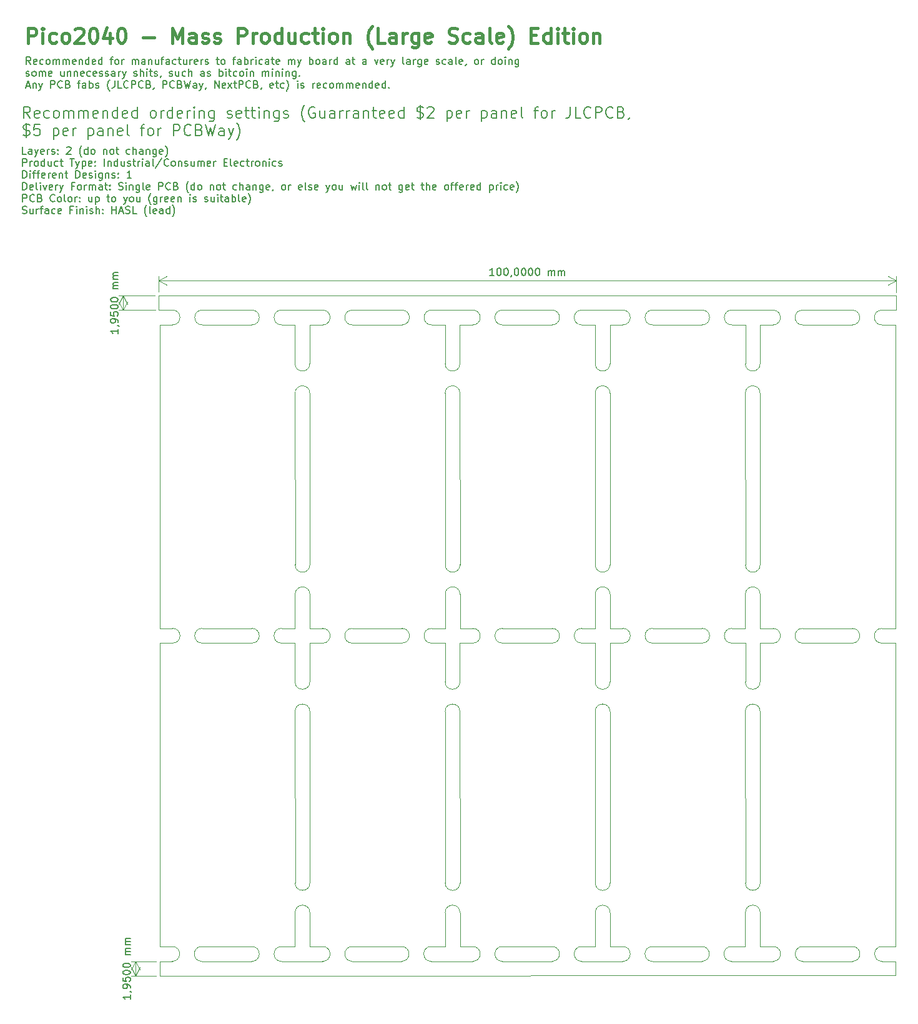
<source format=gbr>
G04 #@! TF.GenerationSoftware,KiCad,Pcbnew,7.0.6*
G04 #@! TF.CreationDate,2023-08-06T12:05:35+07:00*
G04 #@! TF.ProjectId,RP2040-Test-MassProduction,52503230-3430-42d5-9465-73742d4d6173,rev?*
G04 #@! TF.SameCoordinates,Original*
G04 #@! TF.FileFunction,Other,User*
%FSLAX46Y46*%
G04 Gerber Fmt 4.6, Leading zero omitted, Abs format (unit mm)*
G04 Created by KiCad (PCBNEW 7.0.6) date 2023-08-06 12:05:35*
%MOMM*%
%LPD*%
G01*
G04 APERTURE LIST*
%ADD10C,0.150000*%
%ADD11C,0.100000*%
%ADD12C,0.200000*%
%ADD13C,0.400000*%
G04 #@! TA.AperFunction,Profile*
%ADD14C,0.100000*%
G04 #@! TD*
G04 #@! TA.AperFunction,Profile*
%ADD15C,0.050000*%
G04 #@! TD*
G04 APERTURE END LIST*
D10*
X74754819Y-61046428D02*
X74754819Y-61617856D01*
X74754819Y-61332142D02*
X73754819Y-61332142D01*
X73754819Y-61332142D02*
X73897676Y-61427380D01*
X73897676Y-61427380D02*
X73992914Y-61522618D01*
X73992914Y-61522618D02*
X74040533Y-61617856D01*
X74707200Y-60570237D02*
X74754819Y-60570237D01*
X74754819Y-60570237D02*
X74850057Y-60617856D01*
X74850057Y-60617856D02*
X74897676Y-60665475D01*
X74754819Y-60094047D02*
X74754819Y-59903571D01*
X74754819Y-59903571D02*
X74707200Y-59808333D01*
X74707200Y-59808333D02*
X74659580Y-59760714D01*
X74659580Y-59760714D02*
X74516723Y-59665476D01*
X74516723Y-59665476D02*
X74326247Y-59617857D01*
X74326247Y-59617857D02*
X73945295Y-59617857D01*
X73945295Y-59617857D02*
X73850057Y-59665476D01*
X73850057Y-59665476D02*
X73802438Y-59713095D01*
X73802438Y-59713095D02*
X73754819Y-59808333D01*
X73754819Y-59808333D02*
X73754819Y-59998809D01*
X73754819Y-59998809D02*
X73802438Y-60094047D01*
X73802438Y-60094047D02*
X73850057Y-60141666D01*
X73850057Y-60141666D02*
X73945295Y-60189285D01*
X73945295Y-60189285D02*
X74183390Y-60189285D01*
X74183390Y-60189285D02*
X74278628Y-60141666D01*
X74278628Y-60141666D02*
X74326247Y-60094047D01*
X74326247Y-60094047D02*
X74373866Y-59998809D01*
X74373866Y-59998809D02*
X74373866Y-59808333D01*
X74373866Y-59808333D02*
X74326247Y-59713095D01*
X74326247Y-59713095D02*
X74278628Y-59665476D01*
X74278628Y-59665476D02*
X74183390Y-59617857D01*
X73754819Y-58713095D02*
X73754819Y-59189285D01*
X73754819Y-59189285D02*
X74231009Y-59236904D01*
X74231009Y-59236904D02*
X74183390Y-59189285D01*
X74183390Y-59189285D02*
X74135771Y-59094047D01*
X74135771Y-59094047D02*
X74135771Y-58855952D01*
X74135771Y-58855952D02*
X74183390Y-58760714D01*
X74183390Y-58760714D02*
X74231009Y-58713095D01*
X74231009Y-58713095D02*
X74326247Y-58665476D01*
X74326247Y-58665476D02*
X74564342Y-58665476D01*
X74564342Y-58665476D02*
X74659580Y-58713095D01*
X74659580Y-58713095D02*
X74707200Y-58760714D01*
X74707200Y-58760714D02*
X74754819Y-58855952D01*
X74754819Y-58855952D02*
X74754819Y-59094047D01*
X74754819Y-59094047D02*
X74707200Y-59189285D01*
X74707200Y-59189285D02*
X74659580Y-59236904D01*
X73754819Y-58046428D02*
X73754819Y-57951190D01*
X73754819Y-57951190D02*
X73802438Y-57855952D01*
X73802438Y-57855952D02*
X73850057Y-57808333D01*
X73850057Y-57808333D02*
X73945295Y-57760714D01*
X73945295Y-57760714D02*
X74135771Y-57713095D01*
X74135771Y-57713095D02*
X74373866Y-57713095D01*
X74373866Y-57713095D02*
X74564342Y-57760714D01*
X74564342Y-57760714D02*
X74659580Y-57808333D01*
X74659580Y-57808333D02*
X74707200Y-57855952D01*
X74707200Y-57855952D02*
X74754819Y-57951190D01*
X74754819Y-57951190D02*
X74754819Y-58046428D01*
X74754819Y-58046428D02*
X74707200Y-58141666D01*
X74707200Y-58141666D02*
X74659580Y-58189285D01*
X74659580Y-58189285D02*
X74564342Y-58236904D01*
X74564342Y-58236904D02*
X74373866Y-58284523D01*
X74373866Y-58284523D02*
X74135771Y-58284523D01*
X74135771Y-58284523D02*
X73945295Y-58236904D01*
X73945295Y-58236904D02*
X73850057Y-58189285D01*
X73850057Y-58189285D02*
X73802438Y-58141666D01*
X73802438Y-58141666D02*
X73754819Y-58046428D01*
X73754819Y-57094047D02*
X73754819Y-56998809D01*
X73754819Y-56998809D02*
X73802438Y-56903571D01*
X73802438Y-56903571D02*
X73850057Y-56855952D01*
X73850057Y-56855952D02*
X73945295Y-56808333D01*
X73945295Y-56808333D02*
X74135771Y-56760714D01*
X74135771Y-56760714D02*
X74373866Y-56760714D01*
X74373866Y-56760714D02*
X74564342Y-56808333D01*
X74564342Y-56808333D02*
X74659580Y-56855952D01*
X74659580Y-56855952D02*
X74707200Y-56903571D01*
X74707200Y-56903571D02*
X74754819Y-56998809D01*
X74754819Y-56998809D02*
X74754819Y-57094047D01*
X74754819Y-57094047D02*
X74707200Y-57189285D01*
X74707200Y-57189285D02*
X74659580Y-57236904D01*
X74659580Y-57236904D02*
X74564342Y-57284523D01*
X74564342Y-57284523D02*
X74373866Y-57332142D01*
X74373866Y-57332142D02*
X74135771Y-57332142D01*
X74135771Y-57332142D02*
X73945295Y-57284523D01*
X73945295Y-57284523D02*
X73850057Y-57236904D01*
X73850057Y-57236904D02*
X73802438Y-57189285D01*
X73802438Y-57189285D02*
X73754819Y-57094047D01*
X74754819Y-55570237D02*
X74088152Y-55570237D01*
X74183390Y-55570237D02*
X74135771Y-55522618D01*
X74135771Y-55522618D02*
X74088152Y-55427380D01*
X74088152Y-55427380D02*
X74088152Y-55284523D01*
X74088152Y-55284523D02*
X74135771Y-55189285D01*
X74135771Y-55189285D02*
X74231009Y-55141666D01*
X74231009Y-55141666D02*
X74754819Y-55141666D01*
X74231009Y-55141666D02*
X74135771Y-55094047D01*
X74135771Y-55094047D02*
X74088152Y-54998809D01*
X74088152Y-54998809D02*
X74088152Y-54855952D01*
X74088152Y-54855952D02*
X74135771Y-54760713D01*
X74135771Y-54760713D02*
X74231009Y-54713094D01*
X74231009Y-54713094D02*
X74754819Y-54713094D01*
X74754819Y-54236904D02*
X74088152Y-54236904D01*
X74183390Y-54236904D02*
X74135771Y-54189285D01*
X74135771Y-54189285D02*
X74088152Y-54094047D01*
X74088152Y-54094047D02*
X74088152Y-53951190D01*
X74088152Y-53951190D02*
X74135771Y-53855952D01*
X74135771Y-53855952D02*
X74231009Y-53808333D01*
X74231009Y-53808333D02*
X74754819Y-53808333D01*
X74231009Y-53808333D02*
X74135771Y-53760714D01*
X74135771Y-53760714D02*
X74088152Y-53665476D01*
X74088152Y-53665476D02*
X74088152Y-53522619D01*
X74088152Y-53522619D02*
X74135771Y-53427380D01*
X74135771Y-53427380D02*
X74231009Y-53379761D01*
X74231009Y-53379761D02*
X74754819Y-53379761D01*
D11*
X79750000Y-56500000D02*
X74863580Y-56500000D01*
X74863580Y-58450000D02*
X79800000Y-58450000D01*
X75450000Y-56500000D02*
X75450000Y-58450000D01*
X75450000Y-56500000D02*
X75450000Y-58450000D01*
X75450000Y-56500000D02*
X76036421Y-57626504D01*
X75450000Y-56500000D02*
X74863579Y-57626504D01*
X75450000Y-58450000D02*
X74863579Y-57323496D01*
X75450000Y-58450000D02*
X76036421Y-57323496D01*
D12*
X62845863Y-32391028D02*
X62345863Y-31676742D01*
X61988720Y-32391028D02*
X61988720Y-30891028D01*
X61988720Y-30891028D02*
X62560149Y-30891028D01*
X62560149Y-30891028D02*
X62703006Y-30962457D01*
X62703006Y-30962457D02*
X62774435Y-31033885D01*
X62774435Y-31033885D02*
X62845863Y-31176742D01*
X62845863Y-31176742D02*
X62845863Y-31391028D01*
X62845863Y-31391028D02*
X62774435Y-31533885D01*
X62774435Y-31533885D02*
X62703006Y-31605314D01*
X62703006Y-31605314D02*
X62560149Y-31676742D01*
X62560149Y-31676742D02*
X61988720Y-31676742D01*
X64060149Y-32319600D02*
X63917292Y-32391028D01*
X63917292Y-32391028D02*
X63631578Y-32391028D01*
X63631578Y-32391028D02*
X63488720Y-32319600D01*
X63488720Y-32319600D02*
X63417292Y-32176742D01*
X63417292Y-32176742D02*
X63417292Y-31605314D01*
X63417292Y-31605314D02*
X63488720Y-31462457D01*
X63488720Y-31462457D02*
X63631578Y-31391028D01*
X63631578Y-31391028D02*
X63917292Y-31391028D01*
X63917292Y-31391028D02*
X64060149Y-31462457D01*
X64060149Y-31462457D02*
X64131578Y-31605314D01*
X64131578Y-31605314D02*
X64131578Y-31748171D01*
X64131578Y-31748171D02*
X63417292Y-31891028D01*
X65417292Y-32319600D02*
X65274434Y-32391028D01*
X65274434Y-32391028D02*
X64988720Y-32391028D01*
X64988720Y-32391028D02*
X64845863Y-32319600D01*
X64845863Y-32319600D02*
X64774434Y-32248171D01*
X64774434Y-32248171D02*
X64703006Y-32105314D01*
X64703006Y-32105314D02*
X64703006Y-31676742D01*
X64703006Y-31676742D02*
X64774434Y-31533885D01*
X64774434Y-31533885D02*
X64845863Y-31462457D01*
X64845863Y-31462457D02*
X64988720Y-31391028D01*
X64988720Y-31391028D02*
X65274434Y-31391028D01*
X65274434Y-31391028D02*
X65417292Y-31462457D01*
X66274434Y-32391028D02*
X66131577Y-32319600D01*
X66131577Y-32319600D02*
X66060148Y-32248171D01*
X66060148Y-32248171D02*
X65988720Y-32105314D01*
X65988720Y-32105314D02*
X65988720Y-31676742D01*
X65988720Y-31676742D02*
X66060148Y-31533885D01*
X66060148Y-31533885D02*
X66131577Y-31462457D01*
X66131577Y-31462457D02*
X66274434Y-31391028D01*
X66274434Y-31391028D02*
X66488720Y-31391028D01*
X66488720Y-31391028D02*
X66631577Y-31462457D01*
X66631577Y-31462457D02*
X66703006Y-31533885D01*
X66703006Y-31533885D02*
X66774434Y-31676742D01*
X66774434Y-31676742D02*
X66774434Y-32105314D01*
X66774434Y-32105314D02*
X66703006Y-32248171D01*
X66703006Y-32248171D02*
X66631577Y-32319600D01*
X66631577Y-32319600D02*
X66488720Y-32391028D01*
X66488720Y-32391028D02*
X66274434Y-32391028D01*
X67417291Y-32391028D02*
X67417291Y-31391028D01*
X67417291Y-31533885D02*
X67488720Y-31462457D01*
X67488720Y-31462457D02*
X67631577Y-31391028D01*
X67631577Y-31391028D02*
X67845863Y-31391028D01*
X67845863Y-31391028D02*
X67988720Y-31462457D01*
X67988720Y-31462457D02*
X68060149Y-31605314D01*
X68060149Y-31605314D02*
X68060149Y-32391028D01*
X68060149Y-31605314D02*
X68131577Y-31462457D01*
X68131577Y-31462457D02*
X68274434Y-31391028D01*
X68274434Y-31391028D02*
X68488720Y-31391028D01*
X68488720Y-31391028D02*
X68631577Y-31462457D01*
X68631577Y-31462457D02*
X68703006Y-31605314D01*
X68703006Y-31605314D02*
X68703006Y-32391028D01*
X69417291Y-32391028D02*
X69417291Y-31391028D01*
X69417291Y-31533885D02*
X69488720Y-31462457D01*
X69488720Y-31462457D02*
X69631577Y-31391028D01*
X69631577Y-31391028D02*
X69845863Y-31391028D01*
X69845863Y-31391028D02*
X69988720Y-31462457D01*
X69988720Y-31462457D02*
X70060149Y-31605314D01*
X70060149Y-31605314D02*
X70060149Y-32391028D01*
X70060149Y-31605314D02*
X70131577Y-31462457D01*
X70131577Y-31462457D02*
X70274434Y-31391028D01*
X70274434Y-31391028D02*
X70488720Y-31391028D01*
X70488720Y-31391028D02*
X70631577Y-31462457D01*
X70631577Y-31462457D02*
X70703006Y-31605314D01*
X70703006Y-31605314D02*
X70703006Y-32391028D01*
X71988720Y-32319600D02*
X71845863Y-32391028D01*
X71845863Y-32391028D02*
X71560149Y-32391028D01*
X71560149Y-32391028D02*
X71417291Y-32319600D01*
X71417291Y-32319600D02*
X71345863Y-32176742D01*
X71345863Y-32176742D02*
X71345863Y-31605314D01*
X71345863Y-31605314D02*
X71417291Y-31462457D01*
X71417291Y-31462457D02*
X71560149Y-31391028D01*
X71560149Y-31391028D02*
X71845863Y-31391028D01*
X71845863Y-31391028D02*
X71988720Y-31462457D01*
X71988720Y-31462457D02*
X72060149Y-31605314D01*
X72060149Y-31605314D02*
X72060149Y-31748171D01*
X72060149Y-31748171D02*
X71345863Y-31891028D01*
X72703005Y-31391028D02*
X72703005Y-32391028D01*
X72703005Y-31533885D02*
X72774434Y-31462457D01*
X72774434Y-31462457D02*
X72917291Y-31391028D01*
X72917291Y-31391028D02*
X73131577Y-31391028D01*
X73131577Y-31391028D02*
X73274434Y-31462457D01*
X73274434Y-31462457D02*
X73345863Y-31605314D01*
X73345863Y-31605314D02*
X73345863Y-32391028D01*
X74703006Y-32391028D02*
X74703006Y-30891028D01*
X74703006Y-32319600D02*
X74560148Y-32391028D01*
X74560148Y-32391028D02*
X74274434Y-32391028D01*
X74274434Y-32391028D02*
X74131577Y-32319600D01*
X74131577Y-32319600D02*
X74060148Y-32248171D01*
X74060148Y-32248171D02*
X73988720Y-32105314D01*
X73988720Y-32105314D02*
X73988720Y-31676742D01*
X73988720Y-31676742D02*
X74060148Y-31533885D01*
X74060148Y-31533885D02*
X74131577Y-31462457D01*
X74131577Y-31462457D02*
X74274434Y-31391028D01*
X74274434Y-31391028D02*
X74560148Y-31391028D01*
X74560148Y-31391028D02*
X74703006Y-31462457D01*
X75988720Y-32319600D02*
X75845863Y-32391028D01*
X75845863Y-32391028D02*
X75560149Y-32391028D01*
X75560149Y-32391028D02*
X75417291Y-32319600D01*
X75417291Y-32319600D02*
X75345863Y-32176742D01*
X75345863Y-32176742D02*
X75345863Y-31605314D01*
X75345863Y-31605314D02*
X75417291Y-31462457D01*
X75417291Y-31462457D02*
X75560149Y-31391028D01*
X75560149Y-31391028D02*
X75845863Y-31391028D01*
X75845863Y-31391028D02*
X75988720Y-31462457D01*
X75988720Y-31462457D02*
X76060149Y-31605314D01*
X76060149Y-31605314D02*
X76060149Y-31748171D01*
X76060149Y-31748171D02*
X75345863Y-31891028D01*
X77345863Y-32391028D02*
X77345863Y-30891028D01*
X77345863Y-32319600D02*
X77203005Y-32391028D01*
X77203005Y-32391028D02*
X76917291Y-32391028D01*
X76917291Y-32391028D02*
X76774434Y-32319600D01*
X76774434Y-32319600D02*
X76703005Y-32248171D01*
X76703005Y-32248171D02*
X76631577Y-32105314D01*
X76631577Y-32105314D02*
X76631577Y-31676742D01*
X76631577Y-31676742D02*
X76703005Y-31533885D01*
X76703005Y-31533885D02*
X76774434Y-31462457D01*
X76774434Y-31462457D02*
X76917291Y-31391028D01*
X76917291Y-31391028D02*
X77203005Y-31391028D01*
X77203005Y-31391028D02*
X77345863Y-31462457D01*
X79417291Y-32391028D02*
X79274434Y-32319600D01*
X79274434Y-32319600D02*
X79203005Y-32248171D01*
X79203005Y-32248171D02*
X79131577Y-32105314D01*
X79131577Y-32105314D02*
X79131577Y-31676742D01*
X79131577Y-31676742D02*
X79203005Y-31533885D01*
X79203005Y-31533885D02*
X79274434Y-31462457D01*
X79274434Y-31462457D02*
X79417291Y-31391028D01*
X79417291Y-31391028D02*
X79631577Y-31391028D01*
X79631577Y-31391028D02*
X79774434Y-31462457D01*
X79774434Y-31462457D02*
X79845863Y-31533885D01*
X79845863Y-31533885D02*
X79917291Y-31676742D01*
X79917291Y-31676742D02*
X79917291Y-32105314D01*
X79917291Y-32105314D02*
X79845863Y-32248171D01*
X79845863Y-32248171D02*
X79774434Y-32319600D01*
X79774434Y-32319600D02*
X79631577Y-32391028D01*
X79631577Y-32391028D02*
X79417291Y-32391028D01*
X80560148Y-32391028D02*
X80560148Y-31391028D01*
X80560148Y-31676742D02*
X80631577Y-31533885D01*
X80631577Y-31533885D02*
X80703006Y-31462457D01*
X80703006Y-31462457D02*
X80845863Y-31391028D01*
X80845863Y-31391028D02*
X80988720Y-31391028D01*
X82131577Y-32391028D02*
X82131577Y-30891028D01*
X82131577Y-32319600D02*
X81988719Y-32391028D01*
X81988719Y-32391028D02*
X81703005Y-32391028D01*
X81703005Y-32391028D02*
X81560148Y-32319600D01*
X81560148Y-32319600D02*
X81488719Y-32248171D01*
X81488719Y-32248171D02*
X81417291Y-32105314D01*
X81417291Y-32105314D02*
X81417291Y-31676742D01*
X81417291Y-31676742D02*
X81488719Y-31533885D01*
X81488719Y-31533885D02*
X81560148Y-31462457D01*
X81560148Y-31462457D02*
X81703005Y-31391028D01*
X81703005Y-31391028D02*
X81988719Y-31391028D01*
X81988719Y-31391028D02*
X82131577Y-31462457D01*
X83417291Y-32319600D02*
X83274434Y-32391028D01*
X83274434Y-32391028D02*
X82988720Y-32391028D01*
X82988720Y-32391028D02*
X82845862Y-32319600D01*
X82845862Y-32319600D02*
X82774434Y-32176742D01*
X82774434Y-32176742D02*
X82774434Y-31605314D01*
X82774434Y-31605314D02*
X82845862Y-31462457D01*
X82845862Y-31462457D02*
X82988720Y-31391028D01*
X82988720Y-31391028D02*
X83274434Y-31391028D01*
X83274434Y-31391028D02*
X83417291Y-31462457D01*
X83417291Y-31462457D02*
X83488720Y-31605314D01*
X83488720Y-31605314D02*
X83488720Y-31748171D01*
X83488720Y-31748171D02*
X82774434Y-31891028D01*
X84131576Y-32391028D02*
X84131576Y-31391028D01*
X84131576Y-31676742D02*
X84203005Y-31533885D01*
X84203005Y-31533885D02*
X84274434Y-31462457D01*
X84274434Y-31462457D02*
X84417291Y-31391028D01*
X84417291Y-31391028D02*
X84560148Y-31391028D01*
X85060147Y-32391028D02*
X85060147Y-31391028D01*
X85060147Y-30891028D02*
X84988719Y-30962457D01*
X84988719Y-30962457D02*
X85060147Y-31033885D01*
X85060147Y-31033885D02*
X85131576Y-30962457D01*
X85131576Y-30962457D02*
X85060147Y-30891028D01*
X85060147Y-30891028D02*
X85060147Y-31033885D01*
X85774433Y-31391028D02*
X85774433Y-32391028D01*
X85774433Y-31533885D02*
X85845862Y-31462457D01*
X85845862Y-31462457D02*
X85988719Y-31391028D01*
X85988719Y-31391028D02*
X86203005Y-31391028D01*
X86203005Y-31391028D02*
X86345862Y-31462457D01*
X86345862Y-31462457D02*
X86417291Y-31605314D01*
X86417291Y-31605314D02*
X86417291Y-32391028D01*
X87774434Y-31391028D02*
X87774434Y-32605314D01*
X87774434Y-32605314D02*
X87703005Y-32748171D01*
X87703005Y-32748171D02*
X87631576Y-32819600D01*
X87631576Y-32819600D02*
X87488719Y-32891028D01*
X87488719Y-32891028D02*
X87274434Y-32891028D01*
X87274434Y-32891028D02*
X87131576Y-32819600D01*
X87774434Y-32319600D02*
X87631576Y-32391028D01*
X87631576Y-32391028D02*
X87345862Y-32391028D01*
X87345862Y-32391028D02*
X87203005Y-32319600D01*
X87203005Y-32319600D02*
X87131576Y-32248171D01*
X87131576Y-32248171D02*
X87060148Y-32105314D01*
X87060148Y-32105314D02*
X87060148Y-31676742D01*
X87060148Y-31676742D02*
X87131576Y-31533885D01*
X87131576Y-31533885D02*
X87203005Y-31462457D01*
X87203005Y-31462457D02*
X87345862Y-31391028D01*
X87345862Y-31391028D02*
X87631576Y-31391028D01*
X87631576Y-31391028D02*
X87774434Y-31462457D01*
X89560148Y-32319600D02*
X89703005Y-32391028D01*
X89703005Y-32391028D02*
X89988719Y-32391028D01*
X89988719Y-32391028D02*
X90131576Y-32319600D01*
X90131576Y-32319600D02*
X90203005Y-32176742D01*
X90203005Y-32176742D02*
X90203005Y-32105314D01*
X90203005Y-32105314D02*
X90131576Y-31962457D01*
X90131576Y-31962457D02*
X89988719Y-31891028D01*
X89988719Y-31891028D02*
X89774434Y-31891028D01*
X89774434Y-31891028D02*
X89631576Y-31819600D01*
X89631576Y-31819600D02*
X89560148Y-31676742D01*
X89560148Y-31676742D02*
X89560148Y-31605314D01*
X89560148Y-31605314D02*
X89631576Y-31462457D01*
X89631576Y-31462457D02*
X89774434Y-31391028D01*
X89774434Y-31391028D02*
X89988719Y-31391028D01*
X89988719Y-31391028D02*
X90131576Y-31462457D01*
X91417291Y-32319600D02*
X91274434Y-32391028D01*
X91274434Y-32391028D02*
X90988720Y-32391028D01*
X90988720Y-32391028D02*
X90845862Y-32319600D01*
X90845862Y-32319600D02*
X90774434Y-32176742D01*
X90774434Y-32176742D02*
X90774434Y-31605314D01*
X90774434Y-31605314D02*
X90845862Y-31462457D01*
X90845862Y-31462457D02*
X90988720Y-31391028D01*
X90988720Y-31391028D02*
X91274434Y-31391028D01*
X91274434Y-31391028D02*
X91417291Y-31462457D01*
X91417291Y-31462457D02*
X91488720Y-31605314D01*
X91488720Y-31605314D02*
X91488720Y-31748171D01*
X91488720Y-31748171D02*
X90774434Y-31891028D01*
X91917291Y-31391028D02*
X92488719Y-31391028D01*
X92131576Y-30891028D02*
X92131576Y-32176742D01*
X92131576Y-32176742D02*
X92203005Y-32319600D01*
X92203005Y-32319600D02*
X92345862Y-32391028D01*
X92345862Y-32391028D02*
X92488719Y-32391028D01*
X92774434Y-31391028D02*
X93345862Y-31391028D01*
X92988719Y-30891028D02*
X92988719Y-32176742D01*
X92988719Y-32176742D02*
X93060148Y-32319600D01*
X93060148Y-32319600D02*
X93203005Y-32391028D01*
X93203005Y-32391028D02*
X93345862Y-32391028D01*
X93845862Y-32391028D02*
X93845862Y-31391028D01*
X93845862Y-30891028D02*
X93774434Y-30962457D01*
X93774434Y-30962457D02*
X93845862Y-31033885D01*
X93845862Y-31033885D02*
X93917291Y-30962457D01*
X93917291Y-30962457D02*
X93845862Y-30891028D01*
X93845862Y-30891028D02*
X93845862Y-31033885D01*
X94560148Y-31391028D02*
X94560148Y-32391028D01*
X94560148Y-31533885D02*
X94631577Y-31462457D01*
X94631577Y-31462457D02*
X94774434Y-31391028D01*
X94774434Y-31391028D02*
X94988720Y-31391028D01*
X94988720Y-31391028D02*
X95131577Y-31462457D01*
X95131577Y-31462457D02*
X95203006Y-31605314D01*
X95203006Y-31605314D02*
X95203006Y-32391028D01*
X96560149Y-31391028D02*
X96560149Y-32605314D01*
X96560149Y-32605314D02*
X96488720Y-32748171D01*
X96488720Y-32748171D02*
X96417291Y-32819600D01*
X96417291Y-32819600D02*
X96274434Y-32891028D01*
X96274434Y-32891028D02*
X96060149Y-32891028D01*
X96060149Y-32891028D02*
X95917291Y-32819600D01*
X96560149Y-32319600D02*
X96417291Y-32391028D01*
X96417291Y-32391028D02*
X96131577Y-32391028D01*
X96131577Y-32391028D02*
X95988720Y-32319600D01*
X95988720Y-32319600D02*
X95917291Y-32248171D01*
X95917291Y-32248171D02*
X95845863Y-32105314D01*
X95845863Y-32105314D02*
X95845863Y-31676742D01*
X95845863Y-31676742D02*
X95917291Y-31533885D01*
X95917291Y-31533885D02*
X95988720Y-31462457D01*
X95988720Y-31462457D02*
X96131577Y-31391028D01*
X96131577Y-31391028D02*
X96417291Y-31391028D01*
X96417291Y-31391028D02*
X96560149Y-31462457D01*
X97203006Y-32319600D02*
X97345863Y-32391028D01*
X97345863Y-32391028D02*
X97631577Y-32391028D01*
X97631577Y-32391028D02*
X97774434Y-32319600D01*
X97774434Y-32319600D02*
X97845863Y-32176742D01*
X97845863Y-32176742D02*
X97845863Y-32105314D01*
X97845863Y-32105314D02*
X97774434Y-31962457D01*
X97774434Y-31962457D02*
X97631577Y-31891028D01*
X97631577Y-31891028D02*
X97417292Y-31891028D01*
X97417292Y-31891028D02*
X97274434Y-31819600D01*
X97274434Y-31819600D02*
X97203006Y-31676742D01*
X97203006Y-31676742D02*
X97203006Y-31605314D01*
X97203006Y-31605314D02*
X97274434Y-31462457D01*
X97274434Y-31462457D02*
X97417292Y-31391028D01*
X97417292Y-31391028D02*
X97631577Y-31391028D01*
X97631577Y-31391028D02*
X97774434Y-31462457D01*
X100060149Y-32962457D02*
X99988720Y-32891028D01*
X99988720Y-32891028D02*
X99845863Y-32676742D01*
X99845863Y-32676742D02*
X99774435Y-32533885D01*
X99774435Y-32533885D02*
X99703006Y-32319600D01*
X99703006Y-32319600D02*
X99631577Y-31962457D01*
X99631577Y-31962457D02*
X99631577Y-31676742D01*
X99631577Y-31676742D02*
X99703006Y-31319600D01*
X99703006Y-31319600D02*
X99774435Y-31105314D01*
X99774435Y-31105314D02*
X99845863Y-30962457D01*
X99845863Y-30962457D02*
X99988720Y-30748171D01*
X99988720Y-30748171D02*
X100060149Y-30676742D01*
X101417292Y-30962457D02*
X101274435Y-30891028D01*
X101274435Y-30891028D02*
X101060149Y-30891028D01*
X101060149Y-30891028D02*
X100845863Y-30962457D01*
X100845863Y-30962457D02*
X100703006Y-31105314D01*
X100703006Y-31105314D02*
X100631577Y-31248171D01*
X100631577Y-31248171D02*
X100560149Y-31533885D01*
X100560149Y-31533885D02*
X100560149Y-31748171D01*
X100560149Y-31748171D02*
X100631577Y-32033885D01*
X100631577Y-32033885D02*
X100703006Y-32176742D01*
X100703006Y-32176742D02*
X100845863Y-32319600D01*
X100845863Y-32319600D02*
X101060149Y-32391028D01*
X101060149Y-32391028D02*
X101203006Y-32391028D01*
X101203006Y-32391028D02*
X101417292Y-32319600D01*
X101417292Y-32319600D02*
X101488720Y-32248171D01*
X101488720Y-32248171D02*
X101488720Y-31748171D01*
X101488720Y-31748171D02*
X101203006Y-31748171D01*
X102774435Y-31391028D02*
X102774435Y-32391028D01*
X102131577Y-31391028D02*
X102131577Y-32176742D01*
X102131577Y-32176742D02*
X102203006Y-32319600D01*
X102203006Y-32319600D02*
X102345863Y-32391028D01*
X102345863Y-32391028D02*
X102560149Y-32391028D01*
X102560149Y-32391028D02*
X102703006Y-32319600D01*
X102703006Y-32319600D02*
X102774435Y-32248171D01*
X104131578Y-32391028D02*
X104131578Y-31605314D01*
X104131578Y-31605314D02*
X104060149Y-31462457D01*
X104060149Y-31462457D02*
X103917292Y-31391028D01*
X103917292Y-31391028D02*
X103631578Y-31391028D01*
X103631578Y-31391028D02*
X103488720Y-31462457D01*
X104131578Y-32319600D02*
X103988720Y-32391028D01*
X103988720Y-32391028D02*
X103631578Y-32391028D01*
X103631578Y-32391028D02*
X103488720Y-32319600D01*
X103488720Y-32319600D02*
X103417292Y-32176742D01*
X103417292Y-32176742D02*
X103417292Y-32033885D01*
X103417292Y-32033885D02*
X103488720Y-31891028D01*
X103488720Y-31891028D02*
X103631578Y-31819600D01*
X103631578Y-31819600D02*
X103988720Y-31819600D01*
X103988720Y-31819600D02*
X104131578Y-31748171D01*
X104845863Y-32391028D02*
X104845863Y-31391028D01*
X104845863Y-31676742D02*
X104917292Y-31533885D01*
X104917292Y-31533885D02*
X104988721Y-31462457D01*
X104988721Y-31462457D02*
X105131578Y-31391028D01*
X105131578Y-31391028D02*
X105274435Y-31391028D01*
X105774434Y-32391028D02*
X105774434Y-31391028D01*
X105774434Y-31676742D02*
X105845863Y-31533885D01*
X105845863Y-31533885D02*
X105917292Y-31462457D01*
X105917292Y-31462457D02*
X106060149Y-31391028D01*
X106060149Y-31391028D02*
X106203006Y-31391028D01*
X107345863Y-32391028D02*
X107345863Y-31605314D01*
X107345863Y-31605314D02*
X107274434Y-31462457D01*
X107274434Y-31462457D02*
X107131577Y-31391028D01*
X107131577Y-31391028D02*
X106845863Y-31391028D01*
X106845863Y-31391028D02*
X106703005Y-31462457D01*
X107345863Y-32319600D02*
X107203005Y-32391028D01*
X107203005Y-32391028D02*
X106845863Y-32391028D01*
X106845863Y-32391028D02*
X106703005Y-32319600D01*
X106703005Y-32319600D02*
X106631577Y-32176742D01*
X106631577Y-32176742D02*
X106631577Y-32033885D01*
X106631577Y-32033885D02*
X106703005Y-31891028D01*
X106703005Y-31891028D02*
X106845863Y-31819600D01*
X106845863Y-31819600D02*
X107203005Y-31819600D01*
X107203005Y-31819600D02*
X107345863Y-31748171D01*
X108060148Y-31391028D02*
X108060148Y-32391028D01*
X108060148Y-31533885D02*
X108131577Y-31462457D01*
X108131577Y-31462457D02*
X108274434Y-31391028D01*
X108274434Y-31391028D02*
X108488720Y-31391028D01*
X108488720Y-31391028D02*
X108631577Y-31462457D01*
X108631577Y-31462457D02*
X108703006Y-31605314D01*
X108703006Y-31605314D02*
X108703006Y-32391028D01*
X109203006Y-31391028D02*
X109774434Y-31391028D01*
X109417291Y-30891028D02*
X109417291Y-32176742D01*
X109417291Y-32176742D02*
X109488720Y-32319600D01*
X109488720Y-32319600D02*
X109631577Y-32391028D01*
X109631577Y-32391028D02*
X109774434Y-32391028D01*
X110845863Y-32319600D02*
X110703006Y-32391028D01*
X110703006Y-32391028D02*
X110417292Y-32391028D01*
X110417292Y-32391028D02*
X110274434Y-32319600D01*
X110274434Y-32319600D02*
X110203006Y-32176742D01*
X110203006Y-32176742D02*
X110203006Y-31605314D01*
X110203006Y-31605314D02*
X110274434Y-31462457D01*
X110274434Y-31462457D02*
X110417292Y-31391028D01*
X110417292Y-31391028D02*
X110703006Y-31391028D01*
X110703006Y-31391028D02*
X110845863Y-31462457D01*
X110845863Y-31462457D02*
X110917292Y-31605314D01*
X110917292Y-31605314D02*
X110917292Y-31748171D01*
X110917292Y-31748171D02*
X110203006Y-31891028D01*
X112131577Y-32319600D02*
X111988720Y-32391028D01*
X111988720Y-32391028D02*
X111703006Y-32391028D01*
X111703006Y-32391028D02*
X111560148Y-32319600D01*
X111560148Y-32319600D02*
X111488720Y-32176742D01*
X111488720Y-32176742D02*
X111488720Y-31605314D01*
X111488720Y-31605314D02*
X111560148Y-31462457D01*
X111560148Y-31462457D02*
X111703006Y-31391028D01*
X111703006Y-31391028D02*
X111988720Y-31391028D01*
X111988720Y-31391028D02*
X112131577Y-31462457D01*
X112131577Y-31462457D02*
X112203006Y-31605314D01*
X112203006Y-31605314D02*
X112203006Y-31748171D01*
X112203006Y-31748171D02*
X111488720Y-31891028D01*
X113488720Y-32391028D02*
X113488720Y-30891028D01*
X113488720Y-32319600D02*
X113345862Y-32391028D01*
X113345862Y-32391028D02*
X113060148Y-32391028D01*
X113060148Y-32391028D02*
X112917291Y-32319600D01*
X112917291Y-32319600D02*
X112845862Y-32248171D01*
X112845862Y-32248171D02*
X112774434Y-32105314D01*
X112774434Y-32105314D02*
X112774434Y-31676742D01*
X112774434Y-31676742D02*
X112845862Y-31533885D01*
X112845862Y-31533885D02*
X112917291Y-31462457D01*
X112917291Y-31462457D02*
X113060148Y-31391028D01*
X113060148Y-31391028D02*
X113345862Y-31391028D01*
X113345862Y-31391028D02*
X113488720Y-31462457D01*
X115274434Y-32319600D02*
X115488720Y-32391028D01*
X115488720Y-32391028D02*
X115845862Y-32391028D01*
X115845862Y-32391028D02*
X115988720Y-32319600D01*
X115988720Y-32319600D02*
X116060148Y-32248171D01*
X116060148Y-32248171D02*
X116131577Y-32105314D01*
X116131577Y-32105314D02*
X116131577Y-31962457D01*
X116131577Y-31962457D02*
X116060148Y-31819600D01*
X116060148Y-31819600D02*
X115988720Y-31748171D01*
X115988720Y-31748171D02*
X115845862Y-31676742D01*
X115845862Y-31676742D02*
X115560148Y-31605314D01*
X115560148Y-31605314D02*
X115417291Y-31533885D01*
X115417291Y-31533885D02*
X115345862Y-31462457D01*
X115345862Y-31462457D02*
X115274434Y-31319600D01*
X115274434Y-31319600D02*
X115274434Y-31176742D01*
X115274434Y-31176742D02*
X115345862Y-31033885D01*
X115345862Y-31033885D02*
X115417291Y-30962457D01*
X115417291Y-30962457D02*
X115560148Y-30891028D01*
X115560148Y-30891028D02*
X115917291Y-30891028D01*
X115917291Y-30891028D02*
X116131577Y-30962457D01*
X115703005Y-30676742D02*
X115703005Y-32605314D01*
X116703005Y-31033885D02*
X116774433Y-30962457D01*
X116774433Y-30962457D02*
X116917291Y-30891028D01*
X116917291Y-30891028D02*
X117274433Y-30891028D01*
X117274433Y-30891028D02*
X117417291Y-30962457D01*
X117417291Y-30962457D02*
X117488719Y-31033885D01*
X117488719Y-31033885D02*
X117560148Y-31176742D01*
X117560148Y-31176742D02*
X117560148Y-31319600D01*
X117560148Y-31319600D02*
X117488719Y-31533885D01*
X117488719Y-31533885D02*
X116631576Y-32391028D01*
X116631576Y-32391028D02*
X117560148Y-32391028D01*
X119345861Y-31391028D02*
X119345861Y-32891028D01*
X119345861Y-31462457D02*
X119488719Y-31391028D01*
X119488719Y-31391028D02*
X119774433Y-31391028D01*
X119774433Y-31391028D02*
X119917290Y-31462457D01*
X119917290Y-31462457D02*
X119988719Y-31533885D01*
X119988719Y-31533885D02*
X120060147Y-31676742D01*
X120060147Y-31676742D02*
X120060147Y-32105314D01*
X120060147Y-32105314D02*
X119988719Y-32248171D01*
X119988719Y-32248171D02*
X119917290Y-32319600D01*
X119917290Y-32319600D02*
X119774433Y-32391028D01*
X119774433Y-32391028D02*
X119488719Y-32391028D01*
X119488719Y-32391028D02*
X119345861Y-32319600D01*
X121274433Y-32319600D02*
X121131576Y-32391028D01*
X121131576Y-32391028D02*
X120845862Y-32391028D01*
X120845862Y-32391028D02*
X120703004Y-32319600D01*
X120703004Y-32319600D02*
X120631576Y-32176742D01*
X120631576Y-32176742D02*
X120631576Y-31605314D01*
X120631576Y-31605314D02*
X120703004Y-31462457D01*
X120703004Y-31462457D02*
X120845862Y-31391028D01*
X120845862Y-31391028D02*
X121131576Y-31391028D01*
X121131576Y-31391028D02*
X121274433Y-31462457D01*
X121274433Y-31462457D02*
X121345862Y-31605314D01*
X121345862Y-31605314D02*
X121345862Y-31748171D01*
X121345862Y-31748171D02*
X120631576Y-31891028D01*
X121988718Y-32391028D02*
X121988718Y-31391028D01*
X121988718Y-31676742D02*
X122060147Y-31533885D01*
X122060147Y-31533885D02*
X122131576Y-31462457D01*
X122131576Y-31462457D02*
X122274433Y-31391028D01*
X122274433Y-31391028D02*
X122417290Y-31391028D01*
X124060146Y-31391028D02*
X124060146Y-32891028D01*
X124060146Y-31462457D02*
X124203004Y-31391028D01*
X124203004Y-31391028D02*
X124488718Y-31391028D01*
X124488718Y-31391028D02*
X124631575Y-31462457D01*
X124631575Y-31462457D02*
X124703004Y-31533885D01*
X124703004Y-31533885D02*
X124774432Y-31676742D01*
X124774432Y-31676742D02*
X124774432Y-32105314D01*
X124774432Y-32105314D02*
X124703004Y-32248171D01*
X124703004Y-32248171D02*
X124631575Y-32319600D01*
X124631575Y-32319600D02*
X124488718Y-32391028D01*
X124488718Y-32391028D02*
X124203004Y-32391028D01*
X124203004Y-32391028D02*
X124060146Y-32319600D01*
X126060147Y-32391028D02*
X126060147Y-31605314D01*
X126060147Y-31605314D02*
X125988718Y-31462457D01*
X125988718Y-31462457D02*
X125845861Y-31391028D01*
X125845861Y-31391028D02*
X125560147Y-31391028D01*
X125560147Y-31391028D02*
X125417289Y-31462457D01*
X126060147Y-32319600D02*
X125917289Y-32391028D01*
X125917289Y-32391028D02*
X125560147Y-32391028D01*
X125560147Y-32391028D02*
X125417289Y-32319600D01*
X125417289Y-32319600D02*
X125345861Y-32176742D01*
X125345861Y-32176742D02*
X125345861Y-32033885D01*
X125345861Y-32033885D02*
X125417289Y-31891028D01*
X125417289Y-31891028D02*
X125560147Y-31819600D01*
X125560147Y-31819600D02*
X125917289Y-31819600D01*
X125917289Y-31819600D02*
X126060147Y-31748171D01*
X126774432Y-31391028D02*
X126774432Y-32391028D01*
X126774432Y-31533885D02*
X126845861Y-31462457D01*
X126845861Y-31462457D02*
X126988718Y-31391028D01*
X126988718Y-31391028D02*
X127203004Y-31391028D01*
X127203004Y-31391028D02*
X127345861Y-31462457D01*
X127345861Y-31462457D02*
X127417290Y-31605314D01*
X127417290Y-31605314D02*
X127417290Y-32391028D01*
X128703004Y-32319600D02*
X128560147Y-32391028D01*
X128560147Y-32391028D02*
X128274433Y-32391028D01*
X128274433Y-32391028D02*
X128131575Y-32319600D01*
X128131575Y-32319600D02*
X128060147Y-32176742D01*
X128060147Y-32176742D02*
X128060147Y-31605314D01*
X128060147Y-31605314D02*
X128131575Y-31462457D01*
X128131575Y-31462457D02*
X128274433Y-31391028D01*
X128274433Y-31391028D02*
X128560147Y-31391028D01*
X128560147Y-31391028D02*
X128703004Y-31462457D01*
X128703004Y-31462457D02*
X128774433Y-31605314D01*
X128774433Y-31605314D02*
X128774433Y-31748171D01*
X128774433Y-31748171D02*
X128060147Y-31891028D01*
X129631575Y-32391028D02*
X129488718Y-32319600D01*
X129488718Y-32319600D02*
X129417289Y-32176742D01*
X129417289Y-32176742D02*
X129417289Y-30891028D01*
X131131575Y-31391028D02*
X131703003Y-31391028D01*
X131345860Y-32391028D02*
X131345860Y-31105314D01*
X131345860Y-31105314D02*
X131417289Y-30962457D01*
X131417289Y-30962457D02*
X131560146Y-30891028D01*
X131560146Y-30891028D02*
X131703003Y-30891028D01*
X132417289Y-32391028D02*
X132274432Y-32319600D01*
X132274432Y-32319600D02*
X132203003Y-32248171D01*
X132203003Y-32248171D02*
X132131575Y-32105314D01*
X132131575Y-32105314D02*
X132131575Y-31676742D01*
X132131575Y-31676742D02*
X132203003Y-31533885D01*
X132203003Y-31533885D02*
X132274432Y-31462457D01*
X132274432Y-31462457D02*
X132417289Y-31391028D01*
X132417289Y-31391028D02*
X132631575Y-31391028D01*
X132631575Y-31391028D02*
X132774432Y-31462457D01*
X132774432Y-31462457D02*
X132845861Y-31533885D01*
X132845861Y-31533885D02*
X132917289Y-31676742D01*
X132917289Y-31676742D02*
X132917289Y-32105314D01*
X132917289Y-32105314D02*
X132845861Y-32248171D01*
X132845861Y-32248171D02*
X132774432Y-32319600D01*
X132774432Y-32319600D02*
X132631575Y-32391028D01*
X132631575Y-32391028D02*
X132417289Y-32391028D01*
X133560146Y-32391028D02*
X133560146Y-31391028D01*
X133560146Y-31676742D02*
X133631575Y-31533885D01*
X133631575Y-31533885D02*
X133703004Y-31462457D01*
X133703004Y-31462457D02*
X133845861Y-31391028D01*
X133845861Y-31391028D02*
X133988718Y-31391028D01*
X136060146Y-30891028D02*
X136060146Y-31962457D01*
X136060146Y-31962457D02*
X135988717Y-32176742D01*
X135988717Y-32176742D02*
X135845860Y-32319600D01*
X135845860Y-32319600D02*
X135631574Y-32391028D01*
X135631574Y-32391028D02*
X135488717Y-32391028D01*
X137488717Y-32391028D02*
X136774431Y-32391028D01*
X136774431Y-32391028D02*
X136774431Y-30891028D01*
X138845860Y-32248171D02*
X138774432Y-32319600D01*
X138774432Y-32319600D02*
X138560146Y-32391028D01*
X138560146Y-32391028D02*
X138417289Y-32391028D01*
X138417289Y-32391028D02*
X138203003Y-32319600D01*
X138203003Y-32319600D02*
X138060146Y-32176742D01*
X138060146Y-32176742D02*
X137988717Y-32033885D01*
X137988717Y-32033885D02*
X137917289Y-31748171D01*
X137917289Y-31748171D02*
X137917289Y-31533885D01*
X137917289Y-31533885D02*
X137988717Y-31248171D01*
X137988717Y-31248171D02*
X138060146Y-31105314D01*
X138060146Y-31105314D02*
X138203003Y-30962457D01*
X138203003Y-30962457D02*
X138417289Y-30891028D01*
X138417289Y-30891028D02*
X138560146Y-30891028D01*
X138560146Y-30891028D02*
X138774432Y-30962457D01*
X138774432Y-30962457D02*
X138845860Y-31033885D01*
X139488717Y-32391028D02*
X139488717Y-30891028D01*
X139488717Y-30891028D02*
X140060146Y-30891028D01*
X140060146Y-30891028D02*
X140203003Y-30962457D01*
X140203003Y-30962457D02*
X140274432Y-31033885D01*
X140274432Y-31033885D02*
X140345860Y-31176742D01*
X140345860Y-31176742D02*
X140345860Y-31391028D01*
X140345860Y-31391028D02*
X140274432Y-31533885D01*
X140274432Y-31533885D02*
X140203003Y-31605314D01*
X140203003Y-31605314D02*
X140060146Y-31676742D01*
X140060146Y-31676742D02*
X139488717Y-31676742D01*
X141845860Y-32248171D02*
X141774432Y-32319600D01*
X141774432Y-32319600D02*
X141560146Y-32391028D01*
X141560146Y-32391028D02*
X141417289Y-32391028D01*
X141417289Y-32391028D02*
X141203003Y-32319600D01*
X141203003Y-32319600D02*
X141060146Y-32176742D01*
X141060146Y-32176742D02*
X140988717Y-32033885D01*
X140988717Y-32033885D02*
X140917289Y-31748171D01*
X140917289Y-31748171D02*
X140917289Y-31533885D01*
X140917289Y-31533885D02*
X140988717Y-31248171D01*
X140988717Y-31248171D02*
X141060146Y-31105314D01*
X141060146Y-31105314D02*
X141203003Y-30962457D01*
X141203003Y-30962457D02*
X141417289Y-30891028D01*
X141417289Y-30891028D02*
X141560146Y-30891028D01*
X141560146Y-30891028D02*
X141774432Y-30962457D01*
X141774432Y-30962457D02*
X141845860Y-31033885D01*
X142988717Y-31605314D02*
X143203003Y-31676742D01*
X143203003Y-31676742D02*
X143274432Y-31748171D01*
X143274432Y-31748171D02*
X143345860Y-31891028D01*
X143345860Y-31891028D02*
X143345860Y-32105314D01*
X143345860Y-32105314D02*
X143274432Y-32248171D01*
X143274432Y-32248171D02*
X143203003Y-32319600D01*
X143203003Y-32319600D02*
X143060146Y-32391028D01*
X143060146Y-32391028D02*
X142488717Y-32391028D01*
X142488717Y-32391028D02*
X142488717Y-30891028D01*
X142488717Y-30891028D02*
X142988717Y-30891028D01*
X142988717Y-30891028D02*
X143131575Y-30962457D01*
X143131575Y-30962457D02*
X143203003Y-31033885D01*
X143203003Y-31033885D02*
X143274432Y-31176742D01*
X143274432Y-31176742D02*
X143274432Y-31319600D01*
X143274432Y-31319600D02*
X143203003Y-31462457D01*
X143203003Y-31462457D02*
X143131575Y-31533885D01*
X143131575Y-31533885D02*
X142988717Y-31605314D01*
X142988717Y-31605314D02*
X142488717Y-31605314D01*
X144060146Y-32319600D02*
X144060146Y-32391028D01*
X144060146Y-32391028D02*
X143988717Y-32533885D01*
X143988717Y-32533885D02*
X143917289Y-32605314D01*
X61917292Y-34734600D02*
X62131578Y-34806028D01*
X62131578Y-34806028D02*
X62488720Y-34806028D01*
X62488720Y-34806028D02*
X62631578Y-34734600D01*
X62631578Y-34734600D02*
X62703006Y-34663171D01*
X62703006Y-34663171D02*
X62774435Y-34520314D01*
X62774435Y-34520314D02*
X62774435Y-34377457D01*
X62774435Y-34377457D02*
X62703006Y-34234600D01*
X62703006Y-34234600D02*
X62631578Y-34163171D01*
X62631578Y-34163171D02*
X62488720Y-34091742D01*
X62488720Y-34091742D02*
X62203006Y-34020314D01*
X62203006Y-34020314D02*
X62060149Y-33948885D01*
X62060149Y-33948885D02*
X61988720Y-33877457D01*
X61988720Y-33877457D02*
X61917292Y-33734600D01*
X61917292Y-33734600D02*
X61917292Y-33591742D01*
X61917292Y-33591742D02*
X61988720Y-33448885D01*
X61988720Y-33448885D02*
X62060149Y-33377457D01*
X62060149Y-33377457D02*
X62203006Y-33306028D01*
X62203006Y-33306028D02*
X62560149Y-33306028D01*
X62560149Y-33306028D02*
X62774435Y-33377457D01*
X62345863Y-33091742D02*
X62345863Y-35020314D01*
X64131577Y-33306028D02*
X63417291Y-33306028D01*
X63417291Y-33306028D02*
X63345863Y-34020314D01*
X63345863Y-34020314D02*
X63417291Y-33948885D01*
X63417291Y-33948885D02*
X63560149Y-33877457D01*
X63560149Y-33877457D02*
X63917291Y-33877457D01*
X63917291Y-33877457D02*
X64060149Y-33948885D01*
X64060149Y-33948885D02*
X64131577Y-34020314D01*
X64131577Y-34020314D02*
X64203006Y-34163171D01*
X64203006Y-34163171D02*
X64203006Y-34520314D01*
X64203006Y-34520314D02*
X64131577Y-34663171D01*
X64131577Y-34663171D02*
X64060149Y-34734600D01*
X64060149Y-34734600D02*
X63917291Y-34806028D01*
X63917291Y-34806028D02*
X63560149Y-34806028D01*
X63560149Y-34806028D02*
X63417291Y-34734600D01*
X63417291Y-34734600D02*
X63345863Y-34663171D01*
X65988719Y-33806028D02*
X65988719Y-35306028D01*
X65988719Y-33877457D02*
X66131577Y-33806028D01*
X66131577Y-33806028D02*
X66417291Y-33806028D01*
X66417291Y-33806028D02*
X66560148Y-33877457D01*
X66560148Y-33877457D02*
X66631577Y-33948885D01*
X66631577Y-33948885D02*
X66703005Y-34091742D01*
X66703005Y-34091742D02*
X66703005Y-34520314D01*
X66703005Y-34520314D02*
X66631577Y-34663171D01*
X66631577Y-34663171D02*
X66560148Y-34734600D01*
X66560148Y-34734600D02*
X66417291Y-34806028D01*
X66417291Y-34806028D02*
X66131577Y-34806028D01*
X66131577Y-34806028D02*
X65988719Y-34734600D01*
X67917291Y-34734600D02*
X67774434Y-34806028D01*
X67774434Y-34806028D02*
X67488720Y-34806028D01*
X67488720Y-34806028D02*
X67345862Y-34734600D01*
X67345862Y-34734600D02*
X67274434Y-34591742D01*
X67274434Y-34591742D02*
X67274434Y-34020314D01*
X67274434Y-34020314D02*
X67345862Y-33877457D01*
X67345862Y-33877457D02*
X67488720Y-33806028D01*
X67488720Y-33806028D02*
X67774434Y-33806028D01*
X67774434Y-33806028D02*
X67917291Y-33877457D01*
X67917291Y-33877457D02*
X67988720Y-34020314D01*
X67988720Y-34020314D02*
X67988720Y-34163171D01*
X67988720Y-34163171D02*
X67274434Y-34306028D01*
X68631576Y-34806028D02*
X68631576Y-33806028D01*
X68631576Y-34091742D02*
X68703005Y-33948885D01*
X68703005Y-33948885D02*
X68774434Y-33877457D01*
X68774434Y-33877457D02*
X68917291Y-33806028D01*
X68917291Y-33806028D02*
X69060148Y-33806028D01*
X70703004Y-33806028D02*
X70703004Y-35306028D01*
X70703004Y-33877457D02*
X70845862Y-33806028D01*
X70845862Y-33806028D02*
X71131576Y-33806028D01*
X71131576Y-33806028D02*
X71274433Y-33877457D01*
X71274433Y-33877457D02*
X71345862Y-33948885D01*
X71345862Y-33948885D02*
X71417290Y-34091742D01*
X71417290Y-34091742D02*
X71417290Y-34520314D01*
X71417290Y-34520314D02*
X71345862Y-34663171D01*
X71345862Y-34663171D02*
X71274433Y-34734600D01*
X71274433Y-34734600D02*
X71131576Y-34806028D01*
X71131576Y-34806028D02*
X70845862Y-34806028D01*
X70845862Y-34806028D02*
X70703004Y-34734600D01*
X72703005Y-34806028D02*
X72703005Y-34020314D01*
X72703005Y-34020314D02*
X72631576Y-33877457D01*
X72631576Y-33877457D02*
X72488719Y-33806028D01*
X72488719Y-33806028D02*
X72203005Y-33806028D01*
X72203005Y-33806028D02*
X72060147Y-33877457D01*
X72703005Y-34734600D02*
X72560147Y-34806028D01*
X72560147Y-34806028D02*
X72203005Y-34806028D01*
X72203005Y-34806028D02*
X72060147Y-34734600D01*
X72060147Y-34734600D02*
X71988719Y-34591742D01*
X71988719Y-34591742D02*
X71988719Y-34448885D01*
X71988719Y-34448885D02*
X72060147Y-34306028D01*
X72060147Y-34306028D02*
X72203005Y-34234600D01*
X72203005Y-34234600D02*
X72560147Y-34234600D01*
X72560147Y-34234600D02*
X72703005Y-34163171D01*
X73417290Y-33806028D02*
X73417290Y-34806028D01*
X73417290Y-33948885D02*
X73488719Y-33877457D01*
X73488719Y-33877457D02*
X73631576Y-33806028D01*
X73631576Y-33806028D02*
X73845862Y-33806028D01*
X73845862Y-33806028D02*
X73988719Y-33877457D01*
X73988719Y-33877457D02*
X74060148Y-34020314D01*
X74060148Y-34020314D02*
X74060148Y-34806028D01*
X75345862Y-34734600D02*
X75203005Y-34806028D01*
X75203005Y-34806028D02*
X74917291Y-34806028D01*
X74917291Y-34806028D02*
X74774433Y-34734600D01*
X74774433Y-34734600D02*
X74703005Y-34591742D01*
X74703005Y-34591742D02*
X74703005Y-34020314D01*
X74703005Y-34020314D02*
X74774433Y-33877457D01*
X74774433Y-33877457D02*
X74917291Y-33806028D01*
X74917291Y-33806028D02*
X75203005Y-33806028D01*
X75203005Y-33806028D02*
X75345862Y-33877457D01*
X75345862Y-33877457D02*
X75417291Y-34020314D01*
X75417291Y-34020314D02*
X75417291Y-34163171D01*
X75417291Y-34163171D02*
X74703005Y-34306028D01*
X76274433Y-34806028D02*
X76131576Y-34734600D01*
X76131576Y-34734600D02*
X76060147Y-34591742D01*
X76060147Y-34591742D02*
X76060147Y-33306028D01*
X77774433Y-33806028D02*
X78345861Y-33806028D01*
X77988718Y-34806028D02*
X77988718Y-33520314D01*
X77988718Y-33520314D02*
X78060147Y-33377457D01*
X78060147Y-33377457D02*
X78203004Y-33306028D01*
X78203004Y-33306028D02*
X78345861Y-33306028D01*
X79060147Y-34806028D02*
X78917290Y-34734600D01*
X78917290Y-34734600D02*
X78845861Y-34663171D01*
X78845861Y-34663171D02*
X78774433Y-34520314D01*
X78774433Y-34520314D02*
X78774433Y-34091742D01*
X78774433Y-34091742D02*
X78845861Y-33948885D01*
X78845861Y-33948885D02*
X78917290Y-33877457D01*
X78917290Y-33877457D02*
X79060147Y-33806028D01*
X79060147Y-33806028D02*
X79274433Y-33806028D01*
X79274433Y-33806028D02*
X79417290Y-33877457D01*
X79417290Y-33877457D02*
X79488719Y-33948885D01*
X79488719Y-33948885D02*
X79560147Y-34091742D01*
X79560147Y-34091742D02*
X79560147Y-34520314D01*
X79560147Y-34520314D02*
X79488719Y-34663171D01*
X79488719Y-34663171D02*
X79417290Y-34734600D01*
X79417290Y-34734600D02*
X79274433Y-34806028D01*
X79274433Y-34806028D02*
X79060147Y-34806028D01*
X80203004Y-34806028D02*
X80203004Y-33806028D01*
X80203004Y-34091742D02*
X80274433Y-33948885D01*
X80274433Y-33948885D02*
X80345862Y-33877457D01*
X80345862Y-33877457D02*
X80488719Y-33806028D01*
X80488719Y-33806028D02*
X80631576Y-33806028D01*
X82274432Y-34806028D02*
X82274432Y-33306028D01*
X82274432Y-33306028D02*
X82845861Y-33306028D01*
X82845861Y-33306028D02*
X82988718Y-33377457D01*
X82988718Y-33377457D02*
X83060147Y-33448885D01*
X83060147Y-33448885D02*
X83131575Y-33591742D01*
X83131575Y-33591742D02*
X83131575Y-33806028D01*
X83131575Y-33806028D02*
X83060147Y-33948885D01*
X83060147Y-33948885D02*
X82988718Y-34020314D01*
X82988718Y-34020314D02*
X82845861Y-34091742D01*
X82845861Y-34091742D02*
X82274432Y-34091742D01*
X84631575Y-34663171D02*
X84560147Y-34734600D01*
X84560147Y-34734600D02*
X84345861Y-34806028D01*
X84345861Y-34806028D02*
X84203004Y-34806028D01*
X84203004Y-34806028D02*
X83988718Y-34734600D01*
X83988718Y-34734600D02*
X83845861Y-34591742D01*
X83845861Y-34591742D02*
X83774432Y-34448885D01*
X83774432Y-34448885D02*
X83703004Y-34163171D01*
X83703004Y-34163171D02*
X83703004Y-33948885D01*
X83703004Y-33948885D02*
X83774432Y-33663171D01*
X83774432Y-33663171D02*
X83845861Y-33520314D01*
X83845861Y-33520314D02*
X83988718Y-33377457D01*
X83988718Y-33377457D02*
X84203004Y-33306028D01*
X84203004Y-33306028D02*
X84345861Y-33306028D01*
X84345861Y-33306028D02*
X84560147Y-33377457D01*
X84560147Y-33377457D02*
X84631575Y-33448885D01*
X85774432Y-34020314D02*
X85988718Y-34091742D01*
X85988718Y-34091742D02*
X86060147Y-34163171D01*
X86060147Y-34163171D02*
X86131575Y-34306028D01*
X86131575Y-34306028D02*
X86131575Y-34520314D01*
X86131575Y-34520314D02*
X86060147Y-34663171D01*
X86060147Y-34663171D02*
X85988718Y-34734600D01*
X85988718Y-34734600D02*
X85845861Y-34806028D01*
X85845861Y-34806028D02*
X85274432Y-34806028D01*
X85274432Y-34806028D02*
X85274432Y-33306028D01*
X85274432Y-33306028D02*
X85774432Y-33306028D01*
X85774432Y-33306028D02*
X85917290Y-33377457D01*
X85917290Y-33377457D02*
X85988718Y-33448885D01*
X85988718Y-33448885D02*
X86060147Y-33591742D01*
X86060147Y-33591742D02*
X86060147Y-33734600D01*
X86060147Y-33734600D02*
X85988718Y-33877457D01*
X85988718Y-33877457D02*
X85917290Y-33948885D01*
X85917290Y-33948885D02*
X85774432Y-34020314D01*
X85774432Y-34020314D02*
X85274432Y-34020314D01*
X86631575Y-33306028D02*
X86988718Y-34806028D01*
X86988718Y-34806028D02*
X87274432Y-33734600D01*
X87274432Y-33734600D02*
X87560147Y-34806028D01*
X87560147Y-34806028D02*
X87917290Y-33306028D01*
X89131576Y-34806028D02*
X89131576Y-34020314D01*
X89131576Y-34020314D02*
X89060147Y-33877457D01*
X89060147Y-33877457D02*
X88917290Y-33806028D01*
X88917290Y-33806028D02*
X88631576Y-33806028D01*
X88631576Y-33806028D02*
X88488718Y-33877457D01*
X89131576Y-34734600D02*
X88988718Y-34806028D01*
X88988718Y-34806028D02*
X88631576Y-34806028D01*
X88631576Y-34806028D02*
X88488718Y-34734600D01*
X88488718Y-34734600D02*
X88417290Y-34591742D01*
X88417290Y-34591742D02*
X88417290Y-34448885D01*
X88417290Y-34448885D02*
X88488718Y-34306028D01*
X88488718Y-34306028D02*
X88631576Y-34234600D01*
X88631576Y-34234600D02*
X88988718Y-34234600D01*
X88988718Y-34234600D02*
X89131576Y-34163171D01*
X89703004Y-33806028D02*
X90060147Y-34806028D01*
X90417290Y-33806028D02*
X90060147Y-34806028D01*
X90060147Y-34806028D02*
X89917290Y-35163171D01*
X89917290Y-35163171D02*
X89845861Y-35234600D01*
X89845861Y-35234600D02*
X89703004Y-35306028D01*
X90845861Y-35377457D02*
X90917290Y-35306028D01*
X90917290Y-35306028D02*
X91060147Y-35091742D01*
X91060147Y-35091742D02*
X91131576Y-34948885D01*
X91131576Y-34948885D02*
X91203004Y-34734600D01*
X91203004Y-34734600D02*
X91274433Y-34377457D01*
X91274433Y-34377457D02*
X91274433Y-34091742D01*
X91274433Y-34091742D02*
X91203004Y-33734600D01*
X91203004Y-33734600D02*
X91131576Y-33520314D01*
X91131576Y-33520314D02*
X91060147Y-33377457D01*
X91060147Y-33377457D02*
X90917290Y-33163171D01*
X90917290Y-33163171D02*
X90845861Y-33091742D01*
D10*
X62908207Y-25149819D02*
X62574874Y-24673628D01*
X62336779Y-25149819D02*
X62336779Y-24149819D01*
X62336779Y-24149819D02*
X62717731Y-24149819D01*
X62717731Y-24149819D02*
X62812969Y-24197438D01*
X62812969Y-24197438D02*
X62860588Y-24245057D01*
X62860588Y-24245057D02*
X62908207Y-24340295D01*
X62908207Y-24340295D02*
X62908207Y-24483152D01*
X62908207Y-24483152D02*
X62860588Y-24578390D01*
X62860588Y-24578390D02*
X62812969Y-24626009D01*
X62812969Y-24626009D02*
X62717731Y-24673628D01*
X62717731Y-24673628D02*
X62336779Y-24673628D01*
X63717731Y-25102200D02*
X63622493Y-25149819D01*
X63622493Y-25149819D02*
X63432017Y-25149819D01*
X63432017Y-25149819D02*
X63336779Y-25102200D01*
X63336779Y-25102200D02*
X63289160Y-25006961D01*
X63289160Y-25006961D02*
X63289160Y-24626009D01*
X63289160Y-24626009D02*
X63336779Y-24530771D01*
X63336779Y-24530771D02*
X63432017Y-24483152D01*
X63432017Y-24483152D02*
X63622493Y-24483152D01*
X63622493Y-24483152D02*
X63717731Y-24530771D01*
X63717731Y-24530771D02*
X63765350Y-24626009D01*
X63765350Y-24626009D02*
X63765350Y-24721247D01*
X63765350Y-24721247D02*
X63289160Y-24816485D01*
X64622493Y-25102200D02*
X64527255Y-25149819D01*
X64527255Y-25149819D02*
X64336779Y-25149819D01*
X64336779Y-25149819D02*
X64241541Y-25102200D01*
X64241541Y-25102200D02*
X64193922Y-25054580D01*
X64193922Y-25054580D02*
X64146303Y-24959342D01*
X64146303Y-24959342D02*
X64146303Y-24673628D01*
X64146303Y-24673628D02*
X64193922Y-24578390D01*
X64193922Y-24578390D02*
X64241541Y-24530771D01*
X64241541Y-24530771D02*
X64336779Y-24483152D01*
X64336779Y-24483152D02*
X64527255Y-24483152D01*
X64527255Y-24483152D02*
X64622493Y-24530771D01*
X65193922Y-25149819D02*
X65098684Y-25102200D01*
X65098684Y-25102200D02*
X65051065Y-25054580D01*
X65051065Y-25054580D02*
X65003446Y-24959342D01*
X65003446Y-24959342D02*
X65003446Y-24673628D01*
X65003446Y-24673628D02*
X65051065Y-24578390D01*
X65051065Y-24578390D02*
X65098684Y-24530771D01*
X65098684Y-24530771D02*
X65193922Y-24483152D01*
X65193922Y-24483152D02*
X65336779Y-24483152D01*
X65336779Y-24483152D02*
X65432017Y-24530771D01*
X65432017Y-24530771D02*
X65479636Y-24578390D01*
X65479636Y-24578390D02*
X65527255Y-24673628D01*
X65527255Y-24673628D02*
X65527255Y-24959342D01*
X65527255Y-24959342D02*
X65479636Y-25054580D01*
X65479636Y-25054580D02*
X65432017Y-25102200D01*
X65432017Y-25102200D02*
X65336779Y-25149819D01*
X65336779Y-25149819D02*
X65193922Y-25149819D01*
X65955827Y-25149819D02*
X65955827Y-24483152D01*
X65955827Y-24578390D02*
X66003446Y-24530771D01*
X66003446Y-24530771D02*
X66098684Y-24483152D01*
X66098684Y-24483152D02*
X66241541Y-24483152D01*
X66241541Y-24483152D02*
X66336779Y-24530771D01*
X66336779Y-24530771D02*
X66384398Y-24626009D01*
X66384398Y-24626009D02*
X66384398Y-25149819D01*
X66384398Y-24626009D02*
X66432017Y-24530771D01*
X66432017Y-24530771D02*
X66527255Y-24483152D01*
X66527255Y-24483152D02*
X66670112Y-24483152D01*
X66670112Y-24483152D02*
X66765351Y-24530771D01*
X66765351Y-24530771D02*
X66812970Y-24626009D01*
X66812970Y-24626009D02*
X66812970Y-25149819D01*
X67289160Y-25149819D02*
X67289160Y-24483152D01*
X67289160Y-24578390D02*
X67336779Y-24530771D01*
X67336779Y-24530771D02*
X67432017Y-24483152D01*
X67432017Y-24483152D02*
X67574874Y-24483152D01*
X67574874Y-24483152D02*
X67670112Y-24530771D01*
X67670112Y-24530771D02*
X67717731Y-24626009D01*
X67717731Y-24626009D02*
X67717731Y-25149819D01*
X67717731Y-24626009D02*
X67765350Y-24530771D01*
X67765350Y-24530771D02*
X67860588Y-24483152D01*
X67860588Y-24483152D02*
X68003445Y-24483152D01*
X68003445Y-24483152D02*
X68098684Y-24530771D01*
X68098684Y-24530771D02*
X68146303Y-24626009D01*
X68146303Y-24626009D02*
X68146303Y-25149819D01*
X69003445Y-25102200D02*
X68908207Y-25149819D01*
X68908207Y-25149819D02*
X68717731Y-25149819D01*
X68717731Y-25149819D02*
X68622493Y-25102200D01*
X68622493Y-25102200D02*
X68574874Y-25006961D01*
X68574874Y-25006961D02*
X68574874Y-24626009D01*
X68574874Y-24626009D02*
X68622493Y-24530771D01*
X68622493Y-24530771D02*
X68717731Y-24483152D01*
X68717731Y-24483152D02*
X68908207Y-24483152D01*
X68908207Y-24483152D02*
X69003445Y-24530771D01*
X69003445Y-24530771D02*
X69051064Y-24626009D01*
X69051064Y-24626009D02*
X69051064Y-24721247D01*
X69051064Y-24721247D02*
X68574874Y-24816485D01*
X69479636Y-24483152D02*
X69479636Y-25149819D01*
X69479636Y-24578390D02*
X69527255Y-24530771D01*
X69527255Y-24530771D02*
X69622493Y-24483152D01*
X69622493Y-24483152D02*
X69765350Y-24483152D01*
X69765350Y-24483152D02*
X69860588Y-24530771D01*
X69860588Y-24530771D02*
X69908207Y-24626009D01*
X69908207Y-24626009D02*
X69908207Y-25149819D01*
X70812969Y-25149819D02*
X70812969Y-24149819D01*
X70812969Y-25102200D02*
X70717731Y-25149819D01*
X70717731Y-25149819D02*
X70527255Y-25149819D01*
X70527255Y-25149819D02*
X70432017Y-25102200D01*
X70432017Y-25102200D02*
X70384398Y-25054580D01*
X70384398Y-25054580D02*
X70336779Y-24959342D01*
X70336779Y-24959342D02*
X70336779Y-24673628D01*
X70336779Y-24673628D02*
X70384398Y-24578390D01*
X70384398Y-24578390D02*
X70432017Y-24530771D01*
X70432017Y-24530771D02*
X70527255Y-24483152D01*
X70527255Y-24483152D02*
X70717731Y-24483152D01*
X70717731Y-24483152D02*
X70812969Y-24530771D01*
X71670112Y-25102200D02*
X71574874Y-25149819D01*
X71574874Y-25149819D02*
X71384398Y-25149819D01*
X71384398Y-25149819D02*
X71289160Y-25102200D01*
X71289160Y-25102200D02*
X71241541Y-25006961D01*
X71241541Y-25006961D02*
X71241541Y-24626009D01*
X71241541Y-24626009D02*
X71289160Y-24530771D01*
X71289160Y-24530771D02*
X71384398Y-24483152D01*
X71384398Y-24483152D02*
X71574874Y-24483152D01*
X71574874Y-24483152D02*
X71670112Y-24530771D01*
X71670112Y-24530771D02*
X71717731Y-24626009D01*
X71717731Y-24626009D02*
X71717731Y-24721247D01*
X71717731Y-24721247D02*
X71241541Y-24816485D01*
X72574874Y-25149819D02*
X72574874Y-24149819D01*
X72574874Y-25102200D02*
X72479636Y-25149819D01*
X72479636Y-25149819D02*
X72289160Y-25149819D01*
X72289160Y-25149819D02*
X72193922Y-25102200D01*
X72193922Y-25102200D02*
X72146303Y-25054580D01*
X72146303Y-25054580D02*
X72098684Y-24959342D01*
X72098684Y-24959342D02*
X72098684Y-24673628D01*
X72098684Y-24673628D02*
X72146303Y-24578390D01*
X72146303Y-24578390D02*
X72193922Y-24530771D01*
X72193922Y-24530771D02*
X72289160Y-24483152D01*
X72289160Y-24483152D02*
X72479636Y-24483152D01*
X72479636Y-24483152D02*
X72574874Y-24530771D01*
X73670113Y-24483152D02*
X74051065Y-24483152D01*
X73812970Y-25149819D02*
X73812970Y-24292676D01*
X73812970Y-24292676D02*
X73860589Y-24197438D01*
X73860589Y-24197438D02*
X73955827Y-24149819D01*
X73955827Y-24149819D02*
X74051065Y-24149819D01*
X74527256Y-25149819D02*
X74432018Y-25102200D01*
X74432018Y-25102200D02*
X74384399Y-25054580D01*
X74384399Y-25054580D02*
X74336780Y-24959342D01*
X74336780Y-24959342D02*
X74336780Y-24673628D01*
X74336780Y-24673628D02*
X74384399Y-24578390D01*
X74384399Y-24578390D02*
X74432018Y-24530771D01*
X74432018Y-24530771D02*
X74527256Y-24483152D01*
X74527256Y-24483152D02*
X74670113Y-24483152D01*
X74670113Y-24483152D02*
X74765351Y-24530771D01*
X74765351Y-24530771D02*
X74812970Y-24578390D01*
X74812970Y-24578390D02*
X74860589Y-24673628D01*
X74860589Y-24673628D02*
X74860589Y-24959342D01*
X74860589Y-24959342D02*
X74812970Y-25054580D01*
X74812970Y-25054580D02*
X74765351Y-25102200D01*
X74765351Y-25102200D02*
X74670113Y-25149819D01*
X74670113Y-25149819D02*
X74527256Y-25149819D01*
X75289161Y-25149819D02*
X75289161Y-24483152D01*
X75289161Y-24673628D02*
X75336780Y-24578390D01*
X75336780Y-24578390D02*
X75384399Y-24530771D01*
X75384399Y-24530771D02*
X75479637Y-24483152D01*
X75479637Y-24483152D02*
X75574875Y-24483152D01*
X76670114Y-25149819D02*
X76670114Y-24483152D01*
X76670114Y-24578390D02*
X76717733Y-24530771D01*
X76717733Y-24530771D02*
X76812971Y-24483152D01*
X76812971Y-24483152D02*
X76955828Y-24483152D01*
X76955828Y-24483152D02*
X77051066Y-24530771D01*
X77051066Y-24530771D02*
X77098685Y-24626009D01*
X77098685Y-24626009D02*
X77098685Y-25149819D01*
X77098685Y-24626009D02*
X77146304Y-24530771D01*
X77146304Y-24530771D02*
X77241542Y-24483152D01*
X77241542Y-24483152D02*
X77384399Y-24483152D01*
X77384399Y-24483152D02*
X77479638Y-24530771D01*
X77479638Y-24530771D02*
X77527257Y-24626009D01*
X77527257Y-24626009D02*
X77527257Y-25149819D01*
X78432018Y-25149819D02*
X78432018Y-24626009D01*
X78432018Y-24626009D02*
X78384399Y-24530771D01*
X78384399Y-24530771D02*
X78289161Y-24483152D01*
X78289161Y-24483152D02*
X78098685Y-24483152D01*
X78098685Y-24483152D02*
X78003447Y-24530771D01*
X78432018Y-25102200D02*
X78336780Y-25149819D01*
X78336780Y-25149819D02*
X78098685Y-25149819D01*
X78098685Y-25149819D02*
X78003447Y-25102200D01*
X78003447Y-25102200D02*
X77955828Y-25006961D01*
X77955828Y-25006961D02*
X77955828Y-24911723D01*
X77955828Y-24911723D02*
X78003447Y-24816485D01*
X78003447Y-24816485D02*
X78098685Y-24768866D01*
X78098685Y-24768866D02*
X78336780Y-24768866D01*
X78336780Y-24768866D02*
X78432018Y-24721247D01*
X78908209Y-24483152D02*
X78908209Y-25149819D01*
X78908209Y-24578390D02*
X78955828Y-24530771D01*
X78955828Y-24530771D02*
X79051066Y-24483152D01*
X79051066Y-24483152D02*
X79193923Y-24483152D01*
X79193923Y-24483152D02*
X79289161Y-24530771D01*
X79289161Y-24530771D02*
X79336780Y-24626009D01*
X79336780Y-24626009D02*
X79336780Y-25149819D01*
X80241542Y-24483152D02*
X80241542Y-25149819D01*
X79812971Y-24483152D02*
X79812971Y-25006961D01*
X79812971Y-25006961D02*
X79860590Y-25102200D01*
X79860590Y-25102200D02*
X79955828Y-25149819D01*
X79955828Y-25149819D02*
X80098685Y-25149819D01*
X80098685Y-25149819D02*
X80193923Y-25102200D01*
X80193923Y-25102200D02*
X80241542Y-25054580D01*
X80574876Y-24483152D02*
X80955828Y-24483152D01*
X80717733Y-25149819D02*
X80717733Y-24292676D01*
X80717733Y-24292676D02*
X80765352Y-24197438D01*
X80765352Y-24197438D02*
X80860590Y-24149819D01*
X80860590Y-24149819D02*
X80955828Y-24149819D01*
X81717733Y-25149819D02*
X81717733Y-24626009D01*
X81717733Y-24626009D02*
X81670114Y-24530771D01*
X81670114Y-24530771D02*
X81574876Y-24483152D01*
X81574876Y-24483152D02*
X81384400Y-24483152D01*
X81384400Y-24483152D02*
X81289162Y-24530771D01*
X81717733Y-25102200D02*
X81622495Y-25149819D01*
X81622495Y-25149819D02*
X81384400Y-25149819D01*
X81384400Y-25149819D02*
X81289162Y-25102200D01*
X81289162Y-25102200D02*
X81241543Y-25006961D01*
X81241543Y-25006961D02*
X81241543Y-24911723D01*
X81241543Y-24911723D02*
X81289162Y-24816485D01*
X81289162Y-24816485D02*
X81384400Y-24768866D01*
X81384400Y-24768866D02*
X81622495Y-24768866D01*
X81622495Y-24768866D02*
X81717733Y-24721247D01*
X82622495Y-25102200D02*
X82527257Y-25149819D01*
X82527257Y-25149819D02*
X82336781Y-25149819D01*
X82336781Y-25149819D02*
X82241543Y-25102200D01*
X82241543Y-25102200D02*
X82193924Y-25054580D01*
X82193924Y-25054580D02*
X82146305Y-24959342D01*
X82146305Y-24959342D02*
X82146305Y-24673628D01*
X82146305Y-24673628D02*
X82193924Y-24578390D01*
X82193924Y-24578390D02*
X82241543Y-24530771D01*
X82241543Y-24530771D02*
X82336781Y-24483152D01*
X82336781Y-24483152D02*
X82527257Y-24483152D01*
X82527257Y-24483152D02*
X82622495Y-24530771D01*
X82908210Y-24483152D02*
X83289162Y-24483152D01*
X83051067Y-24149819D02*
X83051067Y-25006961D01*
X83051067Y-25006961D02*
X83098686Y-25102200D01*
X83098686Y-25102200D02*
X83193924Y-25149819D01*
X83193924Y-25149819D02*
X83289162Y-25149819D01*
X84051067Y-24483152D02*
X84051067Y-25149819D01*
X83622496Y-24483152D02*
X83622496Y-25006961D01*
X83622496Y-25006961D02*
X83670115Y-25102200D01*
X83670115Y-25102200D02*
X83765353Y-25149819D01*
X83765353Y-25149819D02*
X83908210Y-25149819D01*
X83908210Y-25149819D02*
X84003448Y-25102200D01*
X84003448Y-25102200D02*
X84051067Y-25054580D01*
X84527258Y-25149819D02*
X84527258Y-24483152D01*
X84527258Y-24673628D02*
X84574877Y-24578390D01*
X84574877Y-24578390D02*
X84622496Y-24530771D01*
X84622496Y-24530771D02*
X84717734Y-24483152D01*
X84717734Y-24483152D02*
X84812972Y-24483152D01*
X85527258Y-25102200D02*
X85432020Y-25149819D01*
X85432020Y-25149819D02*
X85241544Y-25149819D01*
X85241544Y-25149819D02*
X85146306Y-25102200D01*
X85146306Y-25102200D02*
X85098687Y-25006961D01*
X85098687Y-25006961D02*
X85098687Y-24626009D01*
X85098687Y-24626009D02*
X85146306Y-24530771D01*
X85146306Y-24530771D02*
X85241544Y-24483152D01*
X85241544Y-24483152D02*
X85432020Y-24483152D01*
X85432020Y-24483152D02*
X85527258Y-24530771D01*
X85527258Y-24530771D02*
X85574877Y-24626009D01*
X85574877Y-24626009D02*
X85574877Y-24721247D01*
X85574877Y-24721247D02*
X85098687Y-24816485D01*
X86003449Y-25149819D02*
X86003449Y-24483152D01*
X86003449Y-24673628D02*
X86051068Y-24578390D01*
X86051068Y-24578390D02*
X86098687Y-24530771D01*
X86098687Y-24530771D02*
X86193925Y-24483152D01*
X86193925Y-24483152D02*
X86289163Y-24483152D01*
X86574878Y-25102200D02*
X86670116Y-25149819D01*
X86670116Y-25149819D02*
X86860592Y-25149819D01*
X86860592Y-25149819D02*
X86955830Y-25102200D01*
X86955830Y-25102200D02*
X87003449Y-25006961D01*
X87003449Y-25006961D02*
X87003449Y-24959342D01*
X87003449Y-24959342D02*
X86955830Y-24864104D01*
X86955830Y-24864104D02*
X86860592Y-24816485D01*
X86860592Y-24816485D02*
X86717735Y-24816485D01*
X86717735Y-24816485D02*
X86622497Y-24768866D01*
X86622497Y-24768866D02*
X86574878Y-24673628D01*
X86574878Y-24673628D02*
X86574878Y-24626009D01*
X86574878Y-24626009D02*
X86622497Y-24530771D01*
X86622497Y-24530771D02*
X86717735Y-24483152D01*
X86717735Y-24483152D02*
X86860592Y-24483152D01*
X86860592Y-24483152D02*
X86955830Y-24530771D01*
X88051069Y-24483152D02*
X88432021Y-24483152D01*
X88193926Y-24149819D02*
X88193926Y-25006961D01*
X88193926Y-25006961D02*
X88241545Y-25102200D01*
X88241545Y-25102200D02*
X88336783Y-25149819D01*
X88336783Y-25149819D02*
X88432021Y-25149819D01*
X88908212Y-25149819D02*
X88812974Y-25102200D01*
X88812974Y-25102200D02*
X88765355Y-25054580D01*
X88765355Y-25054580D02*
X88717736Y-24959342D01*
X88717736Y-24959342D02*
X88717736Y-24673628D01*
X88717736Y-24673628D02*
X88765355Y-24578390D01*
X88765355Y-24578390D02*
X88812974Y-24530771D01*
X88812974Y-24530771D02*
X88908212Y-24483152D01*
X88908212Y-24483152D02*
X89051069Y-24483152D01*
X89051069Y-24483152D02*
X89146307Y-24530771D01*
X89146307Y-24530771D02*
X89193926Y-24578390D01*
X89193926Y-24578390D02*
X89241545Y-24673628D01*
X89241545Y-24673628D02*
X89241545Y-24959342D01*
X89241545Y-24959342D02*
X89193926Y-25054580D01*
X89193926Y-25054580D02*
X89146307Y-25102200D01*
X89146307Y-25102200D02*
X89051069Y-25149819D01*
X89051069Y-25149819D02*
X88908212Y-25149819D01*
X90289165Y-24483152D02*
X90670117Y-24483152D01*
X90432022Y-25149819D02*
X90432022Y-24292676D01*
X90432022Y-24292676D02*
X90479641Y-24197438D01*
X90479641Y-24197438D02*
X90574879Y-24149819D01*
X90574879Y-24149819D02*
X90670117Y-24149819D01*
X91432022Y-25149819D02*
X91432022Y-24626009D01*
X91432022Y-24626009D02*
X91384403Y-24530771D01*
X91384403Y-24530771D02*
X91289165Y-24483152D01*
X91289165Y-24483152D02*
X91098689Y-24483152D01*
X91098689Y-24483152D02*
X91003451Y-24530771D01*
X91432022Y-25102200D02*
X91336784Y-25149819D01*
X91336784Y-25149819D02*
X91098689Y-25149819D01*
X91098689Y-25149819D02*
X91003451Y-25102200D01*
X91003451Y-25102200D02*
X90955832Y-25006961D01*
X90955832Y-25006961D02*
X90955832Y-24911723D01*
X90955832Y-24911723D02*
X91003451Y-24816485D01*
X91003451Y-24816485D02*
X91098689Y-24768866D01*
X91098689Y-24768866D02*
X91336784Y-24768866D01*
X91336784Y-24768866D02*
X91432022Y-24721247D01*
X91908213Y-25149819D02*
X91908213Y-24149819D01*
X91908213Y-24530771D02*
X92003451Y-24483152D01*
X92003451Y-24483152D02*
X92193927Y-24483152D01*
X92193927Y-24483152D02*
X92289165Y-24530771D01*
X92289165Y-24530771D02*
X92336784Y-24578390D01*
X92336784Y-24578390D02*
X92384403Y-24673628D01*
X92384403Y-24673628D02*
X92384403Y-24959342D01*
X92384403Y-24959342D02*
X92336784Y-25054580D01*
X92336784Y-25054580D02*
X92289165Y-25102200D01*
X92289165Y-25102200D02*
X92193927Y-25149819D01*
X92193927Y-25149819D02*
X92003451Y-25149819D01*
X92003451Y-25149819D02*
X91908213Y-25102200D01*
X92812975Y-25149819D02*
X92812975Y-24483152D01*
X92812975Y-24673628D02*
X92860594Y-24578390D01*
X92860594Y-24578390D02*
X92908213Y-24530771D01*
X92908213Y-24530771D02*
X93003451Y-24483152D01*
X93003451Y-24483152D02*
X93098689Y-24483152D01*
X93432023Y-25149819D02*
X93432023Y-24483152D01*
X93432023Y-24149819D02*
X93384404Y-24197438D01*
X93384404Y-24197438D02*
X93432023Y-24245057D01*
X93432023Y-24245057D02*
X93479642Y-24197438D01*
X93479642Y-24197438D02*
X93432023Y-24149819D01*
X93432023Y-24149819D02*
X93432023Y-24245057D01*
X94336784Y-25102200D02*
X94241546Y-25149819D01*
X94241546Y-25149819D02*
X94051070Y-25149819D01*
X94051070Y-25149819D02*
X93955832Y-25102200D01*
X93955832Y-25102200D02*
X93908213Y-25054580D01*
X93908213Y-25054580D02*
X93860594Y-24959342D01*
X93860594Y-24959342D02*
X93860594Y-24673628D01*
X93860594Y-24673628D02*
X93908213Y-24578390D01*
X93908213Y-24578390D02*
X93955832Y-24530771D01*
X93955832Y-24530771D02*
X94051070Y-24483152D01*
X94051070Y-24483152D02*
X94241546Y-24483152D01*
X94241546Y-24483152D02*
X94336784Y-24530771D01*
X95193927Y-25149819D02*
X95193927Y-24626009D01*
X95193927Y-24626009D02*
X95146308Y-24530771D01*
X95146308Y-24530771D02*
X95051070Y-24483152D01*
X95051070Y-24483152D02*
X94860594Y-24483152D01*
X94860594Y-24483152D02*
X94765356Y-24530771D01*
X95193927Y-25102200D02*
X95098689Y-25149819D01*
X95098689Y-25149819D02*
X94860594Y-25149819D01*
X94860594Y-25149819D02*
X94765356Y-25102200D01*
X94765356Y-25102200D02*
X94717737Y-25006961D01*
X94717737Y-25006961D02*
X94717737Y-24911723D01*
X94717737Y-24911723D02*
X94765356Y-24816485D01*
X94765356Y-24816485D02*
X94860594Y-24768866D01*
X94860594Y-24768866D02*
X95098689Y-24768866D01*
X95098689Y-24768866D02*
X95193927Y-24721247D01*
X95527261Y-24483152D02*
X95908213Y-24483152D01*
X95670118Y-24149819D02*
X95670118Y-25006961D01*
X95670118Y-25006961D02*
X95717737Y-25102200D01*
X95717737Y-25102200D02*
X95812975Y-25149819D01*
X95812975Y-25149819D02*
X95908213Y-25149819D01*
X96622499Y-25102200D02*
X96527261Y-25149819D01*
X96527261Y-25149819D02*
X96336785Y-25149819D01*
X96336785Y-25149819D02*
X96241547Y-25102200D01*
X96241547Y-25102200D02*
X96193928Y-25006961D01*
X96193928Y-25006961D02*
X96193928Y-24626009D01*
X96193928Y-24626009D02*
X96241547Y-24530771D01*
X96241547Y-24530771D02*
X96336785Y-24483152D01*
X96336785Y-24483152D02*
X96527261Y-24483152D01*
X96527261Y-24483152D02*
X96622499Y-24530771D01*
X96622499Y-24530771D02*
X96670118Y-24626009D01*
X96670118Y-24626009D02*
X96670118Y-24721247D01*
X96670118Y-24721247D02*
X96193928Y-24816485D01*
X97860595Y-25149819D02*
X97860595Y-24483152D01*
X97860595Y-24578390D02*
X97908214Y-24530771D01*
X97908214Y-24530771D02*
X98003452Y-24483152D01*
X98003452Y-24483152D02*
X98146309Y-24483152D01*
X98146309Y-24483152D02*
X98241547Y-24530771D01*
X98241547Y-24530771D02*
X98289166Y-24626009D01*
X98289166Y-24626009D02*
X98289166Y-25149819D01*
X98289166Y-24626009D02*
X98336785Y-24530771D01*
X98336785Y-24530771D02*
X98432023Y-24483152D01*
X98432023Y-24483152D02*
X98574880Y-24483152D01*
X98574880Y-24483152D02*
X98670119Y-24530771D01*
X98670119Y-24530771D02*
X98717738Y-24626009D01*
X98717738Y-24626009D02*
X98717738Y-25149819D01*
X99098690Y-24483152D02*
X99336785Y-25149819D01*
X99574880Y-24483152D02*
X99336785Y-25149819D01*
X99336785Y-25149819D02*
X99241547Y-25387914D01*
X99241547Y-25387914D02*
X99193928Y-25435533D01*
X99193928Y-25435533D02*
X99098690Y-25483152D01*
X100717738Y-25149819D02*
X100717738Y-24149819D01*
X100717738Y-24530771D02*
X100812976Y-24483152D01*
X100812976Y-24483152D02*
X101003452Y-24483152D01*
X101003452Y-24483152D02*
X101098690Y-24530771D01*
X101098690Y-24530771D02*
X101146309Y-24578390D01*
X101146309Y-24578390D02*
X101193928Y-24673628D01*
X101193928Y-24673628D02*
X101193928Y-24959342D01*
X101193928Y-24959342D02*
X101146309Y-25054580D01*
X101146309Y-25054580D02*
X101098690Y-25102200D01*
X101098690Y-25102200D02*
X101003452Y-25149819D01*
X101003452Y-25149819D02*
X100812976Y-25149819D01*
X100812976Y-25149819D02*
X100717738Y-25102200D01*
X101765357Y-25149819D02*
X101670119Y-25102200D01*
X101670119Y-25102200D02*
X101622500Y-25054580D01*
X101622500Y-25054580D02*
X101574881Y-24959342D01*
X101574881Y-24959342D02*
X101574881Y-24673628D01*
X101574881Y-24673628D02*
X101622500Y-24578390D01*
X101622500Y-24578390D02*
X101670119Y-24530771D01*
X101670119Y-24530771D02*
X101765357Y-24483152D01*
X101765357Y-24483152D02*
X101908214Y-24483152D01*
X101908214Y-24483152D02*
X102003452Y-24530771D01*
X102003452Y-24530771D02*
X102051071Y-24578390D01*
X102051071Y-24578390D02*
X102098690Y-24673628D01*
X102098690Y-24673628D02*
X102098690Y-24959342D01*
X102098690Y-24959342D02*
X102051071Y-25054580D01*
X102051071Y-25054580D02*
X102003452Y-25102200D01*
X102003452Y-25102200D02*
X101908214Y-25149819D01*
X101908214Y-25149819D02*
X101765357Y-25149819D01*
X102955833Y-25149819D02*
X102955833Y-24626009D01*
X102955833Y-24626009D02*
X102908214Y-24530771D01*
X102908214Y-24530771D02*
X102812976Y-24483152D01*
X102812976Y-24483152D02*
X102622500Y-24483152D01*
X102622500Y-24483152D02*
X102527262Y-24530771D01*
X102955833Y-25102200D02*
X102860595Y-25149819D01*
X102860595Y-25149819D02*
X102622500Y-25149819D01*
X102622500Y-25149819D02*
X102527262Y-25102200D01*
X102527262Y-25102200D02*
X102479643Y-25006961D01*
X102479643Y-25006961D02*
X102479643Y-24911723D01*
X102479643Y-24911723D02*
X102527262Y-24816485D01*
X102527262Y-24816485D02*
X102622500Y-24768866D01*
X102622500Y-24768866D02*
X102860595Y-24768866D01*
X102860595Y-24768866D02*
X102955833Y-24721247D01*
X103432024Y-25149819D02*
X103432024Y-24483152D01*
X103432024Y-24673628D02*
X103479643Y-24578390D01*
X103479643Y-24578390D02*
X103527262Y-24530771D01*
X103527262Y-24530771D02*
X103622500Y-24483152D01*
X103622500Y-24483152D02*
X103717738Y-24483152D01*
X104479643Y-25149819D02*
X104479643Y-24149819D01*
X104479643Y-25102200D02*
X104384405Y-25149819D01*
X104384405Y-25149819D02*
X104193929Y-25149819D01*
X104193929Y-25149819D02*
X104098691Y-25102200D01*
X104098691Y-25102200D02*
X104051072Y-25054580D01*
X104051072Y-25054580D02*
X104003453Y-24959342D01*
X104003453Y-24959342D02*
X104003453Y-24673628D01*
X104003453Y-24673628D02*
X104051072Y-24578390D01*
X104051072Y-24578390D02*
X104098691Y-24530771D01*
X104098691Y-24530771D02*
X104193929Y-24483152D01*
X104193929Y-24483152D02*
X104384405Y-24483152D01*
X104384405Y-24483152D02*
X104479643Y-24530771D01*
X106146310Y-25149819D02*
X106146310Y-24626009D01*
X106146310Y-24626009D02*
X106098691Y-24530771D01*
X106098691Y-24530771D02*
X106003453Y-24483152D01*
X106003453Y-24483152D02*
X105812977Y-24483152D01*
X105812977Y-24483152D02*
X105717739Y-24530771D01*
X106146310Y-25102200D02*
X106051072Y-25149819D01*
X106051072Y-25149819D02*
X105812977Y-25149819D01*
X105812977Y-25149819D02*
X105717739Y-25102200D01*
X105717739Y-25102200D02*
X105670120Y-25006961D01*
X105670120Y-25006961D02*
X105670120Y-24911723D01*
X105670120Y-24911723D02*
X105717739Y-24816485D01*
X105717739Y-24816485D02*
X105812977Y-24768866D01*
X105812977Y-24768866D02*
X106051072Y-24768866D01*
X106051072Y-24768866D02*
X106146310Y-24721247D01*
X106479644Y-24483152D02*
X106860596Y-24483152D01*
X106622501Y-24149819D02*
X106622501Y-25006961D01*
X106622501Y-25006961D02*
X106670120Y-25102200D01*
X106670120Y-25102200D02*
X106765358Y-25149819D01*
X106765358Y-25149819D02*
X106860596Y-25149819D01*
X108384406Y-25149819D02*
X108384406Y-24626009D01*
X108384406Y-24626009D02*
X108336787Y-24530771D01*
X108336787Y-24530771D02*
X108241549Y-24483152D01*
X108241549Y-24483152D02*
X108051073Y-24483152D01*
X108051073Y-24483152D02*
X107955835Y-24530771D01*
X108384406Y-25102200D02*
X108289168Y-25149819D01*
X108289168Y-25149819D02*
X108051073Y-25149819D01*
X108051073Y-25149819D02*
X107955835Y-25102200D01*
X107955835Y-25102200D02*
X107908216Y-25006961D01*
X107908216Y-25006961D02*
X107908216Y-24911723D01*
X107908216Y-24911723D02*
X107955835Y-24816485D01*
X107955835Y-24816485D02*
X108051073Y-24768866D01*
X108051073Y-24768866D02*
X108289168Y-24768866D01*
X108289168Y-24768866D02*
X108384406Y-24721247D01*
X109527264Y-24483152D02*
X109765359Y-25149819D01*
X109765359Y-25149819D02*
X110003454Y-24483152D01*
X110765359Y-25102200D02*
X110670121Y-25149819D01*
X110670121Y-25149819D02*
X110479645Y-25149819D01*
X110479645Y-25149819D02*
X110384407Y-25102200D01*
X110384407Y-25102200D02*
X110336788Y-25006961D01*
X110336788Y-25006961D02*
X110336788Y-24626009D01*
X110336788Y-24626009D02*
X110384407Y-24530771D01*
X110384407Y-24530771D02*
X110479645Y-24483152D01*
X110479645Y-24483152D02*
X110670121Y-24483152D01*
X110670121Y-24483152D02*
X110765359Y-24530771D01*
X110765359Y-24530771D02*
X110812978Y-24626009D01*
X110812978Y-24626009D02*
X110812978Y-24721247D01*
X110812978Y-24721247D02*
X110336788Y-24816485D01*
X111241550Y-25149819D02*
X111241550Y-24483152D01*
X111241550Y-24673628D02*
X111289169Y-24578390D01*
X111289169Y-24578390D02*
X111336788Y-24530771D01*
X111336788Y-24530771D02*
X111432026Y-24483152D01*
X111432026Y-24483152D02*
X111527264Y-24483152D01*
X111765360Y-24483152D02*
X112003455Y-25149819D01*
X112241550Y-24483152D02*
X112003455Y-25149819D01*
X112003455Y-25149819D02*
X111908217Y-25387914D01*
X111908217Y-25387914D02*
X111860598Y-25435533D01*
X111860598Y-25435533D02*
X111765360Y-25483152D01*
X113527265Y-25149819D02*
X113432027Y-25102200D01*
X113432027Y-25102200D02*
X113384408Y-25006961D01*
X113384408Y-25006961D02*
X113384408Y-24149819D01*
X114336789Y-25149819D02*
X114336789Y-24626009D01*
X114336789Y-24626009D02*
X114289170Y-24530771D01*
X114289170Y-24530771D02*
X114193932Y-24483152D01*
X114193932Y-24483152D02*
X114003456Y-24483152D01*
X114003456Y-24483152D02*
X113908218Y-24530771D01*
X114336789Y-25102200D02*
X114241551Y-25149819D01*
X114241551Y-25149819D02*
X114003456Y-25149819D01*
X114003456Y-25149819D02*
X113908218Y-25102200D01*
X113908218Y-25102200D02*
X113860599Y-25006961D01*
X113860599Y-25006961D02*
X113860599Y-24911723D01*
X113860599Y-24911723D02*
X113908218Y-24816485D01*
X113908218Y-24816485D02*
X114003456Y-24768866D01*
X114003456Y-24768866D02*
X114241551Y-24768866D01*
X114241551Y-24768866D02*
X114336789Y-24721247D01*
X114812980Y-25149819D02*
X114812980Y-24483152D01*
X114812980Y-24673628D02*
X114860599Y-24578390D01*
X114860599Y-24578390D02*
X114908218Y-24530771D01*
X114908218Y-24530771D02*
X115003456Y-24483152D01*
X115003456Y-24483152D02*
X115098694Y-24483152D01*
X115860599Y-24483152D02*
X115860599Y-25292676D01*
X115860599Y-25292676D02*
X115812980Y-25387914D01*
X115812980Y-25387914D02*
X115765361Y-25435533D01*
X115765361Y-25435533D02*
X115670123Y-25483152D01*
X115670123Y-25483152D02*
X115527266Y-25483152D01*
X115527266Y-25483152D02*
X115432028Y-25435533D01*
X115860599Y-25102200D02*
X115765361Y-25149819D01*
X115765361Y-25149819D02*
X115574885Y-25149819D01*
X115574885Y-25149819D02*
X115479647Y-25102200D01*
X115479647Y-25102200D02*
X115432028Y-25054580D01*
X115432028Y-25054580D02*
X115384409Y-24959342D01*
X115384409Y-24959342D02*
X115384409Y-24673628D01*
X115384409Y-24673628D02*
X115432028Y-24578390D01*
X115432028Y-24578390D02*
X115479647Y-24530771D01*
X115479647Y-24530771D02*
X115574885Y-24483152D01*
X115574885Y-24483152D02*
X115765361Y-24483152D01*
X115765361Y-24483152D02*
X115860599Y-24530771D01*
X116717742Y-25102200D02*
X116622504Y-25149819D01*
X116622504Y-25149819D02*
X116432028Y-25149819D01*
X116432028Y-25149819D02*
X116336790Y-25102200D01*
X116336790Y-25102200D02*
X116289171Y-25006961D01*
X116289171Y-25006961D02*
X116289171Y-24626009D01*
X116289171Y-24626009D02*
X116336790Y-24530771D01*
X116336790Y-24530771D02*
X116432028Y-24483152D01*
X116432028Y-24483152D02*
X116622504Y-24483152D01*
X116622504Y-24483152D02*
X116717742Y-24530771D01*
X116717742Y-24530771D02*
X116765361Y-24626009D01*
X116765361Y-24626009D02*
X116765361Y-24721247D01*
X116765361Y-24721247D02*
X116289171Y-24816485D01*
X117908219Y-25102200D02*
X118003457Y-25149819D01*
X118003457Y-25149819D02*
X118193933Y-25149819D01*
X118193933Y-25149819D02*
X118289171Y-25102200D01*
X118289171Y-25102200D02*
X118336790Y-25006961D01*
X118336790Y-25006961D02*
X118336790Y-24959342D01*
X118336790Y-24959342D02*
X118289171Y-24864104D01*
X118289171Y-24864104D02*
X118193933Y-24816485D01*
X118193933Y-24816485D02*
X118051076Y-24816485D01*
X118051076Y-24816485D02*
X117955838Y-24768866D01*
X117955838Y-24768866D02*
X117908219Y-24673628D01*
X117908219Y-24673628D02*
X117908219Y-24626009D01*
X117908219Y-24626009D02*
X117955838Y-24530771D01*
X117955838Y-24530771D02*
X118051076Y-24483152D01*
X118051076Y-24483152D02*
X118193933Y-24483152D01*
X118193933Y-24483152D02*
X118289171Y-24530771D01*
X119193933Y-25102200D02*
X119098695Y-25149819D01*
X119098695Y-25149819D02*
X118908219Y-25149819D01*
X118908219Y-25149819D02*
X118812981Y-25102200D01*
X118812981Y-25102200D02*
X118765362Y-25054580D01*
X118765362Y-25054580D02*
X118717743Y-24959342D01*
X118717743Y-24959342D02*
X118717743Y-24673628D01*
X118717743Y-24673628D02*
X118765362Y-24578390D01*
X118765362Y-24578390D02*
X118812981Y-24530771D01*
X118812981Y-24530771D02*
X118908219Y-24483152D01*
X118908219Y-24483152D02*
X119098695Y-24483152D01*
X119098695Y-24483152D02*
X119193933Y-24530771D01*
X120051076Y-25149819D02*
X120051076Y-24626009D01*
X120051076Y-24626009D02*
X120003457Y-24530771D01*
X120003457Y-24530771D02*
X119908219Y-24483152D01*
X119908219Y-24483152D02*
X119717743Y-24483152D01*
X119717743Y-24483152D02*
X119622505Y-24530771D01*
X120051076Y-25102200D02*
X119955838Y-25149819D01*
X119955838Y-25149819D02*
X119717743Y-25149819D01*
X119717743Y-25149819D02*
X119622505Y-25102200D01*
X119622505Y-25102200D02*
X119574886Y-25006961D01*
X119574886Y-25006961D02*
X119574886Y-24911723D01*
X119574886Y-24911723D02*
X119622505Y-24816485D01*
X119622505Y-24816485D02*
X119717743Y-24768866D01*
X119717743Y-24768866D02*
X119955838Y-24768866D01*
X119955838Y-24768866D02*
X120051076Y-24721247D01*
X120670124Y-25149819D02*
X120574886Y-25102200D01*
X120574886Y-25102200D02*
X120527267Y-25006961D01*
X120527267Y-25006961D02*
X120527267Y-24149819D01*
X121432029Y-25102200D02*
X121336791Y-25149819D01*
X121336791Y-25149819D02*
X121146315Y-25149819D01*
X121146315Y-25149819D02*
X121051077Y-25102200D01*
X121051077Y-25102200D02*
X121003458Y-25006961D01*
X121003458Y-25006961D02*
X121003458Y-24626009D01*
X121003458Y-24626009D02*
X121051077Y-24530771D01*
X121051077Y-24530771D02*
X121146315Y-24483152D01*
X121146315Y-24483152D02*
X121336791Y-24483152D01*
X121336791Y-24483152D02*
X121432029Y-24530771D01*
X121432029Y-24530771D02*
X121479648Y-24626009D01*
X121479648Y-24626009D02*
X121479648Y-24721247D01*
X121479648Y-24721247D02*
X121003458Y-24816485D01*
X121955839Y-25102200D02*
X121955839Y-25149819D01*
X121955839Y-25149819D02*
X121908220Y-25245057D01*
X121908220Y-25245057D02*
X121860601Y-25292676D01*
X123289172Y-25149819D02*
X123193934Y-25102200D01*
X123193934Y-25102200D02*
X123146315Y-25054580D01*
X123146315Y-25054580D02*
X123098696Y-24959342D01*
X123098696Y-24959342D02*
X123098696Y-24673628D01*
X123098696Y-24673628D02*
X123146315Y-24578390D01*
X123146315Y-24578390D02*
X123193934Y-24530771D01*
X123193934Y-24530771D02*
X123289172Y-24483152D01*
X123289172Y-24483152D02*
X123432029Y-24483152D01*
X123432029Y-24483152D02*
X123527267Y-24530771D01*
X123527267Y-24530771D02*
X123574886Y-24578390D01*
X123574886Y-24578390D02*
X123622505Y-24673628D01*
X123622505Y-24673628D02*
X123622505Y-24959342D01*
X123622505Y-24959342D02*
X123574886Y-25054580D01*
X123574886Y-25054580D02*
X123527267Y-25102200D01*
X123527267Y-25102200D02*
X123432029Y-25149819D01*
X123432029Y-25149819D02*
X123289172Y-25149819D01*
X124051077Y-25149819D02*
X124051077Y-24483152D01*
X124051077Y-24673628D02*
X124098696Y-24578390D01*
X124098696Y-24578390D02*
X124146315Y-24530771D01*
X124146315Y-24530771D02*
X124241553Y-24483152D01*
X124241553Y-24483152D02*
X124336791Y-24483152D01*
X125860601Y-25149819D02*
X125860601Y-24149819D01*
X125860601Y-25102200D02*
X125765363Y-25149819D01*
X125765363Y-25149819D02*
X125574887Y-25149819D01*
X125574887Y-25149819D02*
X125479649Y-25102200D01*
X125479649Y-25102200D02*
X125432030Y-25054580D01*
X125432030Y-25054580D02*
X125384411Y-24959342D01*
X125384411Y-24959342D02*
X125384411Y-24673628D01*
X125384411Y-24673628D02*
X125432030Y-24578390D01*
X125432030Y-24578390D02*
X125479649Y-24530771D01*
X125479649Y-24530771D02*
X125574887Y-24483152D01*
X125574887Y-24483152D02*
X125765363Y-24483152D01*
X125765363Y-24483152D02*
X125860601Y-24530771D01*
X126479649Y-25149819D02*
X126384411Y-25102200D01*
X126384411Y-25102200D02*
X126336792Y-25054580D01*
X126336792Y-25054580D02*
X126289173Y-24959342D01*
X126289173Y-24959342D02*
X126289173Y-24673628D01*
X126289173Y-24673628D02*
X126336792Y-24578390D01*
X126336792Y-24578390D02*
X126384411Y-24530771D01*
X126384411Y-24530771D02*
X126479649Y-24483152D01*
X126479649Y-24483152D02*
X126622506Y-24483152D01*
X126622506Y-24483152D02*
X126717744Y-24530771D01*
X126717744Y-24530771D02*
X126765363Y-24578390D01*
X126765363Y-24578390D02*
X126812982Y-24673628D01*
X126812982Y-24673628D02*
X126812982Y-24959342D01*
X126812982Y-24959342D02*
X126765363Y-25054580D01*
X126765363Y-25054580D02*
X126717744Y-25102200D01*
X126717744Y-25102200D02*
X126622506Y-25149819D01*
X126622506Y-25149819D02*
X126479649Y-25149819D01*
X127241554Y-25149819D02*
X127241554Y-24483152D01*
X127241554Y-24149819D02*
X127193935Y-24197438D01*
X127193935Y-24197438D02*
X127241554Y-24245057D01*
X127241554Y-24245057D02*
X127289173Y-24197438D01*
X127289173Y-24197438D02*
X127241554Y-24149819D01*
X127241554Y-24149819D02*
X127241554Y-24245057D01*
X127717744Y-24483152D02*
X127717744Y-25149819D01*
X127717744Y-24578390D02*
X127765363Y-24530771D01*
X127765363Y-24530771D02*
X127860601Y-24483152D01*
X127860601Y-24483152D02*
X128003458Y-24483152D01*
X128003458Y-24483152D02*
X128098696Y-24530771D01*
X128098696Y-24530771D02*
X128146315Y-24626009D01*
X128146315Y-24626009D02*
X128146315Y-25149819D01*
X129051077Y-24483152D02*
X129051077Y-25292676D01*
X129051077Y-25292676D02*
X129003458Y-25387914D01*
X129003458Y-25387914D02*
X128955839Y-25435533D01*
X128955839Y-25435533D02*
X128860601Y-25483152D01*
X128860601Y-25483152D02*
X128717744Y-25483152D01*
X128717744Y-25483152D02*
X128622506Y-25435533D01*
X129051077Y-25102200D02*
X128955839Y-25149819D01*
X128955839Y-25149819D02*
X128765363Y-25149819D01*
X128765363Y-25149819D02*
X128670125Y-25102200D01*
X128670125Y-25102200D02*
X128622506Y-25054580D01*
X128622506Y-25054580D02*
X128574887Y-24959342D01*
X128574887Y-24959342D02*
X128574887Y-24673628D01*
X128574887Y-24673628D02*
X128622506Y-24578390D01*
X128622506Y-24578390D02*
X128670125Y-24530771D01*
X128670125Y-24530771D02*
X128765363Y-24483152D01*
X128765363Y-24483152D02*
X128955839Y-24483152D01*
X128955839Y-24483152D02*
X129051077Y-24530771D01*
X62289160Y-26712200D02*
X62384398Y-26759819D01*
X62384398Y-26759819D02*
X62574874Y-26759819D01*
X62574874Y-26759819D02*
X62670112Y-26712200D01*
X62670112Y-26712200D02*
X62717731Y-26616961D01*
X62717731Y-26616961D02*
X62717731Y-26569342D01*
X62717731Y-26569342D02*
X62670112Y-26474104D01*
X62670112Y-26474104D02*
X62574874Y-26426485D01*
X62574874Y-26426485D02*
X62432017Y-26426485D01*
X62432017Y-26426485D02*
X62336779Y-26378866D01*
X62336779Y-26378866D02*
X62289160Y-26283628D01*
X62289160Y-26283628D02*
X62289160Y-26236009D01*
X62289160Y-26236009D02*
X62336779Y-26140771D01*
X62336779Y-26140771D02*
X62432017Y-26093152D01*
X62432017Y-26093152D02*
X62574874Y-26093152D01*
X62574874Y-26093152D02*
X62670112Y-26140771D01*
X63289160Y-26759819D02*
X63193922Y-26712200D01*
X63193922Y-26712200D02*
X63146303Y-26664580D01*
X63146303Y-26664580D02*
X63098684Y-26569342D01*
X63098684Y-26569342D02*
X63098684Y-26283628D01*
X63098684Y-26283628D02*
X63146303Y-26188390D01*
X63146303Y-26188390D02*
X63193922Y-26140771D01*
X63193922Y-26140771D02*
X63289160Y-26093152D01*
X63289160Y-26093152D02*
X63432017Y-26093152D01*
X63432017Y-26093152D02*
X63527255Y-26140771D01*
X63527255Y-26140771D02*
X63574874Y-26188390D01*
X63574874Y-26188390D02*
X63622493Y-26283628D01*
X63622493Y-26283628D02*
X63622493Y-26569342D01*
X63622493Y-26569342D02*
X63574874Y-26664580D01*
X63574874Y-26664580D02*
X63527255Y-26712200D01*
X63527255Y-26712200D02*
X63432017Y-26759819D01*
X63432017Y-26759819D02*
X63289160Y-26759819D01*
X64051065Y-26759819D02*
X64051065Y-26093152D01*
X64051065Y-26188390D02*
X64098684Y-26140771D01*
X64098684Y-26140771D02*
X64193922Y-26093152D01*
X64193922Y-26093152D02*
X64336779Y-26093152D01*
X64336779Y-26093152D02*
X64432017Y-26140771D01*
X64432017Y-26140771D02*
X64479636Y-26236009D01*
X64479636Y-26236009D02*
X64479636Y-26759819D01*
X64479636Y-26236009D02*
X64527255Y-26140771D01*
X64527255Y-26140771D02*
X64622493Y-26093152D01*
X64622493Y-26093152D02*
X64765350Y-26093152D01*
X64765350Y-26093152D02*
X64860589Y-26140771D01*
X64860589Y-26140771D02*
X64908208Y-26236009D01*
X64908208Y-26236009D02*
X64908208Y-26759819D01*
X65765350Y-26712200D02*
X65670112Y-26759819D01*
X65670112Y-26759819D02*
X65479636Y-26759819D01*
X65479636Y-26759819D02*
X65384398Y-26712200D01*
X65384398Y-26712200D02*
X65336779Y-26616961D01*
X65336779Y-26616961D02*
X65336779Y-26236009D01*
X65336779Y-26236009D02*
X65384398Y-26140771D01*
X65384398Y-26140771D02*
X65479636Y-26093152D01*
X65479636Y-26093152D02*
X65670112Y-26093152D01*
X65670112Y-26093152D02*
X65765350Y-26140771D01*
X65765350Y-26140771D02*
X65812969Y-26236009D01*
X65812969Y-26236009D02*
X65812969Y-26331247D01*
X65812969Y-26331247D02*
X65336779Y-26426485D01*
X67432017Y-26093152D02*
X67432017Y-26759819D01*
X67003446Y-26093152D02*
X67003446Y-26616961D01*
X67003446Y-26616961D02*
X67051065Y-26712200D01*
X67051065Y-26712200D02*
X67146303Y-26759819D01*
X67146303Y-26759819D02*
X67289160Y-26759819D01*
X67289160Y-26759819D02*
X67384398Y-26712200D01*
X67384398Y-26712200D02*
X67432017Y-26664580D01*
X67908208Y-26093152D02*
X67908208Y-26759819D01*
X67908208Y-26188390D02*
X67955827Y-26140771D01*
X67955827Y-26140771D02*
X68051065Y-26093152D01*
X68051065Y-26093152D02*
X68193922Y-26093152D01*
X68193922Y-26093152D02*
X68289160Y-26140771D01*
X68289160Y-26140771D02*
X68336779Y-26236009D01*
X68336779Y-26236009D02*
X68336779Y-26759819D01*
X68812970Y-26093152D02*
X68812970Y-26759819D01*
X68812970Y-26188390D02*
X68860589Y-26140771D01*
X68860589Y-26140771D02*
X68955827Y-26093152D01*
X68955827Y-26093152D02*
X69098684Y-26093152D01*
X69098684Y-26093152D02*
X69193922Y-26140771D01*
X69193922Y-26140771D02*
X69241541Y-26236009D01*
X69241541Y-26236009D02*
X69241541Y-26759819D01*
X70098684Y-26712200D02*
X70003446Y-26759819D01*
X70003446Y-26759819D02*
X69812970Y-26759819D01*
X69812970Y-26759819D02*
X69717732Y-26712200D01*
X69717732Y-26712200D02*
X69670113Y-26616961D01*
X69670113Y-26616961D02*
X69670113Y-26236009D01*
X69670113Y-26236009D02*
X69717732Y-26140771D01*
X69717732Y-26140771D02*
X69812970Y-26093152D01*
X69812970Y-26093152D02*
X70003446Y-26093152D01*
X70003446Y-26093152D02*
X70098684Y-26140771D01*
X70098684Y-26140771D02*
X70146303Y-26236009D01*
X70146303Y-26236009D02*
X70146303Y-26331247D01*
X70146303Y-26331247D02*
X69670113Y-26426485D01*
X71003446Y-26712200D02*
X70908208Y-26759819D01*
X70908208Y-26759819D02*
X70717732Y-26759819D01*
X70717732Y-26759819D02*
X70622494Y-26712200D01*
X70622494Y-26712200D02*
X70574875Y-26664580D01*
X70574875Y-26664580D02*
X70527256Y-26569342D01*
X70527256Y-26569342D02*
X70527256Y-26283628D01*
X70527256Y-26283628D02*
X70574875Y-26188390D01*
X70574875Y-26188390D02*
X70622494Y-26140771D01*
X70622494Y-26140771D02*
X70717732Y-26093152D01*
X70717732Y-26093152D02*
X70908208Y-26093152D01*
X70908208Y-26093152D02*
X71003446Y-26140771D01*
X71812970Y-26712200D02*
X71717732Y-26759819D01*
X71717732Y-26759819D02*
X71527256Y-26759819D01*
X71527256Y-26759819D02*
X71432018Y-26712200D01*
X71432018Y-26712200D02*
X71384399Y-26616961D01*
X71384399Y-26616961D02*
X71384399Y-26236009D01*
X71384399Y-26236009D02*
X71432018Y-26140771D01*
X71432018Y-26140771D02*
X71527256Y-26093152D01*
X71527256Y-26093152D02*
X71717732Y-26093152D01*
X71717732Y-26093152D02*
X71812970Y-26140771D01*
X71812970Y-26140771D02*
X71860589Y-26236009D01*
X71860589Y-26236009D02*
X71860589Y-26331247D01*
X71860589Y-26331247D02*
X71384399Y-26426485D01*
X72241542Y-26712200D02*
X72336780Y-26759819D01*
X72336780Y-26759819D02*
X72527256Y-26759819D01*
X72527256Y-26759819D02*
X72622494Y-26712200D01*
X72622494Y-26712200D02*
X72670113Y-26616961D01*
X72670113Y-26616961D02*
X72670113Y-26569342D01*
X72670113Y-26569342D02*
X72622494Y-26474104D01*
X72622494Y-26474104D02*
X72527256Y-26426485D01*
X72527256Y-26426485D02*
X72384399Y-26426485D01*
X72384399Y-26426485D02*
X72289161Y-26378866D01*
X72289161Y-26378866D02*
X72241542Y-26283628D01*
X72241542Y-26283628D02*
X72241542Y-26236009D01*
X72241542Y-26236009D02*
X72289161Y-26140771D01*
X72289161Y-26140771D02*
X72384399Y-26093152D01*
X72384399Y-26093152D02*
X72527256Y-26093152D01*
X72527256Y-26093152D02*
X72622494Y-26140771D01*
X73051066Y-26712200D02*
X73146304Y-26759819D01*
X73146304Y-26759819D02*
X73336780Y-26759819D01*
X73336780Y-26759819D02*
X73432018Y-26712200D01*
X73432018Y-26712200D02*
X73479637Y-26616961D01*
X73479637Y-26616961D02*
X73479637Y-26569342D01*
X73479637Y-26569342D02*
X73432018Y-26474104D01*
X73432018Y-26474104D02*
X73336780Y-26426485D01*
X73336780Y-26426485D02*
X73193923Y-26426485D01*
X73193923Y-26426485D02*
X73098685Y-26378866D01*
X73098685Y-26378866D02*
X73051066Y-26283628D01*
X73051066Y-26283628D02*
X73051066Y-26236009D01*
X73051066Y-26236009D02*
X73098685Y-26140771D01*
X73098685Y-26140771D02*
X73193923Y-26093152D01*
X73193923Y-26093152D02*
X73336780Y-26093152D01*
X73336780Y-26093152D02*
X73432018Y-26140771D01*
X74336780Y-26759819D02*
X74336780Y-26236009D01*
X74336780Y-26236009D02*
X74289161Y-26140771D01*
X74289161Y-26140771D02*
X74193923Y-26093152D01*
X74193923Y-26093152D02*
X74003447Y-26093152D01*
X74003447Y-26093152D02*
X73908209Y-26140771D01*
X74336780Y-26712200D02*
X74241542Y-26759819D01*
X74241542Y-26759819D02*
X74003447Y-26759819D01*
X74003447Y-26759819D02*
X73908209Y-26712200D01*
X73908209Y-26712200D02*
X73860590Y-26616961D01*
X73860590Y-26616961D02*
X73860590Y-26521723D01*
X73860590Y-26521723D02*
X73908209Y-26426485D01*
X73908209Y-26426485D02*
X74003447Y-26378866D01*
X74003447Y-26378866D02*
X74241542Y-26378866D01*
X74241542Y-26378866D02*
X74336780Y-26331247D01*
X74812971Y-26759819D02*
X74812971Y-26093152D01*
X74812971Y-26283628D02*
X74860590Y-26188390D01*
X74860590Y-26188390D02*
X74908209Y-26140771D01*
X74908209Y-26140771D02*
X75003447Y-26093152D01*
X75003447Y-26093152D02*
X75098685Y-26093152D01*
X75336781Y-26093152D02*
X75574876Y-26759819D01*
X75812971Y-26093152D02*
X75574876Y-26759819D01*
X75574876Y-26759819D02*
X75479638Y-26997914D01*
X75479638Y-26997914D02*
X75432019Y-27045533D01*
X75432019Y-27045533D02*
X75336781Y-27093152D01*
X76908210Y-26712200D02*
X77003448Y-26759819D01*
X77003448Y-26759819D02*
X77193924Y-26759819D01*
X77193924Y-26759819D02*
X77289162Y-26712200D01*
X77289162Y-26712200D02*
X77336781Y-26616961D01*
X77336781Y-26616961D02*
X77336781Y-26569342D01*
X77336781Y-26569342D02*
X77289162Y-26474104D01*
X77289162Y-26474104D02*
X77193924Y-26426485D01*
X77193924Y-26426485D02*
X77051067Y-26426485D01*
X77051067Y-26426485D02*
X76955829Y-26378866D01*
X76955829Y-26378866D02*
X76908210Y-26283628D01*
X76908210Y-26283628D02*
X76908210Y-26236009D01*
X76908210Y-26236009D02*
X76955829Y-26140771D01*
X76955829Y-26140771D02*
X77051067Y-26093152D01*
X77051067Y-26093152D02*
X77193924Y-26093152D01*
X77193924Y-26093152D02*
X77289162Y-26140771D01*
X77765353Y-26759819D02*
X77765353Y-25759819D01*
X78193924Y-26759819D02*
X78193924Y-26236009D01*
X78193924Y-26236009D02*
X78146305Y-26140771D01*
X78146305Y-26140771D02*
X78051067Y-26093152D01*
X78051067Y-26093152D02*
X77908210Y-26093152D01*
X77908210Y-26093152D02*
X77812972Y-26140771D01*
X77812972Y-26140771D02*
X77765353Y-26188390D01*
X78670115Y-26759819D02*
X78670115Y-26093152D01*
X78670115Y-25759819D02*
X78622496Y-25807438D01*
X78622496Y-25807438D02*
X78670115Y-25855057D01*
X78670115Y-25855057D02*
X78717734Y-25807438D01*
X78717734Y-25807438D02*
X78670115Y-25759819D01*
X78670115Y-25759819D02*
X78670115Y-25855057D01*
X79003448Y-26093152D02*
X79384400Y-26093152D01*
X79146305Y-25759819D02*
X79146305Y-26616961D01*
X79146305Y-26616961D02*
X79193924Y-26712200D01*
X79193924Y-26712200D02*
X79289162Y-26759819D01*
X79289162Y-26759819D02*
X79384400Y-26759819D01*
X79670115Y-26712200D02*
X79765353Y-26759819D01*
X79765353Y-26759819D02*
X79955829Y-26759819D01*
X79955829Y-26759819D02*
X80051067Y-26712200D01*
X80051067Y-26712200D02*
X80098686Y-26616961D01*
X80098686Y-26616961D02*
X80098686Y-26569342D01*
X80098686Y-26569342D02*
X80051067Y-26474104D01*
X80051067Y-26474104D02*
X79955829Y-26426485D01*
X79955829Y-26426485D02*
X79812972Y-26426485D01*
X79812972Y-26426485D02*
X79717734Y-26378866D01*
X79717734Y-26378866D02*
X79670115Y-26283628D01*
X79670115Y-26283628D02*
X79670115Y-26236009D01*
X79670115Y-26236009D02*
X79717734Y-26140771D01*
X79717734Y-26140771D02*
X79812972Y-26093152D01*
X79812972Y-26093152D02*
X79955829Y-26093152D01*
X79955829Y-26093152D02*
X80051067Y-26140771D01*
X80574877Y-26712200D02*
X80574877Y-26759819D01*
X80574877Y-26759819D02*
X80527258Y-26855057D01*
X80527258Y-26855057D02*
X80479639Y-26902676D01*
X81717734Y-26712200D02*
X81812972Y-26759819D01*
X81812972Y-26759819D02*
X82003448Y-26759819D01*
X82003448Y-26759819D02*
X82098686Y-26712200D01*
X82098686Y-26712200D02*
X82146305Y-26616961D01*
X82146305Y-26616961D02*
X82146305Y-26569342D01*
X82146305Y-26569342D02*
X82098686Y-26474104D01*
X82098686Y-26474104D02*
X82003448Y-26426485D01*
X82003448Y-26426485D02*
X81860591Y-26426485D01*
X81860591Y-26426485D02*
X81765353Y-26378866D01*
X81765353Y-26378866D02*
X81717734Y-26283628D01*
X81717734Y-26283628D02*
X81717734Y-26236009D01*
X81717734Y-26236009D02*
X81765353Y-26140771D01*
X81765353Y-26140771D02*
X81860591Y-26093152D01*
X81860591Y-26093152D02*
X82003448Y-26093152D01*
X82003448Y-26093152D02*
X82098686Y-26140771D01*
X83003448Y-26093152D02*
X83003448Y-26759819D01*
X82574877Y-26093152D02*
X82574877Y-26616961D01*
X82574877Y-26616961D02*
X82622496Y-26712200D01*
X82622496Y-26712200D02*
X82717734Y-26759819D01*
X82717734Y-26759819D02*
X82860591Y-26759819D01*
X82860591Y-26759819D02*
X82955829Y-26712200D01*
X82955829Y-26712200D02*
X83003448Y-26664580D01*
X83908210Y-26712200D02*
X83812972Y-26759819D01*
X83812972Y-26759819D02*
X83622496Y-26759819D01*
X83622496Y-26759819D02*
X83527258Y-26712200D01*
X83527258Y-26712200D02*
X83479639Y-26664580D01*
X83479639Y-26664580D02*
X83432020Y-26569342D01*
X83432020Y-26569342D02*
X83432020Y-26283628D01*
X83432020Y-26283628D02*
X83479639Y-26188390D01*
X83479639Y-26188390D02*
X83527258Y-26140771D01*
X83527258Y-26140771D02*
X83622496Y-26093152D01*
X83622496Y-26093152D02*
X83812972Y-26093152D01*
X83812972Y-26093152D02*
X83908210Y-26140771D01*
X84336782Y-26759819D02*
X84336782Y-25759819D01*
X84765353Y-26759819D02*
X84765353Y-26236009D01*
X84765353Y-26236009D02*
X84717734Y-26140771D01*
X84717734Y-26140771D02*
X84622496Y-26093152D01*
X84622496Y-26093152D02*
X84479639Y-26093152D01*
X84479639Y-26093152D02*
X84384401Y-26140771D01*
X84384401Y-26140771D02*
X84336782Y-26188390D01*
X86432020Y-26759819D02*
X86432020Y-26236009D01*
X86432020Y-26236009D02*
X86384401Y-26140771D01*
X86384401Y-26140771D02*
X86289163Y-26093152D01*
X86289163Y-26093152D02*
X86098687Y-26093152D01*
X86098687Y-26093152D02*
X86003449Y-26140771D01*
X86432020Y-26712200D02*
X86336782Y-26759819D01*
X86336782Y-26759819D02*
X86098687Y-26759819D01*
X86098687Y-26759819D02*
X86003449Y-26712200D01*
X86003449Y-26712200D02*
X85955830Y-26616961D01*
X85955830Y-26616961D02*
X85955830Y-26521723D01*
X85955830Y-26521723D02*
X86003449Y-26426485D01*
X86003449Y-26426485D02*
X86098687Y-26378866D01*
X86098687Y-26378866D02*
X86336782Y-26378866D01*
X86336782Y-26378866D02*
X86432020Y-26331247D01*
X86860592Y-26712200D02*
X86955830Y-26759819D01*
X86955830Y-26759819D02*
X87146306Y-26759819D01*
X87146306Y-26759819D02*
X87241544Y-26712200D01*
X87241544Y-26712200D02*
X87289163Y-26616961D01*
X87289163Y-26616961D02*
X87289163Y-26569342D01*
X87289163Y-26569342D02*
X87241544Y-26474104D01*
X87241544Y-26474104D02*
X87146306Y-26426485D01*
X87146306Y-26426485D02*
X87003449Y-26426485D01*
X87003449Y-26426485D02*
X86908211Y-26378866D01*
X86908211Y-26378866D02*
X86860592Y-26283628D01*
X86860592Y-26283628D02*
X86860592Y-26236009D01*
X86860592Y-26236009D02*
X86908211Y-26140771D01*
X86908211Y-26140771D02*
X87003449Y-26093152D01*
X87003449Y-26093152D02*
X87146306Y-26093152D01*
X87146306Y-26093152D02*
X87241544Y-26140771D01*
X88479640Y-26759819D02*
X88479640Y-25759819D01*
X88479640Y-26140771D02*
X88574878Y-26093152D01*
X88574878Y-26093152D02*
X88765354Y-26093152D01*
X88765354Y-26093152D02*
X88860592Y-26140771D01*
X88860592Y-26140771D02*
X88908211Y-26188390D01*
X88908211Y-26188390D02*
X88955830Y-26283628D01*
X88955830Y-26283628D02*
X88955830Y-26569342D01*
X88955830Y-26569342D02*
X88908211Y-26664580D01*
X88908211Y-26664580D02*
X88860592Y-26712200D01*
X88860592Y-26712200D02*
X88765354Y-26759819D01*
X88765354Y-26759819D02*
X88574878Y-26759819D01*
X88574878Y-26759819D02*
X88479640Y-26712200D01*
X89384402Y-26759819D02*
X89384402Y-26093152D01*
X89384402Y-25759819D02*
X89336783Y-25807438D01*
X89336783Y-25807438D02*
X89384402Y-25855057D01*
X89384402Y-25855057D02*
X89432021Y-25807438D01*
X89432021Y-25807438D02*
X89384402Y-25759819D01*
X89384402Y-25759819D02*
X89384402Y-25855057D01*
X89717735Y-26093152D02*
X90098687Y-26093152D01*
X89860592Y-25759819D02*
X89860592Y-26616961D01*
X89860592Y-26616961D02*
X89908211Y-26712200D01*
X89908211Y-26712200D02*
X90003449Y-26759819D01*
X90003449Y-26759819D02*
X90098687Y-26759819D01*
X90860592Y-26712200D02*
X90765354Y-26759819D01*
X90765354Y-26759819D02*
X90574878Y-26759819D01*
X90574878Y-26759819D02*
X90479640Y-26712200D01*
X90479640Y-26712200D02*
X90432021Y-26664580D01*
X90432021Y-26664580D02*
X90384402Y-26569342D01*
X90384402Y-26569342D02*
X90384402Y-26283628D01*
X90384402Y-26283628D02*
X90432021Y-26188390D01*
X90432021Y-26188390D02*
X90479640Y-26140771D01*
X90479640Y-26140771D02*
X90574878Y-26093152D01*
X90574878Y-26093152D02*
X90765354Y-26093152D01*
X90765354Y-26093152D02*
X90860592Y-26140771D01*
X91432021Y-26759819D02*
X91336783Y-26712200D01*
X91336783Y-26712200D02*
X91289164Y-26664580D01*
X91289164Y-26664580D02*
X91241545Y-26569342D01*
X91241545Y-26569342D02*
X91241545Y-26283628D01*
X91241545Y-26283628D02*
X91289164Y-26188390D01*
X91289164Y-26188390D02*
X91336783Y-26140771D01*
X91336783Y-26140771D02*
X91432021Y-26093152D01*
X91432021Y-26093152D02*
X91574878Y-26093152D01*
X91574878Y-26093152D02*
X91670116Y-26140771D01*
X91670116Y-26140771D02*
X91717735Y-26188390D01*
X91717735Y-26188390D02*
X91765354Y-26283628D01*
X91765354Y-26283628D02*
X91765354Y-26569342D01*
X91765354Y-26569342D02*
X91717735Y-26664580D01*
X91717735Y-26664580D02*
X91670116Y-26712200D01*
X91670116Y-26712200D02*
X91574878Y-26759819D01*
X91574878Y-26759819D02*
X91432021Y-26759819D01*
X92193926Y-26759819D02*
X92193926Y-26093152D01*
X92193926Y-25759819D02*
X92146307Y-25807438D01*
X92146307Y-25807438D02*
X92193926Y-25855057D01*
X92193926Y-25855057D02*
X92241545Y-25807438D01*
X92241545Y-25807438D02*
X92193926Y-25759819D01*
X92193926Y-25759819D02*
X92193926Y-25855057D01*
X92670116Y-26093152D02*
X92670116Y-26759819D01*
X92670116Y-26188390D02*
X92717735Y-26140771D01*
X92717735Y-26140771D02*
X92812973Y-26093152D01*
X92812973Y-26093152D02*
X92955830Y-26093152D01*
X92955830Y-26093152D02*
X93051068Y-26140771D01*
X93051068Y-26140771D02*
X93098687Y-26236009D01*
X93098687Y-26236009D02*
X93098687Y-26759819D01*
X94336783Y-26759819D02*
X94336783Y-26093152D01*
X94336783Y-26188390D02*
X94384402Y-26140771D01*
X94384402Y-26140771D02*
X94479640Y-26093152D01*
X94479640Y-26093152D02*
X94622497Y-26093152D01*
X94622497Y-26093152D02*
X94717735Y-26140771D01*
X94717735Y-26140771D02*
X94765354Y-26236009D01*
X94765354Y-26236009D02*
X94765354Y-26759819D01*
X94765354Y-26236009D02*
X94812973Y-26140771D01*
X94812973Y-26140771D02*
X94908211Y-26093152D01*
X94908211Y-26093152D02*
X95051068Y-26093152D01*
X95051068Y-26093152D02*
X95146307Y-26140771D01*
X95146307Y-26140771D02*
X95193926Y-26236009D01*
X95193926Y-26236009D02*
X95193926Y-26759819D01*
X95670116Y-26759819D02*
X95670116Y-26093152D01*
X95670116Y-25759819D02*
X95622497Y-25807438D01*
X95622497Y-25807438D02*
X95670116Y-25855057D01*
X95670116Y-25855057D02*
X95717735Y-25807438D01*
X95717735Y-25807438D02*
X95670116Y-25759819D01*
X95670116Y-25759819D02*
X95670116Y-25855057D01*
X96146306Y-26093152D02*
X96146306Y-26759819D01*
X96146306Y-26188390D02*
X96193925Y-26140771D01*
X96193925Y-26140771D02*
X96289163Y-26093152D01*
X96289163Y-26093152D02*
X96432020Y-26093152D01*
X96432020Y-26093152D02*
X96527258Y-26140771D01*
X96527258Y-26140771D02*
X96574877Y-26236009D01*
X96574877Y-26236009D02*
X96574877Y-26759819D01*
X97051068Y-26759819D02*
X97051068Y-26093152D01*
X97051068Y-25759819D02*
X97003449Y-25807438D01*
X97003449Y-25807438D02*
X97051068Y-25855057D01*
X97051068Y-25855057D02*
X97098687Y-25807438D01*
X97098687Y-25807438D02*
X97051068Y-25759819D01*
X97051068Y-25759819D02*
X97051068Y-25855057D01*
X97527258Y-26093152D02*
X97527258Y-26759819D01*
X97527258Y-26188390D02*
X97574877Y-26140771D01*
X97574877Y-26140771D02*
X97670115Y-26093152D01*
X97670115Y-26093152D02*
X97812972Y-26093152D01*
X97812972Y-26093152D02*
X97908210Y-26140771D01*
X97908210Y-26140771D02*
X97955829Y-26236009D01*
X97955829Y-26236009D02*
X97955829Y-26759819D01*
X98860591Y-26093152D02*
X98860591Y-26902676D01*
X98860591Y-26902676D02*
X98812972Y-26997914D01*
X98812972Y-26997914D02*
X98765353Y-27045533D01*
X98765353Y-27045533D02*
X98670115Y-27093152D01*
X98670115Y-27093152D02*
X98527258Y-27093152D01*
X98527258Y-27093152D02*
X98432020Y-27045533D01*
X98860591Y-26712200D02*
X98765353Y-26759819D01*
X98765353Y-26759819D02*
X98574877Y-26759819D01*
X98574877Y-26759819D02*
X98479639Y-26712200D01*
X98479639Y-26712200D02*
X98432020Y-26664580D01*
X98432020Y-26664580D02*
X98384401Y-26569342D01*
X98384401Y-26569342D02*
X98384401Y-26283628D01*
X98384401Y-26283628D02*
X98432020Y-26188390D01*
X98432020Y-26188390D02*
X98479639Y-26140771D01*
X98479639Y-26140771D02*
X98574877Y-26093152D01*
X98574877Y-26093152D02*
X98765353Y-26093152D01*
X98765353Y-26093152D02*
X98860591Y-26140771D01*
X99336782Y-26664580D02*
X99384401Y-26712200D01*
X99384401Y-26712200D02*
X99336782Y-26759819D01*
X99336782Y-26759819D02*
X99289163Y-26712200D01*
X99289163Y-26712200D02*
X99336782Y-26664580D01*
X99336782Y-26664580D02*
X99336782Y-26759819D01*
X62289160Y-28084104D02*
X62765350Y-28084104D01*
X62193922Y-28369819D02*
X62527255Y-27369819D01*
X62527255Y-27369819D02*
X62860588Y-28369819D01*
X63193922Y-27703152D02*
X63193922Y-28369819D01*
X63193922Y-27798390D02*
X63241541Y-27750771D01*
X63241541Y-27750771D02*
X63336779Y-27703152D01*
X63336779Y-27703152D02*
X63479636Y-27703152D01*
X63479636Y-27703152D02*
X63574874Y-27750771D01*
X63574874Y-27750771D02*
X63622493Y-27846009D01*
X63622493Y-27846009D02*
X63622493Y-28369819D01*
X64003446Y-27703152D02*
X64241541Y-28369819D01*
X64479636Y-27703152D02*
X64241541Y-28369819D01*
X64241541Y-28369819D02*
X64146303Y-28607914D01*
X64146303Y-28607914D02*
X64098684Y-28655533D01*
X64098684Y-28655533D02*
X64003446Y-28703152D01*
X65622494Y-28369819D02*
X65622494Y-27369819D01*
X65622494Y-27369819D02*
X66003446Y-27369819D01*
X66003446Y-27369819D02*
X66098684Y-27417438D01*
X66098684Y-27417438D02*
X66146303Y-27465057D01*
X66146303Y-27465057D02*
X66193922Y-27560295D01*
X66193922Y-27560295D02*
X66193922Y-27703152D01*
X66193922Y-27703152D02*
X66146303Y-27798390D01*
X66146303Y-27798390D02*
X66098684Y-27846009D01*
X66098684Y-27846009D02*
X66003446Y-27893628D01*
X66003446Y-27893628D02*
X65622494Y-27893628D01*
X67193922Y-28274580D02*
X67146303Y-28322200D01*
X67146303Y-28322200D02*
X67003446Y-28369819D01*
X67003446Y-28369819D02*
X66908208Y-28369819D01*
X66908208Y-28369819D02*
X66765351Y-28322200D01*
X66765351Y-28322200D02*
X66670113Y-28226961D01*
X66670113Y-28226961D02*
X66622494Y-28131723D01*
X66622494Y-28131723D02*
X66574875Y-27941247D01*
X66574875Y-27941247D02*
X66574875Y-27798390D01*
X66574875Y-27798390D02*
X66622494Y-27607914D01*
X66622494Y-27607914D02*
X66670113Y-27512676D01*
X66670113Y-27512676D02*
X66765351Y-27417438D01*
X66765351Y-27417438D02*
X66908208Y-27369819D01*
X66908208Y-27369819D02*
X67003446Y-27369819D01*
X67003446Y-27369819D02*
X67146303Y-27417438D01*
X67146303Y-27417438D02*
X67193922Y-27465057D01*
X67955827Y-27846009D02*
X68098684Y-27893628D01*
X68098684Y-27893628D02*
X68146303Y-27941247D01*
X68146303Y-27941247D02*
X68193922Y-28036485D01*
X68193922Y-28036485D02*
X68193922Y-28179342D01*
X68193922Y-28179342D02*
X68146303Y-28274580D01*
X68146303Y-28274580D02*
X68098684Y-28322200D01*
X68098684Y-28322200D02*
X68003446Y-28369819D01*
X68003446Y-28369819D02*
X67622494Y-28369819D01*
X67622494Y-28369819D02*
X67622494Y-27369819D01*
X67622494Y-27369819D02*
X67955827Y-27369819D01*
X67955827Y-27369819D02*
X68051065Y-27417438D01*
X68051065Y-27417438D02*
X68098684Y-27465057D01*
X68098684Y-27465057D02*
X68146303Y-27560295D01*
X68146303Y-27560295D02*
X68146303Y-27655533D01*
X68146303Y-27655533D02*
X68098684Y-27750771D01*
X68098684Y-27750771D02*
X68051065Y-27798390D01*
X68051065Y-27798390D02*
X67955827Y-27846009D01*
X67955827Y-27846009D02*
X67622494Y-27846009D01*
X69241542Y-27703152D02*
X69622494Y-27703152D01*
X69384399Y-28369819D02*
X69384399Y-27512676D01*
X69384399Y-27512676D02*
X69432018Y-27417438D01*
X69432018Y-27417438D02*
X69527256Y-27369819D01*
X69527256Y-27369819D02*
X69622494Y-27369819D01*
X70384399Y-28369819D02*
X70384399Y-27846009D01*
X70384399Y-27846009D02*
X70336780Y-27750771D01*
X70336780Y-27750771D02*
X70241542Y-27703152D01*
X70241542Y-27703152D02*
X70051066Y-27703152D01*
X70051066Y-27703152D02*
X69955828Y-27750771D01*
X70384399Y-28322200D02*
X70289161Y-28369819D01*
X70289161Y-28369819D02*
X70051066Y-28369819D01*
X70051066Y-28369819D02*
X69955828Y-28322200D01*
X69955828Y-28322200D02*
X69908209Y-28226961D01*
X69908209Y-28226961D02*
X69908209Y-28131723D01*
X69908209Y-28131723D02*
X69955828Y-28036485D01*
X69955828Y-28036485D02*
X70051066Y-27988866D01*
X70051066Y-27988866D02*
X70289161Y-27988866D01*
X70289161Y-27988866D02*
X70384399Y-27941247D01*
X70860590Y-28369819D02*
X70860590Y-27369819D01*
X70860590Y-27750771D02*
X70955828Y-27703152D01*
X70955828Y-27703152D02*
X71146304Y-27703152D01*
X71146304Y-27703152D02*
X71241542Y-27750771D01*
X71241542Y-27750771D02*
X71289161Y-27798390D01*
X71289161Y-27798390D02*
X71336780Y-27893628D01*
X71336780Y-27893628D02*
X71336780Y-28179342D01*
X71336780Y-28179342D02*
X71289161Y-28274580D01*
X71289161Y-28274580D02*
X71241542Y-28322200D01*
X71241542Y-28322200D02*
X71146304Y-28369819D01*
X71146304Y-28369819D02*
X70955828Y-28369819D01*
X70955828Y-28369819D02*
X70860590Y-28322200D01*
X71717733Y-28322200D02*
X71812971Y-28369819D01*
X71812971Y-28369819D02*
X72003447Y-28369819D01*
X72003447Y-28369819D02*
X72098685Y-28322200D01*
X72098685Y-28322200D02*
X72146304Y-28226961D01*
X72146304Y-28226961D02*
X72146304Y-28179342D01*
X72146304Y-28179342D02*
X72098685Y-28084104D01*
X72098685Y-28084104D02*
X72003447Y-28036485D01*
X72003447Y-28036485D02*
X71860590Y-28036485D01*
X71860590Y-28036485D02*
X71765352Y-27988866D01*
X71765352Y-27988866D02*
X71717733Y-27893628D01*
X71717733Y-27893628D02*
X71717733Y-27846009D01*
X71717733Y-27846009D02*
X71765352Y-27750771D01*
X71765352Y-27750771D02*
X71860590Y-27703152D01*
X71860590Y-27703152D02*
X72003447Y-27703152D01*
X72003447Y-27703152D02*
X72098685Y-27750771D01*
X73622495Y-28750771D02*
X73574876Y-28703152D01*
X73574876Y-28703152D02*
X73479638Y-28560295D01*
X73479638Y-28560295D02*
X73432019Y-28465057D01*
X73432019Y-28465057D02*
X73384400Y-28322200D01*
X73384400Y-28322200D02*
X73336781Y-28084104D01*
X73336781Y-28084104D02*
X73336781Y-27893628D01*
X73336781Y-27893628D02*
X73384400Y-27655533D01*
X73384400Y-27655533D02*
X73432019Y-27512676D01*
X73432019Y-27512676D02*
X73479638Y-27417438D01*
X73479638Y-27417438D02*
X73574876Y-27274580D01*
X73574876Y-27274580D02*
X73622495Y-27226961D01*
X74289162Y-27369819D02*
X74289162Y-28084104D01*
X74289162Y-28084104D02*
X74241543Y-28226961D01*
X74241543Y-28226961D02*
X74146305Y-28322200D01*
X74146305Y-28322200D02*
X74003448Y-28369819D01*
X74003448Y-28369819D02*
X73908210Y-28369819D01*
X75241543Y-28369819D02*
X74765353Y-28369819D01*
X74765353Y-28369819D02*
X74765353Y-27369819D01*
X76146305Y-28274580D02*
X76098686Y-28322200D01*
X76098686Y-28322200D02*
X75955829Y-28369819D01*
X75955829Y-28369819D02*
X75860591Y-28369819D01*
X75860591Y-28369819D02*
X75717734Y-28322200D01*
X75717734Y-28322200D02*
X75622496Y-28226961D01*
X75622496Y-28226961D02*
X75574877Y-28131723D01*
X75574877Y-28131723D02*
X75527258Y-27941247D01*
X75527258Y-27941247D02*
X75527258Y-27798390D01*
X75527258Y-27798390D02*
X75574877Y-27607914D01*
X75574877Y-27607914D02*
X75622496Y-27512676D01*
X75622496Y-27512676D02*
X75717734Y-27417438D01*
X75717734Y-27417438D02*
X75860591Y-27369819D01*
X75860591Y-27369819D02*
X75955829Y-27369819D01*
X75955829Y-27369819D02*
X76098686Y-27417438D01*
X76098686Y-27417438D02*
X76146305Y-27465057D01*
X76574877Y-28369819D02*
X76574877Y-27369819D01*
X76574877Y-27369819D02*
X76955829Y-27369819D01*
X76955829Y-27369819D02*
X77051067Y-27417438D01*
X77051067Y-27417438D02*
X77098686Y-27465057D01*
X77098686Y-27465057D02*
X77146305Y-27560295D01*
X77146305Y-27560295D02*
X77146305Y-27703152D01*
X77146305Y-27703152D02*
X77098686Y-27798390D01*
X77098686Y-27798390D02*
X77051067Y-27846009D01*
X77051067Y-27846009D02*
X76955829Y-27893628D01*
X76955829Y-27893628D02*
X76574877Y-27893628D01*
X78146305Y-28274580D02*
X78098686Y-28322200D01*
X78098686Y-28322200D02*
X77955829Y-28369819D01*
X77955829Y-28369819D02*
X77860591Y-28369819D01*
X77860591Y-28369819D02*
X77717734Y-28322200D01*
X77717734Y-28322200D02*
X77622496Y-28226961D01*
X77622496Y-28226961D02*
X77574877Y-28131723D01*
X77574877Y-28131723D02*
X77527258Y-27941247D01*
X77527258Y-27941247D02*
X77527258Y-27798390D01*
X77527258Y-27798390D02*
X77574877Y-27607914D01*
X77574877Y-27607914D02*
X77622496Y-27512676D01*
X77622496Y-27512676D02*
X77717734Y-27417438D01*
X77717734Y-27417438D02*
X77860591Y-27369819D01*
X77860591Y-27369819D02*
X77955829Y-27369819D01*
X77955829Y-27369819D02*
X78098686Y-27417438D01*
X78098686Y-27417438D02*
X78146305Y-27465057D01*
X78908210Y-27846009D02*
X79051067Y-27893628D01*
X79051067Y-27893628D02*
X79098686Y-27941247D01*
X79098686Y-27941247D02*
X79146305Y-28036485D01*
X79146305Y-28036485D02*
X79146305Y-28179342D01*
X79146305Y-28179342D02*
X79098686Y-28274580D01*
X79098686Y-28274580D02*
X79051067Y-28322200D01*
X79051067Y-28322200D02*
X78955829Y-28369819D01*
X78955829Y-28369819D02*
X78574877Y-28369819D01*
X78574877Y-28369819D02*
X78574877Y-27369819D01*
X78574877Y-27369819D02*
X78908210Y-27369819D01*
X78908210Y-27369819D02*
X79003448Y-27417438D01*
X79003448Y-27417438D02*
X79051067Y-27465057D01*
X79051067Y-27465057D02*
X79098686Y-27560295D01*
X79098686Y-27560295D02*
X79098686Y-27655533D01*
X79098686Y-27655533D02*
X79051067Y-27750771D01*
X79051067Y-27750771D02*
X79003448Y-27798390D01*
X79003448Y-27798390D02*
X78908210Y-27846009D01*
X78908210Y-27846009D02*
X78574877Y-27846009D01*
X79622496Y-28322200D02*
X79622496Y-28369819D01*
X79622496Y-28369819D02*
X79574877Y-28465057D01*
X79574877Y-28465057D02*
X79527258Y-28512676D01*
X80812972Y-28369819D02*
X80812972Y-27369819D01*
X80812972Y-27369819D02*
X81193924Y-27369819D01*
X81193924Y-27369819D02*
X81289162Y-27417438D01*
X81289162Y-27417438D02*
X81336781Y-27465057D01*
X81336781Y-27465057D02*
X81384400Y-27560295D01*
X81384400Y-27560295D02*
X81384400Y-27703152D01*
X81384400Y-27703152D02*
X81336781Y-27798390D01*
X81336781Y-27798390D02*
X81289162Y-27846009D01*
X81289162Y-27846009D02*
X81193924Y-27893628D01*
X81193924Y-27893628D02*
X80812972Y-27893628D01*
X82384400Y-28274580D02*
X82336781Y-28322200D01*
X82336781Y-28322200D02*
X82193924Y-28369819D01*
X82193924Y-28369819D02*
X82098686Y-28369819D01*
X82098686Y-28369819D02*
X81955829Y-28322200D01*
X81955829Y-28322200D02*
X81860591Y-28226961D01*
X81860591Y-28226961D02*
X81812972Y-28131723D01*
X81812972Y-28131723D02*
X81765353Y-27941247D01*
X81765353Y-27941247D02*
X81765353Y-27798390D01*
X81765353Y-27798390D02*
X81812972Y-27607914D01*
X81812972Y-27607914D02*
X81860591Y-27512676D01*
X81860591Y-27512676D02*
X81955829Y-27417438D01*
X81955829Y-27417438D02*
X82098686Y-27369819D01*
X82098686Y-27369819D02*
X82193924Y-27369819D01*
X82193924Y-27369819D02*
X82336781Y-27417438D01*
X82336781Y-27417438D02*
X82384400Y-27465057D01*
X83146305Y-27846009D02*
X83289162Y-27893628D01*
X83289162Y-27893628D02*
X83336781Y-27941247D01*
X83336781Y-27941247D02*
X83384400Y-28036485D01*
X83384400Y-28036485D02*
X83384400Y-28179342D01*
X83384400Y-28179342D02*
X83336781Y-28274580D01*
X83336781Y-28274580D02*
X83289162Y-28322200D01*
X83289162Y-28322200D02*
X83193924Y-28369819D01*
X83193924Y-28369819D02*
X82812972Y-28369819D01*
X82812972Y-28369819D02*
X82812972Y-27369819D01*
X82812972Y-27369819D02*
X83146305Y-27369819D01*
X83146305Y-27369819D02*
X83241543Y-27417438D01*
X83241543Y-27417438D02*
X83289162Y-27465057D01*
X83289162Y-27465057D02*
X83336781Y-27560295D01*
X83336781Y-27560295D02*
X83336781Y-27655533D01*
X83336781Y-27655533D02*
X83289162Y-27750771D01*
X83289162Y-27750771D02*
X83241543Y-27798390D01*
X83241543Y-27798390D02*
X83146305Y-27846009D01*
X83146305Y-27846009D02*
X82812972Y-27846009D01*
X83717734Y-27369819D02*
X83955829Y-28369819D01*
X83955829Y-28369819D02*
X84146305Y-27655533D01*
X84146305Y-27655533D02*
X84336781Y-28369819D01*
X84336781Y-28369819D02*
X84574877Y-27369819D01*
X85384400Y-28369819D02*
X85384400Y-27846009D01*
X85384400Y-27846009D02*
X85336781Y-27750771D01*
X85336781Y-27750771D02*
X85241543Y-27703152D01*
X85241543Y-27703152D02*
X85051067Y-27703152D01*
X85051067Y-27703152D02*
X84955829Y-27750771D01*
X85384400Y-28322200D02*
X85289162Y-28369819D01*
X85289162Y-28369819D02*
X85051067Y-28369819D01*
X85051067Y-28369819D02*
X84955829Y-28322200D01*
X84955829Y-28322200D02*
X84908210Y-28226961D01*
X84908210Y-28226961D02*
X84908210Y-28131723D01*
X84908210Y-28131723D02*
X84955829Y-28036485D01*
X84955829Y-28036485D02*
X85051067Y-27988866D01*
X85051067Y-27988866D02*
X85289162Y-27988866D01*
X85289162Y-27988866D02*
X85384400Y-27941247D01*
X85765353Y-27703152D02*
X86003448Y-28369819D01*
X86241543Y-27703152D02*
X86003448Y-28369819D01*
X86003448Y-28369819D02*
X85908210Y-28607914D01*
X85908210Y-28607914D02*
X85860591Y-28655533D01*
X85860591Y-28655533D02*
X85765353Y-28703152D01*
X86670115Y-28322200D02*
X86670115Y-28369819D01*
X86670115Y-28369819D02*
X86622496Y-28465057D01*
X86622496Y-28465057D02*
X86574877Y-28512676D01*
X87860591Y-28369819D02*
X87860591Y-27369819D01*
X87860591Y-27369819D02*
X88432019Y-28369819D01*
X88432019Y-28369819D02*
X88432019Y-27369819D01*
X89289162Y-28322200D02*
X89193924Y-28369819D01*
X89193924Y-28369819D02*
X89003448Y-28369819D01*
X89003448Y-28369819D02*
X88908210Y-28322200D01*
X88908210Y-28322200D02*
X88860591Y-28226961D01*
X88860591Y-28226961D02*
X88860591Y-27846009D01*
X88860591Y-27846009D02*
X88908210Y-27750771D01*
X88908210Y-27750771D02*
X89003448Y-27703152D01*
X89003448Y-27703152D02*
X89193924Y-27703152D01*
X89193924Y-27703152D02*
X89289162Y-27750771D01*
X89289162Y-27750771D02*
X89336781Y-27846009D01*
X89336781Y-27846009D02*
X89336781Y-27941247D01*
X89336781Y-27941247D02*
X88860591Y-28036485D01*
X89670115Y-28369819D02*
X90193924Y-27703152D01*
X89670115Y-27703152D02*
X90193924Y-28369819D01*
X90432020Y-27703152D02*
X90812972Y-27703152D01*
X90574877Y-27369819D02*
X90574877Y-28226961D01*
X90574877Y-28226961D02*
X90622496Y-28322200D01*
X90622496Y-28322200D02*
X90717734Y-28369819D01*
X90717734Y-28369819D02*
X90812972Y-28369819D01*
X91146306Y-28369819D02*
X91146306Y-27369819D01*
X91146306Y-27369819D02*
X91527258Y-27369819D01*
X91527258Y-27369819D02*
X91622496Y-27417438D01*
X91622496Y-27417438D02*
X91670115Y-27465057D01*
X91670115Y-27465057D02*
X91717734Y-27560295D01*
X91717734Y-27560295D02*
X91717734Y-27703152D01*
X91717734Y-27703152D02*
X91670115Y-27798390D01*
X91670115Y-27798390D02*
X91622496Y-27846009D01*
X91622496Y-27846009D02*
X91527258Y-27893628D01*
X91527258Y-27893628D02*
X91146306Y-27893628D01*
X92717734Y-28274580D02*
X92670115Y-28322200D01*
X92670115Y-28322200D02*
X92527258Y-28369819D01*
X92527258Y-28369819D02*
X92432020Y-28369819D01*
X92432020Y-28369819D02*
X92289163Y-28322200D01*
X92289163Y-28322200D02*
X92193925Y-28226961D01*
X92193925Y-28226961D02*
X92146306Y-28131723D01*
X92146306Y-28131723D02*
X92098687Y-27941247D01*
X92098687Y-27941247D02*
X92098687Y-27798390D01*
X92098687Y-27798390D02*
X92146306Y-27607914D01*
X92146306Y-27607914D02*
X92193925Y-27512676D01*
X92193925Y-27512676D02*
X92289163Y-27417438D01*
X92289163Y-27417438D02*
X92432020Y-27369819D01*
X92432020Y-27369819D02*
X92527258Y-27369819D01*
X92527258Y-27369819D02*
X92670115Y-27417438D01*
X92670115Y-27417438D02*
X92717734Y-27465057D01*
X93479639Y-27846009D02*
X93622496Y-27893628D01*
X93622496Y-27893628D02*
X93670115Y-27941247D01*
X93670115Y-27941247D02*
X93717734Y-28036485D01*
X93717734Y-28036485D02*
X93717734Y-28179342D01*
X93717734Y-28179342D02*
X93670115Y-28274580D01*
X93670115Y-28274580D02*
X93622496Y-28322200D01*
X93622496Y-28322200D02*
X93527258Y-28369819D01*
X93527258Y-28369819D02*
X93146306Y-28369819D01*
X93146306Y-28369819D02*
X93146306Y-27369819D01*
X93146306Y-27369819D02*
X93479639Y-27369819D01*
X93479639Y-27369819D02*
X93574877Y-27417438D01*
X93574877Y-27417438D02*
X93622496Y-27465057D01*
X93622496Y-27465057D02*
X93670115Y-27560295D01*
X93670115Y-27560295D02*
X93670115Y-27655533D01*
X93670115Y-27655533D02*
X93622496Y-27750771D01*
X93622496Y-27750771D02*
X93574877Y-27798390D01*
X93574877Y-27798390D02*
X93479639Y-27846009D01*
X93479639Y-27846009D02*
X93146306Y-27846009D01*
X94193925Y-28322200D02*
X94193925Y-28369819D01*
X94193925Y-28369819D02*
X94146306Y-28465057D01*
X94146306Y-28465057D02*
X94098687Y-28512676D01*
X95765353Y-28322200D02*
X95670115Y-28369819D01*
X95670115Y-28369819D02*
X95479639Y-28369819D01*
X95479639Y-28369819D02*
X95384401Y-28322200D01*
X95384401Y-28322200D02*
X95336782Y-28226961D01*
X95336782Y-28226961D02*
X95336782Y-27846009D01*
X95336782Y-27846009D02*
X95384401Y-27750771D01*
X95384401Y-27750771D02*
X95479639Y-27703152D01*
X95479639Y-27703152D02*
X95670115Y-27703152D01*
X95670115Y-27703152D02*
X95765353Y-27750771D01*
X95765353Y-27750771D02*
X95812972Y-27846009D01*
X95812972Y-27846009D02*
X95812972Y-27941247D01*
X95812972Y-27941247D02*
X95336782Y-28036485D01*
X96098687Y-27703152D02*
X96479639Y-27703152D01*
X96241544Y-27369819D02*
X96241544Y-28226961D01*
X96241544Y-28226961D02*
X96289163Y-28322200D01*
X96289163Y-28322200D02*
X96384401Y-28369819D01*
X96384401Y-28369819D02*
X96479639Y-28369819D01*
X97241544Y-28322200D02*
X97146306Y-28369819D01*
X97146306Y-28369819D02*
X96955830Y-28369819D01*
X96955830Y-28369819D02*
X96860592Y-28322200D01*
X96860592Y-28322200D02*
X96812973Y-28274580D01*
X96812973Y-28274580D02*
X96765354Y-28179342D01*
X96765354Y-28179342D02*
X96765354Y-27893628D01*
X96765354Y-27893628D02*
X96812973Y-27798390D01*
X96812973Y-27798390D02*
X96860592Y-27750771D01*
X96860592Y-27750771D02*
X96955830Y-27703152D01*
X96955830Y-27703152D02*
X97146306Y-27703152D01*
X97146306Y-27703152D02*
X97241544Y-27750771D01*
X97574878Y-28750771D02*
X97622497Y-28703152D01*
X97622497Y-28703152D02*
X97717735Y-28560295D01*
X97717735Y-28560295D02*
X97765354Y-28465057D01*
X97765354Y-28465057D02*
X97812973Y-28322200D01*
X97812973Y-28322200D02*
X97860592Y-28084104D01*
X97860592Y-28084104D02*
X97860592Y-27893628D01*
X97860592Y-27893628D02*
X97812973Y-27655533D01*
X97812973Y-27655533D02*
X97765354Y-27512676D01*
X97765354Y-27512676D02*
X97717735Y-27417438D01*
X97717735Y-27417438D02*
X97622497Y-27274580D01*
X97622497Y-27274580D02*
X97574878Y-27226961D01*
X99098688Y-28369819D02*
X99098688Y-27703152D01*
X99098688Y-27369819D02*
X99051069Y-27417438D01*
X99051069Y-27417438D02*
X99098688Y-27465057D01*
X99098688Y-27465057D02*
X99146307Y-27417438D01*
X99146307Y-27417438D02*
X99098688Y-27369819D01*
X99098688Y-27369819D02*
X99098688Y-27465057D01*
X99527259Y-28322200D02*
X99622497Y-28369819D01*
X99622497Y-28369819D02*
X99812973Y-28369819D01*
X99812973Y-28369819D02*
X99908211Y-28322200D01*
X99908211Y-28322200D02*
X99955830Y-28226961D01*
X99955830Y-28226961D02*
X99955830Y-28179342D01*
X99955830Y-28179342D02*
X99908211Y-28084104D01*
X99908211Y-28084104D02*
X99812973Y-28036485D01*
X99812973Y-28036485D02*
X99670116Y-28036485D01*
X99670116Y-28036485D02*
X99574878Y-27988866D01*
X99574878Y-27988866D02*
X99527259Y-27893628D01*
X99527259Y-27893628D02*
X99527259Y-27846009D01*
X99527259Y-27846009D02*
X99574878Y-27750771D01*
X99574878Y-27750771D02*
X99670116Y-27703152D01*
X99670116Y-27703152D02*
X99812973Y-27703152D01*
X99812973Y-27703152D02*
X99908211Y-27750771D01*
X101146307Y-28369819D02*
X101146307Y-27703152D01*
X101146307Y-27893628D02*
X101193926Y-27798390D01*
X101193926Y-27798390D02*
X101241545Y-27750771D01*
X101241545Y-27750771D02*
X101336783Y-27703152D01*
X101336783Y-27703152D02*
X101432021Y-27703152D01*
X102146307Y-28322200D02*
X102051069Y-28369819D01*
X102051069Y-28369819D02*
X101860593Y-28369819D01*
X101860593Y-28369819D02*
X101765355Y-28322200D01*
X101765355Y-28322200D02*
X101717736Y-28226961D01*
X101717736Y-28226961D02*
X101717736Y-27846009D01*
X101717736Y-27846009D02*
X101765355Y-27750771D01*
X101765355Y-27750771D02*
X101860593Y-27703152D01*
X101860593Y-27703152D02*
X102051069Y-27703152D01*
X102051069Y-27703152D02*
X102146307Y-27750771D01*
X102146307Y-27750771D02*
X102193926Y-27846009D01*
X102193926Y-27846009D02*
X102193926Y-27941247D01*
X102193926Y-27941247D02*
X101717736Y-28036485D01*
X103051069Y-28322200D02*
X102955831Y-28369819D01*
X102955831Y-28369819D02*
X102765355Y-28369819D01*
X102765355Y-28369819D02*
X102670117Y-28322200D01*
X102670117Y-28322200D02*
X102622498Y-28274580D01*
X102622498Y-28274580D02*
X102574879Y-28179342D01*
X102574879Y-28179342D02*
X102574879Y-27893628D01*
X102574879Y-27893628D02*
X102622498Y-27798390D01*
X102622498Y-27798390D02*
X102670117Y-27750771D01*
X102670117Y-27750771D02*
X102765355Y-27703152D01*
X102765355Y-27703152D02*
X102955831Y-27703152D01*
X102955831Y-27703152D02*
X103051069Y-27750771D01*
X103622498Y-28369819D02*
X103527260Y-28322200D01*
X103527260Y-28322200D02*
X103479641Y-28274580D01*
X103479641Y-28274580D02*
X103432022Y-28179342D01*
X103432022Y-28179342D02*
X103432022Y-27893628D01*
X103432022Y-27893628D02*
X103479641Y-27798390D01*
X103479641Y-27798390D02*
X103527260Y-27750771D01*
X103527260Y-27750771D02*
X103622498Y-27703152D01*
X103622498Y-27703152D02*
X103765355Y-27703152D01*
X103765355Y-27703152D02*
X103860593Y-27750771D01*
X103860593Y-27750771D02*
X103908212Y-27798390D01*
X103908212Y-27798390D02*
X103955831Y-27893628D01*
X103955831Y-27893628D02*
X103955831Y-28179342D01*
X103955831Y-28179342D02*
X103908212Y-28274580D01*
X103908212Y-28274580D02*
X103860593Y-28322200D01*
X103860593Y-28322200D02*
X103765355Y-28369819D01*
X103765355Y-28369819D02*
X103622498Y-28369819D01*
X104384403Y-28369819D02*
X104384403Y-27703152D01*
X104384403Y-27798390D02*
X104432022Y-27750771D01*
X104432022Y-27750771D02*
X104527260Y-27703152D01*
X104527260Y-27703152D02*
X104670117Y-27703152D01*
X104670117Y-27703152D02*
X104765355Y-27750771D01*
X104765355Y-27750771D02*
X104812974Y-27846009D01*
X104812974Y-27846009D02*
X104812974Y-28369819D01*
X104812974Y-27846009D02*
X104860593Y-27750771D01*
X104860593Y-27750771D02*
X104955831Y-27703152D01*
X104955831Y-27703152D02*
X105098688Y-27703152D01*
X105098688Y-27703152D02*
X105193927Y-27750771D01*
X105193927Y-27750771D02*
X105241546Y-27846009D01*
X105241546Y-27846009D02*
X105241546Y-28369819D01*
X105717736Y-28369819D02*
X105717736Y-27703152D01*
X105717736Y-27798390D02*
X105765355Y-27750771D01*
X105765355Y-27750771D02*
X105860593Y-27703152D01*
X105860593Y-27703152D02*
X106003450Y-27703152D01*
X106003450Y-27703152D02*
X106098688Y-27750771D01*
X106098688Y-27750771D02*
X106146307Y-27846009D01*
X106146307Y-27846009D02*
X106146307Y-28369819D01*
X106146307Y-27846009D02*
X106193926Y-27750771D01*
X106193926Y-27750771D02*
X106289164Y-27703152D01*
X106289164Y-27703152D02*
X106432021Y-27703152D01*
X106432021Y-27703152D02*
X106527260Y-27750771D01*
X106527260Y-27750771D02*
X106574879Y-27846009D01*
X106574879Y-27846009D02*
X106574879Y-28369819D01*
X107432021Y-28322200D02*
X107336783Y-28369819D01*
X107336783Y-28369819D02*
X107146307Y-28369819D01*
X107146307Y-28369819D02*
X107051069Y-28322200D01*
X107051069Y-28322200D02*
X107003450Y-28226961D01*
X107003450Y-28226961D02*
X107003450Y-27846009D01*
X107003450Y-27846009D02*
X107051069Y-27750771D01*
X107051069Y-27750771D02*
X107146307Y-27703152D01*
X107146307Y-27703152D02*
X107336783Y-27703152D01*
X107336783Y-27703152D02*
X107432021Y-27750771D01*
X107432021Y-27750771D02*
X107479640Y-27846009D01*
X107479640Y-27846009D02*
X107479640Y-27941247D01*
X107479640Y-27941247D02*
X107003450Y-28036485D01*
X107908212Y-27703152D02*
X107908212Y-28369819D01*
X107908212Y-27798390D02*
X107955831Y-27750771D01*
X107955831Y-27750771D02*
X108051069Y-27703152D01*
X108051069Y-27703152D02*
X108193926Y-27703152D01*
X108193926Y-27703152D02*
X108289164Y-27750771D01*
X108289164Y-27750771D02*
X108336783Y-27846009D01*
X108336783Y-27846009D02*
X108336783Y-28369819D01*
X109241545Y-28369819D02*
X109241545Y-27369819D01*
X109241545Y-28322200D02*
X109146307Y-28369819D01*
X109146307Y-28369819D02*
X108955831Y-28369819D01*
X108955831Y-28369819D02*
X108860593Y-28322200D01*
X108860593Y-28322200D02*
X108812974Y-28274580D01*
X108812974Y-28274580D02*
X108765355Y-28179342D01*
X108765355Y-28179342D02*
X108765355Y-27893628D01*
X108765355Y-27893628D02*
X108812974Y-27798390D01*
X108812974Y-27798390D02*
X108860593Y-27750771D01*
X108860593Y-27750771D02*
X108955831Y-27703152D01*
X108955831Y-27703152D02*
X109146307Y-27703152D01*
X109146307Y-27703152D02*
X109241545Y-27750771D01*
X110098688Y-28322200D02*
X110003450Y-28369819D01*
X110003450Y-28369819D02*
X109812974Y-28369819D01*
X109812974Y-28369819D02*
X109717736Y-28322200D01*
X109717736Y-28322200D02*
X109670117Y-28226961D01*
X109670117Y-28226961D02*
X109670117Y-27846009D01*
X109670117Y-27846009D02*
X109717736Y-27750771D01*
X109717736Y-27750771D02*
X109812974Y-27703152D01*
X109812974Y-27703152D02*
X110003450Y-27703152D01*
X110003450Y-27703152D02*
X110098688Y-27750771D01*
X110098688Y-27750771D02*
X110146307Y-27846009D01*
X110146307Y-27846009D02*
X110146307Y-27941247D01*
X110146307Y-27941247D02*
X109670117Y-28036485D01*
X111003450Y-28369819D02*
X111003450Y-27369819D01*
X111003450Y-28322200D02*
X110908212Y-28369819D01*
X110908212Y-28369819D02*
X110717736Y-28369819D01*
X110717736Y-28369819D02*
X110622498Y-28322200D01*
X110622498Y-28322200D02*
X110574879Y-28274580D01*
X110574879Y-28274580D02*
X110527260Y-28179342D01*
X110527260Y-28179342D02*
X110527260Y-27893628D01*
X110527260Y-27893628D02*
X110574879Y-27798390D01*
X110574879Y-27798390D02*
X110622498Y-27750771D01*
X110622498Y-27750771D02*
X110717736Y-27703152D01*
X110717736Y-27703152D02*
X110908212Y-27703152D01*
X110908212Y-27703152D02*
X111003450Y-27750771D01*
X111479641Y-28274580D02*
X111527260Y-28322200D01*
X111527260Y-28322200D02*
X111479641Y-28369819D01*
X111479641Y-28369819D02*
X111432022Y-28322200D01*
X111432022Y-28322200D02*
X111479641Y-28274580D01*
X111479641Y-28274580D02*
X111479641Y-28369819D01*
X62312969Y-37319819D02*
X61836779Y-37319819D01*
X61836779Y-37319819D02*
X61836779Y-36319819D01*
X63074874Y-37319819D02*
X63074874Y-36796009D01*
X63074874Y-36796009D02*
X63027255Y-36700771D01*
X63027255Y-36700771D02*
X62932017Y-36653152D01*
X62932017Y-36653152D02*
X62741541Y-36653152D01*
X62741541Y-36653152D02*
X62646303Y-36700771D01*
X63074874Y-37272200D02*
X62979636Y-37319819D01*
X62979636Y-37319819D02*
X62741541Y-37319819D01*
X62741541Y-37319819D02*
X62646303Y-37272200D01*
X62646303Y-37272200D02*
X62598684Y-37176961D01*
X62598684Y-37176961D02*
X62598684Y-37081723D01*
X62598684Y-37081723D02*
X62646303Y-36986485D01*
X62646303Y-36986485D02*
X62741541Y-36938866D01*
X62741541Y-36938866D02*
X62979636Y-36938866D01*
X62979636Y-36938866D02*
X63074874Y-36891247D01*
X63455827Y-36653152D02*
X63693922Y-37319819D01*
X63932017Y-36653152D02*
X63693922Y-37319819D01*
X63693922Y-37319819D02*
X63598684Y-37557914D01*
X63598684Y-37557914D02*
X63551065Y-37605533D01*
X63551065Y-37605533D02*
X63455827Y-37653152D01*
X64693922Y-37272200D02*
X64598684Y-37319819D01*
X64598684Y-37319819D02*
X64408208Y-37319819D01*
X64408208Y-37319819D02*
X64312970Y-37272200D01*
X64312970Y-37272200D02*
X64265351Y-37176961D01*
X64265351Y-37176961D02*
X64265351Y-36796009D01*
X64265351Y-36796009D02*
X64312970Y-36700771D01*
X64312970Y-36700771D02*
X64408208Y-36653152D01*
X64408208Y-36653152D02*
X64598684Y-36653152D01*
X64598684Y-36653152D02*
X64693922Y-36700771D01*
X64693922Y-36700771D02*
X64741541Y-36796009D01*
X64741541Y-36796009D02*
X64741541Y-36891247D01*
X64741541Y-36891247D02*
X64265351Y-36986485D01*
X65170113Y-37319819D02*
X65170113Y-36653152D01*
X65170113Y-36843628D02*
X65217732Y-36748390D01*
X65217732Y-36748390D02*
X65265351Y-36700771D01*
X65265351Y-36700771D02*
X65360589Y-36653152D01*
X65360589Y-36653152D02*
X65455827Y-36653152D01*
X65741542Y-37272200D02*
X65836780Y-37319819D01*
X65836780Y-37319819D02*
X66027256Y-37319819D01*
X66027256Y-37319819D02*
X66122494Y-37272200D01*
X66122494Y-37272200D02*
X66170113Y-37176961D01*
X66170113Y-37176961D02*
X66170113Y-37129342D01*
X66170113Y-37129342D02*
X66122494Y-37034104D01*
X66122494Y-37034104D02*
X66027256Y-36986485D01*
X66027256Y-36986485D02*
X65884399Y-36986485D01*
X65884399Y-36986485D02*
X65789161Y-36938866D01*
X65789161Y-36938866D02*
X65741542Y-36843628D01*
X65741542Y-36843628D02*
X65741542Y-36796009D01*
X65741542Y-36796009D02*
X65789161Y-36700771D01*
X65789161Y-36700771D02*
X65884399Y-36653152D01*
X65884399Y-36653152D02*
X66027256Y-36653152D01*
X66027256Y-36653152D02*
X66122494Y-36700771D01*
X66598685Y-37224580D02*
X66646304Y-37272200D01*
X66646304Y-37272200D02*
X66598685Y-37319819D01*
X66598685Y-37319819D02*
X66551066Y-37272200D01*
X66551066Y-37272200D02*
X66598685Y-37224580D01*
X66598685Y-37224580D02*
X66598685Y-37319819D01*
X66598685Y-36700771D02*
X66646304Y-36748390D01*
X66646304Y-36748390D02*
X66598685Y-36796009D01*
X66598685Y-36796009D02*
X66551066Y-36748390D01*
X66551066Y-36748390D02*
X66598685Y-36700771D01*
X66598685Y-36700771D02*
X66598685Y-36796009D01*
X67789161Y-36415057D02*
X67836780Y-36367438D01*
X67836780Y-36367438D02*
X67932018Y-36319819D01*
X67932018Y-36319819D02*
X68170113Y-36319819D01*
X68170113Y-36319819D02*
X68265351Y-36367438D01*
X68265351Y-36367438D02*
X68312970Y-36415057D01*
X68312970Y-36415057D02*
X68360589Y-36510295D01*
X68360589Y-36510295D02*
X68360589Y-36605533D01*
X68360589Y-36605533D02*
X68312970Y-36748390D01*
X68312970Y-36748390D02*
X67741542Y-37319819D01*
X67741542Y-37319819D02*
X68360589Y-37319819D01*
X69836780Y-37700771D02*
X69789161Y-37653152D01*
X69789161Y-37653152D02*
X69693923Y-37510295D01*
X69693923Y-37510295D02*
X69646304Y-37415057D01*
X69646304Y-37415057D02*
X69598685Y-37272200D01*
X69598685Y-37272200D02*
X69551066Y-37034104D01*
X69551066Y-37034104D02*
X69551066Y-36843628D01*
X69551066Y-36843628D02*
X69598685Y-36605533D01*
X69598685Y-36605533D02*
X69646304Y-36462676D01*
X69646304Y-36462676D02*
X69693923Y-36367438D01*
X69693923Y-36367438D02*
X69789161Y-36224580D01*
X69789161Y-36224580D02*
X69836780Y-36176961D01*
X70646304Y-37319819D02*
X70646304Y-36319819D01*
X70646304Y-37272200D02*
X70551066Y-37319819D01*
X70551066Y-37319819D02*
X70360590Y-37319819D01*
X70360590Y-37319819D02*
X70265352Y-37272200D01*
X70265352Y-37272200D02*
X70217733Y-37224580D01*
X70217733Y-37224580D02*
X70170114Y-37129342D01*
X70170114Y-37129342D02*
X70170114Y-36843628D01*
X70170114Y-36843628D02*
X70217733Y-36748390D01*
X70217733Y-36748390D02*
X70265352Y-36700771D01*
X70265352Y-36700771D02*
X70360590Y-36653152D01*
X70360590Y-36653152D02*
X70551066Y-36653152D01*
X70551066Y-36653152D02*
X70646304Y-36700771D01*
X71265352Y-37319819D02*
X71170114Y-37272200D01*
X71170114Y-37272200D02*
X71122495Y-37224580D01*
X71122495Y-37224580D02*
X71074876Y-37129342D01*
X71074876Y-37129342D02*
X71074876Y-36843628D01*
X71074876Y-36843628D02*
X71122495Y-36748390D01*
X71122495Y-36748390D02*
X71170114Y-36700771D01*
X71170114Y-36700771D02*
X71265352Y-36653152D01*
X71265352Y-36653152D02*
X71408209Y-36653152D01*
X71408209Y-36653152D02*
X71503447Y-36700771D01*
X71503447Y-36700771D02*
X71551066Y-36748390D01*
X71551066Y-36748390D02*
X71598685Y-36843628D01*
X71598685Y-36843628D02*
X71598685Y-37129342D01*
X71598685Y-37129342D02*
X71551066Y-37224580D01*
X71551066Y-37224580D02*
X71503447Y-37272200D01*
X71503447Y-37272200D02*
X71408209Y-37319819D01*
X71408209Y-37319819D02*
X71265352Y-37319819D01*
X72789162Y-36653152D02*
X72789162Y-37319819D01*
X72789162Y-36748390D02*
X72836781Y-36700771D01*
X72836781Y-36700771D02*
X72932019Y-36653152D01*
X72932019Y-36653152D02*
X73074876Y-36653152D01*
X73074876Y-36653152D02*
X73170114Y-36700771D01*
X73170114Y-36700771D02*
X73217733Y-36796009D01*
X73217733Y-36796009D02*
X73217733Y-37319819D01*
X73836781Y-37319819D02*
X73741543Y-37272200D01*
X73741543Y-37272200D02*
X73693924Y-37224580D01*
X73693924Y-37224580D02*
X73646305Y-37129342D01*
X73646305Y-37129342D02*
X73646305Y-36843628D01*
X73646305Y-36843628D02*
X73693924Y-36748390D01*
X73693924Y-36748390D02*
X73741543Y-36700771D01*
X73741543Y-36700771D02*
X73836781Y-36653152D01*
X73836781Y-36653152D02*
X73979638Y-36653152D01*
X73979638Y-36653152D02*
X74074876Y-36700771D01*
X74074876Y-36700771D02*
X74122495Y-36748390D01*
X74122495Y-36748390D02*
X74170114Y-36843628D01*
X74170114Y-36843628D02*
X74170114Y-37129342D01*
X74170114Y-37129342D02*
X74122495Y-37224580D01*
X74122495Y-37224580D02*
X74074876Y-37272200D01*
X74074876Y-37272200D02*
X73979638Y-37319819D01*
X73979638Y-37319819D02*
X73836781Y-37319819D01*
X74455829Y-36653152D02*
X74836781Y-36653152D01*
X74598686Y-36319819D02*
X74598686Y-37176961D01*
X74598686Y-37176961D02*
X74646305Y-37272200D01*
X74646305Y-37272200D02*
X74741543Y-37319819D01*
X74741543Y-37319819D02*
X74836781Y-37319819D01*
X76360591Y-37272200D02*
X76265353Y-37319819D01*
X76265353Y-37319819D02*
X76074877Y-37319819D01*
X76074877Y-37319819D02*
X75979639Y-37272200D01*
X75979639Y-37272200D02*
X75932020Y-37224580D01*
X75932020Y-37224580D02*
X75884401Y-37129342D01*
X75884401Y-37129342D02*
X75884401Y-36843628D01*
X75884401Y-36843628D02*
X75932020Y-36748390D01*
X75932020Y-36748390D02*
X75979639Y-36700771D01*
X75979639Y-36700771D02*
X76074877Y-36653152D01*
X76074877Y-36653152D02*
X76265353Y-36653152D01*
X76265353Y-36653152D02*
X76360591Y-36700771D01*
X76789163Y-37319819D02*
X76789163Y-36319819D01*
X77217734Y-37319819D02*
X77217734Y-36796009D01*
X77217734Y-36796009D02*
X77170115Y-36700771D01*
X77170115Y-36700771D02*
X77074877Y-36653152D01*
X77074877Y-36653152D02*
X76932020Y-36653152D01*
X76932020Y-36653152D02*
X76836782Y-36700771D01*
X76836782Y-36700771D02*
X76789163Y-36748390D01*
X78122496Y-37319819D02*
X78122496Y-36796009D01*
X78122496Y-36796009D02*
X78074877Y-36700771D01*
X78074877Y-36700771D02*
X77979639Y-36653152D01*
X77979639Y-36653152D02*
X77789163Y-36653152D01*
X77789163Y-36653152D02*
X77693925Y-36700771D01*
X78122496Y-37272200D02*
X78027258Y-37319819D01*
X78027258Y-37319819D02*
X77789163Y-37319819D01*
X77789163Y-37319819D02*
X77693925Y-37272200D01*
X77693925Y-37272200D02*
X77646306Y-37176961D01*
X77646306Y-37176961D02*
X77646306Y-37081723D01*
X77646306Y-37081723D02*
X77693925Y-36986485D01*
X77693925Y-36986485D02*
X77789163Y-36938866D01*
X77789163Y-36938866D02*
X78027258Y-36938866D01*
X78027258Y-36938866D02*
X78122496Y-36891247D01*
X78598687Y-36653152D02*
X78598687Y-37319819D01*
X78598687Y-36748390D02*
X78646306Y-36700771D01*
X78646306Y-36700771D02*
X78741544Y-36653152D01*
X78741544Y-36653152D02*
X78884401Y-36653152D01*
X78884401Y-36653152D02*
X78979639Y-36700771D01*
X78979639Y-36700771D02*
X79027258Y-36796009D01*
X79027258Y-36796009D02*
X79027258Y-37319819D01*
X79932020Y-36653152D02*
X79932020Y-37462676D01*
X79932020Y-37462676D02*
X79884401Y-37557914D01*
X79884401Y-37557914D02*
X79836782Y-37605533D01*
X79836782Y-37605533D02*
X79741544Y-37653152D01*
X79741544Y-37653152D02*
X79598687Y-37653152D01*
X79598687Y-37653152D02*
X79503449Y-37605533D01*
X79932020Y-37272200D02*
X79836782Y-37319819D01*
X79836782Y-37319819D02*
X79646306Y-37319819D01*
X79646306Y-37319819D02*
X79551068Y-37272200D01*
X79551068Y-37272200D02*
X79503449Y-37224580D01*
X79503449Y-37224580D02*
X79455830Y-37129342D01*
X79455830Y-37129342D02*
X79455830Y-36843628D01*
X79455830Y-36843628D02*
X79503449Y-36748390D01*
X79503449Y-36748390D02*
X79551068Y-36700771D01*
X79551068Y-36700771D02*
X79646306Y-36653152D01*
X79646306Y-36653152D02*
X79836782Y-36653152D01*
X79836782Y-36653152D02*
X79932020Y-36700771D01*
X80789163Y-37272200D02*
X80693925Y-37319819D01*
X80693925Y-37319819D02*
X80503449Y-37319819D01*
X80503449Y-37319819D02*
X80408211Y-37272200D01*
X80408211Y-37272200D02*
X80360592Y-37176961D01*
X80360592Y-37176961D02*
X80360592Y-36796009D01*
X80360592Y-36796009D02*
X80408211Y-36700771D01*
X80408211Y-36700771D02*
X80503449Y-36653152D01*
X80503449Y-36653152D02*
X80693925Y-36653152D01*
X80693925Y-36653152D02*
X80789163Y-36700771D01*
X80789163Y-36700771D02*
X80836782Y-36796009D01*
X80836782Y-36796009D02*
X80836782Y-36891247D01*
X80836782Y-36891247D02*
X80360592Y-36986485D01*
X81170116Y-37700771D02*
X81217735Y-37653152D01*
X81217735Y-37653152D02*
X81312973Y-37510295D01*
X81312973Y-37510295D02*
X81360592Y-37415057D01*
X81360592Y-37415057D02*
X81408211Y-37272200D01*
X81408211Y-37272200D02*
X81455830Y-37034104D01*
X81455830Y-37034104D02*
X81455830Y-36843628D01*
X81455830Y-36843628D02*
X81408211Y-36605533D01*
X81408211Y-36605533D02*
X81360592Y-36462676D01*
X81360592Y-36462676D02*
X81312973Y-36367438D01*
X81312973Y-36367438D02*
X81217735Y-36224580D01*
X81217735Y-36224580D02*
X81170116Y-36176961D01*
X61836779Y-38929819D02*
X61836779Y-37929819D01*
X61836779Y-37929819D02*
X62217731Y-37929819D01*
X62217731Y-37929819D02*
X62312969Y-37977438D01*
X62312969Y-37977438D02*
X62360588Y-38025057D01*
X62360588Y-38025057D02*
X62408207Y-38120295D01*
X62408207Y-38120295D02*
X62408207Y-38263152D01*
X62408207Y-38263152D02*
X62360588Y-38358390D01*
X62360588Y-38358390D02*
X62312969Y-38406009D01*
X62312969Y-38406009D02*
X62217731Y-38453628D01*
X62217731Y-38453628D02*
X61836779Y-38453628D01*
X62836779Y-38929819D02*
X62836779Y-38263152D01*
X62836779Y-38453628D02*
X62884398Y-38358390D01*
X62884398Y-38358390D02*
X62932017Y-38310771D01*
X62932017Y-38310771D02*
X63027255Y-38263152D01*
X63027255Y-38263152D02*
X63122493Y-38263152D01*
X63598684Y-38929819D02*
X63503446Y-38882200D01*
X63503446Y-38882200D02*
X63455827Y-38834580D01*
X63455827Y-38834580D02*
X63408208Y-38739342D01*
X63408208Y-38739342D02*
X63408208Y-38453628D01*
X63408208Y-38453628D02*
X63455827Y-38358390D01*
X63455827Y-38358390D02*
X63503446Y-38310771D01*
X63503446Y-38310771D02*
X63598684Y-38263152D01*
X63598684Y-38263152D02*
X63741541Y-38263152D01*
X63741541Y-38263152D02*
X63836779Y-38310771D01*
X63836779Y-38310771D02*
X63884398Y-38358390D01*
X63884398Y-38358390D02*
X63932017Y-38453628D01*
X63932017Y-38453628D02*
X63932017Y-38739342D01*
X63932017Y-38739342D02*
X63884398Y-38834580D01*
X63884398Y-38834580D02*
X63836779Y-38882200D01*
X63836779Y-38882200D02*
X63741541Y-38929819D01*
X63741541Y-38929819D02*
X63598684Y-38929819D01*
X64789160Y-38929819D02*
X64789160Y-37929819D01*
X64789160Y-38882200D02*
X64693922Y-38929819D01*
X64693922Y-38929819D02*
X64503446Y-38929819D01*
X64503446Y-38929819D02*
X64408208Y-38882200D01*
X64408208Y-38882200D02*
X64360589Y-38834580D01*
X64360589Y-38834580D02*
X64312970Y-38739342D01*
X64312970Y-38739342D02*
X64312970Y-38453628D01*
X64312970Y-38453628D02*
X64360589Y-38358390D01*
X64360589Y-38358390D02*
X64408208Y-38310771D01*
X64408208Y-38310771D02*
X64503446Y-38263152D01*
X64503446Y-38263152D02*
X64693922Y-38263152D01*
X64693922Y-38263152D02*
X64789160Y-38310771D01*
X65693922Y-38263152D02*
X65693922Y-38929819D01*
X65265351Y-38263152D02*
X65265351Y-38786961D01*
X65265351Y-38786961D02*
X65312970Y-38882200D01*
X65312970Y-38882200D02*
X65408208Y-38929819D01*
X65408208Y-38929819D02*
X65551065Y-38929819D01*
X65551065Y-38929819D02*
X65646303Y-38882200D01*
X65646303Y-38882200D02*
X65693922Y-38834580D01*
X66598684Y-38882200D02*
X66503446Y-38929819D01*
X66503446Y-38929819D02*
X66312970Y-38929819D01*
X66312970Y-38929819D02*
X66217732Y-38882200D01*
X66217732Y-38882200D02*
X66170113Y-38834580D01*
X66170113Y-38834580D02*
X66122494Y-38739342D01*
X66122494Y-38739342D02*
X66122494Y-38453628D01*
X66122494Y-38453628D02*
X66170113Y-38358390D01*
X66170113Y-38358390D02*
X66217732Y-38310771D01*
X66217732Y-38310771D02*
X66312970Y-38263152D01*
X66312970Y-38263152D02*
X66503446Y-38263152D01*
X66503446Y-38263152D02*
X66598684Y-38310771D01*
X66884399Y-38263152D02*
X67265351Y-38263152D01*
X67027256Y-37929819D02*
X67027256Y-38786961D01*
X67027256Y-38786961D02*
X67074875Y-38882200D01*
X67074875Y-38882200D02*
X67170113Y-38929819D01*
X67170113Y-38929819D02*
X67265351Y-38929819D01*
X68217733Y-37929819D02*
X68789161Y-37929819D01*
X68503447Y-38929819D02*
X68503447Y-37929819D01*
X69027257Y-38263152D02*
X69265352Y-38929819D01*
X69503447Y-38263152D02*
X69265352Y-38929819D01*
X69265352Y-38929819D02*
X69170114Y-39167914D01*
X69170114Y-39167914D02*
X69122495Y-39215533D01*
X69122495Y-39215533D02*
X69027257Y-39263152D01*
X69884400Y-38263152D02*
X69884400Y-39263152D01*
X69884400Y-38310771D02*
X69979638Y-38263152D01*
X69979638Y-38263152D02*
X70170114Y-38263152D01*
X70170114Y-38263152D02*
X70265352Y-38310771D01*
X70265352Y-38310771D02*
X70312971Y-38358390D01*
X70312971Y-38358390D02*
X70360590Y-38453628D01*
X70360590Y-38453628D02*
X70360590Y-38739342D01*
X70360590Y-38739342D02*
X70312971Y-38834580D01*
X70312971Y-38834580D02*
X70265352Y-38882200D01*
X70265352Y-38882200D02*
X70170114Y-38929819D01*
X70170114Y-38929819D02*
X69979638Y-38929819D01*
X69979638Y-38929819D02*
X69884400Y-38882200D01*
X71170114Y-38882200D02*
X71074876Y-38929819D01*
X71074876Y-38929819D02*
X70884400Y-38929819D01*
X70884400Y-38929819D02*
X70789162Y-38882200D01*
X70789162Y-38882200D02*
X70741543Y-38786961D01*
X70741543Y-38786961D02*
X70741543Y-38406009D01*
X70741543Y-38406009D02*
X70789162Y-38310771D01*
X70789162Y-38310771D02*
X70884400Y-38263152D01*
X70884400Y-38263152D02*
X71074876Y-38263152D01*
X71074876Y-38263152D02*
X71170114Y-38310771D01*
X71170114Y-38310771D02*
X71217733Y-38406009D01*
X71217733Y-38406009D02*
X71217733Y-38501247D01*
X71217733Y-38501247D02*
X70741543Y-38596485D01*
X71646305Y-38834580D02*
X71693924Y-38882200D01*
X71693924Y-38882200D02*
X71646305Y-38929819D01*
X71646305Y-38929819D02*
X71598686Y-38882200D01*
X71598686Y-38882200D02*
X71646305Y-38834580D01*
X71646305Y-38834580D02*
X71646305Y-38929819D01*
X71646305Y-38310771D02*
X71693924Y-38358390D01*
X71693924Y-38358390D02*
X71646305Y-38406009D01*
X71646305Y-38406009D02*
X71598686Y-38358390D01*
X71598686Y-38358390D02*
X71646305Y-38310771D01*
X71646305Y-38310771D02*
X71646305Y-38406009D01*
X72884400Y-38929819D02*
X72884400Y-37929819D01*
X73360590Y-38263152D02*
X73360590Y-38929819D01*
X73360590Y-38358390D02*
X73408209Y-38310771D01*
X73408209Y-38310771D02*
X73503447Y-38263152D01*
X73503447Y-38263152D02*
X73646304Y-38263152D01*
X73646304Y-38263152D02*
X73741542Y-38310771D01*
X73741542Y-38310771D02*
X73789161Y-38406009D01*
X73789161Y-38406009D02*
X73789161Y-38929819D01*
X74693923Y-38929819D02*
X74693923Y-37929819D01*
X74693923Y-38882200D02*
X74598685Y-38929819D01*
X74598685Y-38929819D02*
X74408209Y-38929819D01*
X74408209Y-38929819D02*
X74312971Y-38882200D01*
X74312971Y-38882200D02*
X74265352Y-38834580D01*
X74265352Y-38834580D02*
X74217733Y-38739342D01*
X74217733Y-38739342D02*
X74217733Y-38453628D01*
X74217733Y-38453628D02*
X74265352Y-38358390D01*
X74265352Y-38358390D02*
X74312971Y-38310771D01*
X74312971Y-38310771D02*
X74408209Y-38263152D01*
X74408209Y-38263152D02*
X74598685Y-38263152D01*
X74598685Y-38263152D02*
X74693923Y-38310771D01*
X75598685Y-38263152D02*
X75598685Y-38929819D01*
X75170114Y-38263152D02*
X75170114Y-38786961D01*
X75170114Y-38786961D02*
X75217733Y-38882200D01*
X75217733Y-38882200D02*
X75312971Y-38929819D01*
X75312971Y-38929819D02*
X75455828Y-38929819D01*
X75455828Y-38929819D02*
X75551066Y-38882200D01*
X75551066Y-38882200D02*
X75598685Y-38834580D01*
X76027257Y-38882200D02*
X76122495Y-38929819D01*
X76122495Y-38929819D02*
X76312971Y-38929819D01*
X76312971Y-38929819D02*
X76408209Y-38882200D01*
X76408209Y-38882200D02*
X76455828Y-38786961D01*
X76455828Y-38786961D02*
X76455828Y-38739342D01*
X76455828Y-38739342D02*
X76408209Y-38644104D01*
X76408209Y-38644104D02*
X76312971Y-38596485D01*
X76312971Y-38596485D02*
X76170114Y-38596485D01*
X76170114Y-38596485D02*
X76074876Y-38548866D01*
X76074876Y-38548866D02*
X76027257Y-38453628D01*
X76027257Y-38453628D02*
X76027257Y-38406009D01*
X76027257Y-38406009D02*
X76074876Y-38310771D01*
X76074876Y-38310771D02*
X76170114Y-38263152D01*
X76170114Y-38263152D02*
X76312971Y-38263152D01*
X76312971Y-38263152D02*
X76408209Y-38310771D01*
X76741543Y-38263152D02*
X77122495Y-38263152D01*
X76884400Y-37929819D02*
X76884400Y-38786961D01*
X76884400Y-38786961D02*
X76932019Y-38882200D01*
X76932019Y-38882200D02*
X77027257Y-38929819D01*
X77027257Y-38929819D02*
X77122495Y-38929819D01*
X77455829Y-38929819D02*
X77455829Y-38263152D01*
X77455829Y-38453628D02*
X77503448Y-38358390D01*
X77503448Y-38358390D02*
X77551067Y-38310771D01*
X77551067Y-38310771D02*
X77646305Y-38263152D01*
X77646305Y-38263152D02*
X77741543Y-38263152D01*
X78074877Y-38929819D02*
X78074877Y-38263152D01*
X78074877Y-37929819D02*
X78027258Y-37977438D01*
X78027258Y-37977438D02*
X78074877Y-38025057D01*
X78074877Y-38025057D02*
X78122496Y-37977438D01*
X78122496Y-37977438D02*
X78074877Y-37929819D01*
X78074877Y-37929819D02*
X78074877Y-38025057D01*
X78979638Y-38929819D02*
X78979638Y-38406009D01*
X78979638Y-38406009D02*
X78932019Y-38310771D01*
X78932019Y-38310771D02*
X78836781Y-38263152D01*
X78836781Y-38263152D02*
X78646305Y-38263152D01*
X78646305Y-38263152D02*
X78551067Y-38310771D01*
X78979638Y-38882200D02*
X78884400Y-38929819D01*
X78884400Y-38929819D02*
X78646305Y-38929819D01*
X78646305Y-38929819D02*
X78551067Y-38882200D01*
X78551067Y-38882200D02*
X78503448Y-38786961D01*
X78503448Y-38786961D02*
X78503448Y-38691723D01*
X78503448Y-38691723D02*
X78551067Y-38596485D01*
X78551067Y-38596485D02*
X78646305Y-38548866D01*
X78646305Y-38548866D02*
X78884400Y-38548866D01*
X78884400Y-38548866D02*
X78979638Y-38501247D01*
X79598686Y-38929819D02*
X79503448Y-38882200D01*
X79503448Y-38882200D02*
X79455829Y-38786961D01*
X79455829Y-38786961D02*
X79455829Y-37929819D01*
X80693924Y-37882200D02*
X79836782Y-39167914D01*
X81598686Y-38834580D02*
X81551067Y-38882200D01*
X81551067Y-38882200D02*
X81408210Y-38929819D01*
X81408210Y-38929819D02*
X81312972Y-38929819D01*
X81312972Y-38929819D02*
X81170115Y-38882200D01*
X81170115Y-38882200D02*
X81074877Y-38786961D01*
X81074877Y-38786961D02*
X81027258Y-38691723D01*
X81027258Y-38691723D02*
X80979639Y-38501247D01*
X80979639Y-38501247D02*
X80979639Y-38358390D01*
X80979639Y-38358390D02*
X81027258Y-38167914D01*
X81027258Y-38167914D02*
X81074877Y-38072676D01*
X81074877Y-38072676D02*
X81170115Y-37977438D01*
X81170115Y-37977438D02*
X81312972Y-37929819D01*
X81312972Y-37929819D02*
X81408210Y-37929819D01*
X81408210Y-37929819D02*
X81551067Y-37977438D01*
X81551067Y-37977438D02*
X81598686Y-38025057D01*
X82170115Y-38929819D02*
X82074877Y-38882200D01*
X82074877Y-38882200D02*
X82027258Y-38834580D01*
X82027258Y-38834580D02*
X81979639Y-38739342D01*
X81979639Y-38739342D02*
X81979639Y-38453628D01*
X81979639Y-38453628D02*
X82027258Y-38358390D01*
X82027258Y-38358390D02*
X82074877Y-38310771D01*
X82074877Y-38310771D02*
X82170115Y-38263152D01*
X82170115Y-38263152D02*
X82312972Y-38263152D01*
X82312972Y-38263152D02*
X82408210Y-38310771D01*
X82408210Y-38310771D02*
X82455829Y-38358390D01*
X82455829Y-38358390D02*
X82503448Y-38453628D01*
X82503448Y-38453628D02*
X82503448Y-38739342D01*
X82503448Y-38739342D02*
X82455829Y-38834580D01*
X82455829Y-38834580D02*
X82408210Y-38882200D01*
X82408210Y-38882200D02*
X82312972Y-38929819D01*
X82312972Y-38929819D02*
X82170115Y-38929819D01*
X82932020Y-38263152D02*
X82932020Y-38929819D01*
X82932020Y-38358390D02*
X82979639Y-38310771D01*
X82979639Y-38310771D02*
X83074877Y-38263152D01*
X83074877Y-38263152D02*
X83217734Y-38263152D01*
X83217734Y-38263152D02*
X83312972Y-38310771D01*
X83312972Y-38310771D02*
X83360591Y-38406009D01*
X83360591Y-38406009D02*
X83360591Y-38929819D01*
X83789163Y-38882200D02*
X83884401Y-38929819D01*
X83884401Y-38929819D02*
X84074877Y-38929819D01*
X84074877Y-38929819D02*
X84170115Y-38882200D01*
X84170115Y-38882200D02*
X84217734Y-38786961D01*
X84217734Y-38786961D02*
X84217734Y-38739342D01*
X84217734Y-38739342D02*
X84170115Y-38644104D01*
X84170115Y-38644104D02*
X84074877Y-38596485D01*
X84074877Y-38596485D02*
X83932020Y-38596485D01*
X83932020Y-38596485D02*
X83836782Y-38548866D01*
X83836782Y-38548866D02*
X83789163Y-38453628D01*
X83789163Y-38453628D02*
X83789163Y-38406009D01*
X83789163Y-38406009D02*
X83836782Y-38310771D01*
X83836782Y-38310771D02*
X83932020Y-38263152D01*
X83932020Y-38263152D02*
X84074877Y-38263152D01*
X84074877Y-38263152D02*
X84170115Y-38310771D01*
X85074877Y-38263152D02*
X85074877Y-38929819D01*
X84646306Y-38263152D02*
X84646306Y-38786961D01*
X84646306Y-38786961D02*
X84693925Y-38882200D01*
X84693925Y-38882200D02*
X84789163Y-38929819D01*
X84789163Y-38929819D02*
X84932020Y-38929819D01*
X84932020Y-38929819D02*
X85027258Y-38882200D01*
X85027258Y-38882200D02*
X85074877Y-38834580D01*
X85551068Y-38929819D02*
X85551068Y-38263152D01*
X85551068Y-38358390D02*
X85598687Y-38310771D01*
X85598687Y-38310771D02*
X85693925Y-38263152D01*
X85693925Y-38263152D02*
X85836782Y-38263152D01*
X85836782Y-38263152D02*
X85932020Y-38310771D01*
X85932020Y-38310771D02*
X85979639Y-38406009D01*
X85979639Y-38406009D02*
X85979639Y-38929819D01*
X85979639Y-38406009D02*
X86027258Y-38310771D01*
X86027258Y-38310771D02*
X86122496Y-38263152D01*
X86122496Y-38263152D02*
X86265353Y-38263152D01*
X86265353Y-38263152D02*
X86360592Y-38310771D01*
X86360592Y-38310771D02*
X86408211Y-38406009D01*
X86408211Y-38406009D02*
X86408211Y-38929819D01*
X87265353Y-38882200D02*
X87170115Y-38929819D01*
X87170115Y-38929819D02*
X86979639Y-38929819D01*
X86979639Y-38929819D02*
X86884401Y-38882200D01*
X86884401Y-38882200D02*
X86836782Y-38786961D01*
X86836782Y-38786961D02*
X86836782Y-38406009D01*
X86836782Y-38406009D02*
X86884401Y-38310771D01*
X86884401Y-38310771D02*
X86979639Y-38263152D01*
X86979639Y-38263152D02*
X87170115Y-38263152D01*
X87170115Y-38263152D02*
X87265353Y-38310771D01*
X87265353Y-38310771D02*
X87312972Y-38406009D01*
X87312972Y-38406009D02*
X87312972Y-38501247D01*
X87312972Y-38501247D02*
X86836782Y-38596485D01*
X87741544Y-38929819D02*
X87741544Y-38263152D01*
X87741544Y-38453628D02*
X87789163Y-38358390D01*
X87789163Y-38358390D02*
X87836782Y-38310771D01*
X87836782Y-38310771D02*
X87932020Y-38263152D01*
X87932020Y-38263152D02*
X88027258Y-38263152D01*
X89122497Y-38406009D02*
X89455830Y-38406009D01*
X89598687Y-38929819D02*
X89122497Y-38929819D01*
X89122497Y-38929819D02*
X89122497Y-37929819D01*
X89122497Y-37929819D02*
X89598687Y-37929819D01*
X90170116Y-38929819D02*
X90074878Y-38882200D01*
X90074878Y-38882200D02*
X90027259Y-38786961D01*
X90027259Y-38786961D02*
X90027259Y-37929819D01*
X90932021Y-38882200D02*
X90836783Y-38929819D01*
X90836783Y-38929819D02*
X90646307Y-38929819D01*
X90646307Y-38929819D02*
X90551069Y-38882200D01*
X90551069Y-38882200D02*
X90503450Y-38786961D01*
X90503450Y-38786961D02*
X90503450Y-38406009D01*
X90503450Y-38406009D02*
X90551069Y-38310771D01*
X90551069Y-38310771D02*
X90646307Y-38263152D01*
X90646307Y-38263152D02*
X90836783Y-38263152D01*
X90836783Y-38263152D02*
X90932021Y-38310771D01*
X90932021Y-38310771D02*
X90979640Y-38406009D01*
X90979640Y-38406009D02*
X90979640Y-38501247D01*
X90979640Y-38501247D02*
X90503450Y-38596485D01*
X91836783Y-38882200D02*
X91741545Y-38929819D01*
X91741545Y-38929819D02*
X91551069Y-38929819D01*
X91551069Y-38929819D02*
X91455831Y-38882200D01*
X91455831Y-38882200D02*
X91408212Y-38834580D01*
X91408212Y-38834580D02*
X91360593Y-38739342D01*
X91360593Y-38739342D02*
X91360593Y-38453628D01*
X91360593Y-38453628D02*
X91408212Y-38358390D01*
X91408212Y-38358390D02*
X91455831Y-38310771D01*
X91455831Y-38310771D02*
X91551069Y-38263152D01*
X91551069Y-38263152D02*
X91741545Y-38263152D01*
X91741545Y-38263152D02*
X91836783Y-38310771D01*
X92122498Y-38263152D02*
X92503450Y-38263152D01*
X92265355Y-37929819D02*
X92265355Y-38786961D01*
X92265355Y-38786961D02*
X92312974Y-38882200D01*
X92312974Y-38882200D02*
X92408212Y-38929819D01*
X92408212Y-38929819D02*
X92503450Y-38929819D01*
X92836784Y-38929819D02*
X92836784Y-38263152D01*
X92836784Y-38453628D02*
X92884403Y-38358390D01*
X92884403Y-38358390D02*
X92932022Y-38310771D01*
X92932022Y-38310771D02*
X93027260Y-38263152D01*
X93027260Y-38263152D02*
X93122498Y-38263152D01*
X93598689Y-38929819D02*
X93503451Y-38882200D01*
X93503451Y-38882200D02*
X93455832Y-38834580D01*
X93455832Y-38834580D02*
X93408213Y-38739342D01*
X93408213Y-38739342D02*
X93408213Y-38453628D01*
X93408213Y-38453628D02*
X93455832Y-38358390D01*
X93455832Y-38358390D02*
X93503451Y-38310771D01*
X93503451Y-38310771D02*
X93598689Y-38263152D01*
X93598689Y-38263152D02*
X93741546Y-38263152D01*
X93741546Y-38263152D02*
X93836784Y-38310771D01*
X93836784Y-38310771D02*
X93884403Y-38358390D01*
X93884403Y-38358390D02*
X93932022Y-38453628D01*
X93932022Y-38453628D02*
X93932022Y-38739342D01*
X93932022Y-38739342D02*
X93884403Y-38834580D01*
X93884403Y-38834580D02*
X93836784Y-38882200D01*
X93836784Y-38882200D02*
X93741546Y-38929819D01*
X93741546Y-38929819D02*
X93598689Y-38929819D01*
X94360594Y-38263152D02*
X94360594Y-38929819D01*
X94360594Y-38358390D02*
X94408213Y-38310771D01*
X94408213Y-38310771D02*
X94503451Y-38263152D01*
X94503451Y-38263152D02*
X94646308Y-38263152D01*
X94646308Y-38263152D02*
X94741546Y-38310771D01*
X94741546Y-38310771D02*
X94789165Y-38406009D01*
X94789165Y-38406009D02*
X94789165Y-38929819D01*
X95265356Y-38929819D02*
X95265356Y-38263152D01*
X95265356Y-37929819D02*
X95217737Y-37977438D01*
X95217737Y-37977438D02*
X95265356Y-38025057D01*
X95265356Y-38025057D02*
X95312975Y-37977438D01*
X95312975Y-37977438D02*
X95265356Y-37929819D01*
X95265356Y-37929819D02*
X95265356Y-38025057D01*
X96170117Y-38882200D02*
X96074879Y-38929819D01*
X96074879Y-38929819D02*
X95884403Y-38929819D01*
X95884403Y-38929819D02*
X95789165Y-38882200D01*
X95789165Y-38882200D02*
X95741546Y-38834580D01*
X95741546Y-38834580D02*
X95693927Y-38739342D01*
X95693927Y-38739342D02*
X95693927Y-38453628D01*
X95693927Y-38453628D02*
X95741546Y-38358390D01*
X95741546Y-38358390D02*
X95789165Y-38310771D01*
X95789165Y-38310771D02*
X95884403Y-38263152D01*
X95884403Y-38263152D02*
X96074879Y-38263152D01*
X96074879Y-38263152D02*
X96170117Y-38310771D01*
X96551070Y-38882200D02*
X96646308Y-38929819D01*
X96646308Y-38929819D02*
X96836784Y-38929819D01*
X96836784Y-38929819D02*
X96932022Y-38882200D01*
X96932022Y-38882200D02*
X96979641Y-38786961D01*
X96979641Y-38786961D02*
X96979641Y-38739342D01*
X96979641Y-38739342D02*
X96932022Y-38644104D01*
X96932022Y-38644104D02*
X96836784Y-38596485D01*
X96836784Y-38596485D02*
X96693927Y-38596485D01*
X96693927Y-38596485D02*
X96598689Y-38548866D01*
X96598689Y-38548866D02*
X96551070Y-38453628D01*
X96551070Y-38453628D02*
X96551070Y-38406009D01*
X96551070Y-38406009D02*
X96598689Y-38310771D01*
X96598689Y-38310771D02*
X96693927Y-38263152D01*
X96693927Y-38263152D02*
X96836784Y-38263152D01*
X96836784Y-38263152D02*
X96932022Y-38310771D01*
X61836779Y-40539819D02*
X61836779Y-39539819D01*
X61836779Y-39539819D02*
X62074874Y-39539819D01*
X62074874Y-39539819D02*
X62217731Y-39587438D01*
X62217731Y-39587438D02*
X62312969Y-39682676D01*
X62312969Y-39682676D02*
X62360588Y-39777914D01*
X62360588Y-39777914D02*
X62408207Y-39968390D01*
X62408207Y-39968390D02*
X62408207Y-40111247D01*
X62408207Y-40111247D02*
X62360588Y-40301723D01*
X62360588Y-40301723D02*
X62312969Y-40396961D01*
X62312969Y-40396961D02*
X62217731Y-40492200D01*
X62217731Y-40492200D02*
X62074874Y-40539819D01*
X62074874Y-40539819D02*
X61836779Y-40539819D01*
X62836779Y-40539819D02*
X62836779Y-39873152D01*
X62836779Y-39539819D02*
X62789160Y-39587438D01*
X62789160Y-39587438D02*
X62836779Y-39635057D01*
X62836779Y-39635057D02*
X62884398Y-39587438D01*
X62884398Y-39587438D02*
X62836779Y-39539819D01*
X62836779Y-39539819D02*
X62836779Y-39635057D01*
X63170112Y-39873152D02*
X63551064Y-39873152D01*
X63312969Y-40539819D02*
X63312969Y-39682676D01*
X63312969Y-39682676D02*
X63360588Y-39587438D01*
X63360588Y-39587438D02*
X63455826Y-39539819D01*
X63455826Y-39539819D02*
X63551064Y-39539819D01*
X63741541Y-39873152D02*
X64122493Y-39873152D01*
X63884398Y-40539819D02*
X63884398Y-39682676D01*
X63884398Y-39682676D02*
X63932017Y-39587438D01*
X63932017Y-39587438D02*
X64027255Y-39539819D01*
X64027255Y-39539819D02*
X64122493Y-39539819D01*
X64836779Y-40492200D02*
X64741541Y-40539819D01*
X64741541Y-40539819D02*
X64551065Y-40539819D01*
X64551065Y-40539819D02*
X64455827Y-40492200D01*
X64455827Y-40492200D02*
X64408208Y-40396961D01*
X64408208Y-40396961D02*
X64408208Y-40016009D01*
X64408208Y-40016009D02*
X64455827Y-39920771D01*
X64455827Y-39920771D02*
X64551065Y-39873152D01*
X64551065Y-39873152D02*
X64741541Y-39873152D01*
X64741541Y-39873152D02*
X64836779Y-39920771D01*
X64836779Y-39920771D02*
X64884398Y-40016009D01*
X64884398Y-40016009D02*
X64884398Y-40111247D01*
X64884398Y-40111247D02*
X64408208Y-40206485D01*
X65312970Y-40539819D02*
X65312970Y-39873152D01*
X65312970Y-40063628D02*
X65360589Y-39968390D01*
X65360589Y-39968390D02*
X65408208Y-39920771D01*
X65408208Y-39920771D02*
X65503446Y-39873152D01*
X65503446Y-39873152D02*
X65598684Y-39873152D01*
X66312970Y-40492200D02*
X66217732Y-40539819D01*
X66217732Y-40539819D02*
X66027256Y-40539819D01*
X66027256Y-40539819D02*
X65932018Y-40492200D01*
X65932018Y-40492200D02*
X65884399Y-40396961D01*
X65884399Y-40396961D02*
X65884399Y-40016009D01*
X65884399Y-40016009D02*
X65932018Y-39920771D01*
X65932018Y-39920771D02*
X66027256Y-39873152D01*
X66027256Y-39873152D02*
X66217732Y-39873152D01*
X66217732Y-39873152D02*
X66312970Y-39920771D01*
X66312970Y-39920771D02*
X66360589Y-40016009D01*
X66360589Y-40016009D02*
X66360589Y-40111247D01*
X66360589Y-40111247D02*
X65884399Y-40206485D01*
X66789161Y-39873152D02*
X66789161Y-40539819D01*
X66789161Y-39968390D02*
X66836780Y-39920771D01*
X66836780Y-39920771D02*
X66932018Y-39873152D01*
X66932018Y-39873152D02*
X67074875Y-39873152D01*
X67074875Y-39873152D02*
X67170113Y-39920771D01*
X67170113Y-39920771D02*
X67217732Y-40016009D01*
X67217732Y-40016009D02*
X67217732Y-40539819D01*
X67551066Y-39873152D02*
X67932018Y-39873152D01*
X67693923Y-39539819D02*
X67693923Y-40396961D01*
X67693923Y-40396961D02*
X67741542Y-40492200D01*
X67741542Y-40492200D02*
X67836780Y-40539819D01*
X67836780Y-40539819D02*
X67932018Y-40539819D01*
X69027257Y-40539819D02*
X69027257Y-39539819D01*
X69027257Y-39539819D02*
X69265352Y-39539819D01*
X69265352Y-39539819D02*
X69408209Y-39587438D01*
X69408209Y-39587438D02*
X69503447Y-39682676D01*
X69503447Y-39682676D02*
X69551066Y-39777914D01*
X69551066Y-39777914D02*
X69598685Y-39968390D01*
X69598685Y-39968390D02*
X69598685Y-40111247D01*
X69598685Y-40111247D02*
X69551066Y-40301723D01*
X69551066Y-40301723D02*
X69503447Y-40396961D01*
X69503447Y-40396961D02*
X69408209Y-40492200D01*
X69408209Y-40492200D02*
X69265352Y-40539819D01*
X69265352Y-40539819D02*
X69027257Y-40539819D01*
X70408209Y-40492200D02*
X70312971Y-40539819D01*
X70312971Y-40539819D02*
X70122495Y-40539819D01*
X70122495Y-40539819D02*
X70027257Y-40492200D01*
X70027257Y-40492200D02*
X69979638Y-40396961D01*
X69979638Y-40396961D02*
X69979638Y-40016009D01*
X69979638Y-40016009D02*
X70027257Y-39920771D01*
X70027257Y-39920771D02*
X70122495Y-39873152D01*
X70122495Y-39873152D02*
X70312971Y-39873152D01*
X70312971Y-39873152D02*
X70408209Y-39920771D01*
X70408209Y-39920771D02*
X70455828Y-40016009D01*
X70455828Y-40016009D02*
X70455828Y-40111247D01*
X70455828Y-40111247D02*
X69979638Y-40206485D01*
X70836781Y-40492200D02*
X70932019Y-40539819D01*
X70932019Y-40539819D02*
X71122495Y-40539819D01*
X71122495Y-40539819D02*
X71217733Y-40492200D01*
X71217733Y-40492200D02*
X71265352Y-40396961D01*
X71265352Y-40396961D02*
X71265352Y-40349342D01*
X71265352Y-40349342D02*
X71217733Y-40254104D01*
X71217733Y-40254104D02*
X71122495Y-40206485D01*
X71122495Y-40206485D02*
X70979638Y-40206485D01*
X70979638Y-40206485D02*
X70884400Y-40158866D01*
X70884400Y-40158866D02*
X70836781Y-40063628D01*
X70836781Y-40063628D02*
X70836781Y-40016009D01*
X70836781Y-40016009D02*
X70884400Y-39920771D01*
X70884400Y-39920771D02*
X70979638Y-39873152D01*
X70979638Y-39873152D02*
X71122495Y-39873152D01*
X71122495Y-39873152D02*
X71217733Y-39920771D01*
X71693924Y-40539819D02*
X71693924Y-39873152D01*
X71693924Y-39539819D02*
X71646305Y-39587438D01*
X71646305Y-39587438D02*
X71693924Y-39635057D01*
X71693924Y-39635057D02*
X71741543Y-39587438D01*
X71741543Y-39587438D02*
X71693924Y-39539819D01*
X71693924Y-39539819D02*
X71693924Y-39635057D01*
X72598685Y-39873152D02*
X72598685Y-40682676D01*
X72598685Y-40682676D02*
X72551066Y-40777914D01*
X72551066Y-40777914D02*
X72503447Y-40825533D01*
X72503447Y-40825533D02*
X72408209Y-40873152D01*
X72408209Y-40873152D02*
X72265352Y-40873152D01*
X72265352Y-40873152D02*
X72170114Y-40825533D01*
X72598685Y-40492200D02*
X72503447Y-40539819D01*
X72503447Y-40539819D02*
X72312971Y-40539819D01*
X72312971Y-40539819D02*
X72217733Y-40492200D01*
X72217733Y-40492200D02*
X72170114Y-40444580D01*
X72170114Y-40444580D02*
X72122495Y-40349342D01*
X72122495Y-40349342D02*
X72122495Y-40063628D01*
X72122495Y-40063628D02*
X72170114Y-39968390D01*
X72170114Y-39968390D02*
X72217733Y-39920771D01*
X72217733Y-39920771D02*
X72312971Y-39873152D01*
X72312971Y-39873152D02*
X72503447Y-39873152D01*
X72503447Y-39873152D02*
X72598685Y-39920771D01*
X73074876Y-39873152D02*
X73074876Y-40539819D01*
X73074876Y-39968390D02*
X73122495Y-39920771D01*
X73122495Y-39920771D02*
X73217733Y-39873152D01*
X73217733Y-39873152D02*
X73360590Y-39873152D01*
X73360590Y-39873152D02*
X73455828Y-39920771D01*
X73455828Y-39920771D02*
X73503447Y-40016009D01*
X73503447Y-40016009D02*
X73503447Y-40539819D01*
X73932019Y-40492200D02*
X74027257Y-40539819D01*
X74027257Y-40539819D02*
X74217733Y-40539819D01*
X74217733Y-40539819D02*
X74312971Y-40492200D01*
X74312971Y-40492200D02*
X74360590Y-40396961D01*
X74360590Y-40396961D02*
X74360590Y-40349342D01*
X74360590Y-40349342D02*
X74312971Y-40254104D01*
X74312971Y-40254104D02*
X74217733Y-40206485D01*
X74217733Y-40206485D02*
X74074876Y-40206485D01*
X74074876Y-40206485D02*
X73979638Y-40158866D01*
X73979638Y-40158866D02*
X73932019Y-40063628D01*
X73932019Y-40063628D02*
X73932019Y-40016009D01*
X73932019Y-40016009D02*
X73979638Y-39920771D01*
X73979638Y-39920771D02*
X74074876Y-39873152D01*
X74074876Y-39873152D02*
X74217733Y-39873152D01*
X74217733Y-39873152D02*
X74312971Y-39920771D01*
X74789162Y-40444580D02*
X74836781Y-40492200D01*
X74836781Y-40492200D02*
X74789162Y-40539819D01*
X74789162Y-40539819D02*
X74741543Y-40492200D01*
X74741543Y-40492200D02*
X74789162Y-40444580D01*
X74789162Y-40444580D02*
X74789162Y-40539819D01*
X74789162Y-39920771D02*
X74836781Y-39968390D01*
X74836781Y-39968390D02*
X74789162Y-40016009D01*
X74789162Y-40016009D02*
X74741543Y-39968390D01*
X74741543Y-39968390D02*
X74789162Y-39920771D01*
X74789162Y-39920771D02*
X74789162Y-40016009D01*
X76551066Y-40539819D02*
X75979638Y-40539819D01*
X76265352Y-40539819D02*
X76265352Y-39539819D01*
X76265352Y-39539819D02*
X76170114Y-39682676D01*
X76170114Y-39682676D02*
X76074876Y-39777914D01*
X76074876Y-39777914D02*
X75979638Y-39825533D01*
X61836779Y-42149819D02*
X61836779Y-41149819D01*
X61836779Y-41149819D02*
X62074874Y-41149819D01*
X62074874Y-41149819D02*
X62217731Y-41197438D01*
X62217731Y-41197438D02*
X62312969Y-41292676D01*
X62312969Y-41292676D02*
X62360588Y-41387914D01*
X62360588Y-41387914D02*
X62408207Y-41578390D01*
X62408207Y-41578390D02*
X62408207Y-41721247D01*
X62408207Y-41721247D02*
X62360588Y-41911723D01*
X62360588Y-41911723D02*
X62312969Y-42006961D01*
X62312969Y-42006961D02*
X62217731Y-42102200D01*
X62217731Y-42102200D02*
X62074874Y-42149819D01*
X62074874Y-42149819D02*
X61836779Y-42149819D01*
X63217731Y-42102200D02*
X63122493Y-42149819D01*
X63122493Y-42149819D02*
X62932017Y-42149819D01*
X62932017Y-42149819D02*
X62836779Y-42102200D01*
X62836779Y-42102200D02*
X62789160Y-42006961D01*
X62789160Y-42006961D02*
X62789160Y-41626009D01*
X62789160Y-41626009D02*
X62836779Y-41530771D01*
X62836779Y-41530771D02*
X62932017Y-41483152D01*
X62932017Y-41483152D02*
X63122493Y-41483152D01*
X63122493Y-41483152D02*
X63217731Y-41530771D01*
X63217731Y-41530771D02*
X63265350Y-41626009D01*
X63265350Y-41626009D02*
X63265350Y-41721247D01*
X63265350Y-41721247D02*
X62789160Y-41816485D01*
X63836779Y-42149819D02*
X63741541Y-42102200D01*
X63741541Y-42102200D02*
X63693922Y-42006961D01*
X63693922Y-42006961D02*
X63693922Y-41149819D01*
X64217732Y-42149819D02*
X64217732Y-41483152D01*
X64217732Y-41149819D02*
X64170113Y-41197438D01*
X64170113Y-41197438D02*
X64217732Y-41245057D01*
X64217732Y-41245057D02*
X64265351Y-41197438D01*
X64265351Y-41197438D02*
X64217732Y-41149819D01*
X64217732Y-41149819D02*
X64217732Y-41245057D01*
X64598684Y-41483152D02*
X64836779Y-42149819D01*
X64836779Y-42149819D02*
X65074874Y-41483152D01*
X65836779Y-42102200D02*
X65741541Y-42149819D01*
X65741541Y-42149819D02*
X65551065Y-42149819D01*
X65551065Y-42149819D02*
X65455827Y-42102200D01*
X65455827Y-42102200D02*
X65408208Y-42006961D01*
X65408208Y-42006961D02*
X65408208Y-41626009D01*
X65408208Y-41626009D02*
X65455827Y-41530771D01*
X65455827Y-41530771D02*
X65551065Y-41483152D01*
X65551065Y-41483152D02*
X65741541Y-41483152D01*
X65741541Y-41483152D02*
X65836779Y-41530771D01*
X65836779Y-41530771D02*
X65884398Y-41626009D01*
X65884398Y-41626009D02*
X65884398Y-41721247D01*
X65884398Y-41721247D02*
X65408208Y-41816485D01*
X66312970Y-42149819D02*
X66312970Y-41483152D01*
X66312970Y-41673628D02*
X66360589Y-41578390D01*
X66360589Y-41578390D02*
X66408208Y-41530771D01*
X66408208Y-41530771D02*
X66503446Y-41483152D01*
X66503446Y-41483152D02*
X66598684Y-41483152D01*
X66836780Y-41483152D02*
X67074875Y-42149819D01*
X67312970Y-41483152D02*
X67074875Y-42149819D01*
X67074875Y-42149819D02*
X66979637Y-42387914D01*
X66979637Y-42387914D02*
X66932018Y-42435533D01*
X66932018Y-42435533D02*
X66836780Y-42483152D01*
X68789161Y-41626009D02*
X68455828Y-41626009D01*
X68455828Y-42149819D02*
X68455828Y-41149819D01*
X68455828Y-41149819D02*
X68932018Y-41149819D01*
X69455828Y-42149819D02*
X69360590Y-42102200D01*
X69360590Y-42102200D02*
X69312971Y-42054580D01*
X69312971Y-42054580D02*
X69265352Y-41959342D01*
X69265352Y-41959342D02*
X69265352Y-41673628D01*
X69265352Y-41673628D02*
X69312971Y-41578390D01*
X69312971Y-41578390D02*
X69360590Y-41530771D01*
X69360590Y-41530771D02*
X69455828Y-41483152D01*
X69455828Y-41483152D02*
X69598685Y-41483152D01*
X69598685Y-41483152D02*
X69693923Y-41530771D01*
X69693923Y-41530771D02*
X69741542Y-41578390D01*
X69741542Y-41578390D02*
X69789161Y-41673628D01*
X69789161Y-41673628D02*
X69789161Y-41959342D01*
X69789161Y-41959342D02*
X69741542Y-42054580D01*
X69741542Y-42054580D02*
X69693923Y-42102200D01*
X69693923Y-42102200D02*
X69598685Y-42149819D01*
X69598685Y-42149819D02*
X69455828Y-42149819D01*
X70217733Y-42149819D02*
X70217733Y-41483152D01*
X70217733Y-41673628D02*
X70265352Y-41578390D01*
X70265352Y-41578390D02*
X70312971Y-41530771D01*
X70312971Y-41530771D02*
X70408209Y-41483152D01*
X70408209Y-41483152D02*
X70503447Y-41483152D01*
X70836781Y-42149819D02*
X70836781Y-41483152D01*
X70836781Y-41578390D02*
X70884400Y-41530771D01*
X70884400Y-41530771D02*
X70979638Y-41483152D01*
X70979638Y-41483152D02*
X71122495Y-41483152D01*
X71122495Y-41483152D02*
X71217733Y-41530771D01*
X71217733Y-41530771D02*
X71265352Y-41626009D01*
X71265352Y-41626009D02*
X71265352Y-42149819D01*
X71265352Y-41626009D02*
X71312971Y-41530771D01*
X71312971Y-41530771D02*
X71408209Y-41483152D01*
X71408209Y-41483152D02*
X71551066Y-41483152D01*
X71551066Y-41483152D02*
X71646305Y-41530771D01*
X71646305Y-41530771D02*
X71693924Y-41626009D01*
X71693924Y-41626009D02*
X71693924Y-42149819D01*
X72598685Y-42149819D02*
X72598685Y-41626009D01*
X72598685Y-41626009D02*
X72551066Y-41530771D01*
X72551066Y-41530771D02*
X72455828Y-41483152D01*
X72455828Y-41483152D02*
X72265352Y-41483152D01*
X72265352Y-41483152D02*
X72170114Y-41530771D01*
X72598685Y-42102200D02*
X72503447Y-42149819D01*
X72503447Y-42149819D02*
X72265352Y-42149819D01*
X72265352Y-42149819D02*
X72170114Y-42102200D01*
X72170114Y-42102200D02*
X72122495Y-42006961D01*
X72122495Y-42006961D02*
X72122495Y-41911723D01*
X72122495Y-41911723D02*
X72170114Y-41816485D01*
X72170114Y-41816485D02*
X72265352Y-41768866D01*
X72265352Y-41768866D02*
X72503447Y-41768866D01*
X72503447Y-41768866D02*
X72598685Y-41721247D01*
X72932019Y-41483152D02*
X73312971Y-41483152D01*
X73074876Y-41149819D02*
X73074876Y-42006961D01*
X73074876Y-42006961D02*
X73122495Y-42102200D01*
X73122495Y-42102200D02*
X73217733Y-42149819D01*
X73217733Y-42149819D02*
X73312971Y-42149819D01*
X73646305Y-42054580D02*
X73693924Y-42102200D01*
X73693924Y-42102200D02*
X73646305Y-42149819D01*
X73646305Y-42149819D02*
X73598686Y-42102200D01*
X73598686Y-42102200D02*
X73646305Y-42054580D01*
X73646305Y-42054580D02*
X73646305Y-42149819D01*
X73646305Y-41530771D02*
X73693924Y-41578390D01*
X73693924Y-41578390D02*
X73646305Y-41626009D01*
X73646305Y-41626009D02*
X73598686Y-41578390D01*
X73598686Y-41578390D02*
X73646305Y-41530771D01*
X73646305Y-41530771D02*
X73646305Y-41626009D01*
X74836781Y-42102200D02*
X74979638Y-42149819D01*
X74979638Y-42149819D02*
X75217733Y-42149819D01*
X75217733Y-42149819D02*
X75312971Y-42102200D01*
X75312971Y-42102200D02*
X75360590Y-42054580D01*
X75360590Y-42054580D02*
X75408209Y-41959342D01*
X75408209Y-41959342D02*
X75408209Y-41864104D01*
X75408209Y-41864104D02*
X75360590Y-41768866D01*
X75360590Y-41768866D02*
X75312971Y-41721247D01*
X75312971Y-41721247D02*
X75217733Y-41673628D01*
X75217733Y-41673628D02*
X75027257Y-41626009D01*
X75027257Y-41626009D02*
X74932019Y-41578390D01*
X74932019Y-41578390D02*
X74884400Y-41530771D01*
X74884400Y-41530771D02*
X74836781Y-41435533D01*
X74836781Y-41435533D02*
X74836781Y-41340295D01*
X74836781Y-41340295D02*
X74884400Y-41245057D01*
X74884400Y-41245057D02*
X74932019Y-41197438D01*
X74932019Y-41197438D02*
X75027257Y-41149819D01*
X75027257Y-41149819D02*
X75265352Y-41149819D01*
X75265352Y-41149819D02*
X75408209Y-41197438D01*
X75836781Y-42149819D02*
X75836781Y-41483152D01*
X75836781Y-41149819D02*
X75789162Y-41197438D01*
X75789162Y-41197438D02*
X75836781Y-41245057D01*
X75836781Y-41245057D02*
X75884400Y-41197438D01*
X75884400Y-41197438D02*
X75836781Y-41149819D01*
X75836781Y-41149819D02*
X75836781Y-41245057D01*
X76312971Y-41483152D02*
X76312971Y-42149819D01*
X76312971Y-41578390D02*
X76360590Y-41530771D01*
X76360590Y-41530771D02*
X76455828Y-41483152D01*
X76455828Y-41483152D02*
X76598685Y-41483152D01*
X76598685Y-41483152D02*
X76693923Y-41530771D01*
X76693923Y-41530771D02*
X76741542Y-41626009D01*
X76741542Y-41626009D02*
X76741542Y-42149819D01*
X77646304Y-41483152D02*
X77646304Y-42292676D01*
X77646304Y-42292676D02*
X77598685Y-42387914D01*
X77598685Y-42387914D02*
X77551066Y-42435533D01*
X77551066Y-42435533D02*
X77455828Y-42483152D01*
X77455828Y-42483152D02*
X77312971Y-42483152D01*
X77312971Y-42483152D02*
X77217733Y-42435533D01*
X77646304Y-42102200D02*
X77551066Y-42149819D01*
X77551066Y-42149819D02*
X77360590Y-42149819D01*
X77360590Y-42149819D02*
X77265352Y-42102200D01*
X77265352Y-42102200D02*
X77217733Y-42054580D01*
X77217733Y-42054580D02*
X77170114Y-41959342D01*
X77170114Y-41959342D02*
X77170114Y-41673628D01*
X77170114Y-41673628D02*
X77217733Y-41578390D01*
X77217733Y-41578390D02*
X77265352Y-41530771D01*
X77265352Y-41530771D02*
X77360590Y-41483152D01*
X77360590Y-41483152D02*
X77551066Y-41483152D01*
X77551066Y-41483152D02*
X77646304Y-41530771D01*
X78265352Y-42149819D02*
X78170114Y-42102200D01*
X78170114Y-42102200D02*
X78122495Y-42006961D01*
X78122495Y-42006961D02*
X78122495Y-41149819D01*
X79027257Y-42102200D02*
X78932019Y-42149819D01*
X78932019Y-42149819D02*
X78741543Y-42149819D01*
X78741543Y-42149819D02*
X78646305Y-42102200D01*
X78646305Y-42102200D02*
X78598686Y-42006961D01*
X78598686Y-42006961D02*
X78598686Y-41626009D01*
X78598686Y-41626009D02*
X78646305Y-41530771D01*
X78646305Y-41530771D02*
X78741543Y-41483152D01*
X78741543Y-41483152D02*
X78932019Y-41483152D01*
X78932019Y-41483152D02*
X79027257Y-41530771D01*
X79027257Y-41530771D02*
X79074876Y-41626009D01*
X79074876Y-41626009D02*
X79074876Y-41721247D01*
X79074876Y-41721247D02*
X78598686Y-41816485D01*
X80265353Y-42149819D02*
X80265353Y-41149819D01*
X80265353Y-41149819D02*
X80646305Y-41149819D01*
X80646305Y-41149819D02*
X80741543Y-41197438D01*
X80741543Y-41197438D02*
X80789162Y-41245057D01*
X80789162Y-41245057D02*
X80836781Y-41340295D01*
X80836781Y-41340295D02*
X80836781Y-41483152D01*
X80836781Y-41483152D02*
X80789162Y-41578390D01*
X80789162Y-41578390D02*
X80741543Y-41626009D01*
X80741543Y-41626009D02*
X80646305Y-41673628D01*
X80646305Y-41673628D02*
X80265353Y-41673628D01*
X81836781Y-42054580D02*
X81789162Y-42102200D01*
X81789162Y-42102200D02*
X81646305Y-42149819D01*
X81646305Y-42149819D02*
X81551067Y-42149819D01*
X81551067Y-42149819D02*
X81408210Y-42102200D01*
X81408210Y-42102200D02*
X81312972Y-42006961D01*
X81312972Y-42006961D02*
X81265353Y-41911723D01*
X81265353Y-41911723D02*
X81217734Y-41721247D01*
X81217734Y-41721247D02*
X81217734Y-41578390D01*
X81217734Y-41578390D02*
X81265353Y-41387914D01*
X81265353Y-41387914D02*
X81312972Y-41292676D01*
X81312972Y-41292676D02*
X81408210Y-41197438D01*
X81408210Y-41197438D02*
X81551067Y-41149819D01*
X81551067Y-41149819D02*
X81646305Y-41149819D01*
X81646305Y-41149819D02*
X81789162Y-41197438D01*
X81789162Y-41197438D02*
X81836781Y-41245057D01*
X82598686Y-41626009D02*
X82741543Y-41673628D01*
X82741543Y-41673628D02*
X82789162Y-41721247D01*
X82789162Y-41721247D02*
X82836781Y-41816485D01*
X82836781Y-41816485D02*
X82836781Y-41959342D01*
X82836781Y-41959342D02*
X82789162Y-42054580D01*
X82789162Y-42054580D02*
X82741543Y-42102200D01*
X82741543Y-42102200D02*
X82646305Y-42149819D01*
X82646305Y-42149819D02*
X82265353Y-42149819D01*
X82265353Y-42149819D02*
X82265353Y-41149819D01*
X82265353Y-41149819D02*
X82598686Y-41149819D01*
X82598686Y-41149819D02*
X82693924Y-41197438D01*
X82693924Y-41197438D02*
X82741543Y-41245057D01*
X82741543Y-41245057D02*
X82789162Y-41340295D01*
X82789162Y-41340295D02*
X82789162Y-41435533D01*
X82789162Y-41435533D02*
X82741543Y-41530771D01*
X82741543Y-41530771D02*
X82693924Y-41578390D01*
X82693924Y-41578390D02*
X82598686Y-41626009D01*
X82598686Y-41626009D02*
X82265353Y-41626009D01*
X84312972Y-42530771D02*
X84265353Y-42483152D01*
X84265353Y-42483152D02*
X84170115Y-42340295D01*
X84170115Y-42340295D02*
X84122496Y-42245057D01*
X84122496Y-42245057D02*
X84074877Y-42102200D01*
X84074877Y-42102200D02*
X84027258Y-41864104D01*
X84027258Y-41864104D02*
X84027258Y-41673628D01*
X84027258Y-41673628D02*
X84074877Y-41435533D01*
X84074877Y-41435533D02*
X84122496Y-41292676D01*
X84122496Y-41292676D02*
X84170115Y-41197438D01*
X84170115Y-41197438D02*
X84265353Y-41054580D01*
X84265353Y-41054580D02*
X84312972Y-41006961D01*
X85122496Y-42149819D02*
X85122496Y-41149819D01*
X85122496Y-42102200D02*
X85027258Y-42149819D01*
X85027258Y-42149819D02*
X84836782Y-42149819D01*
X84836782Y-42149819D02*
X84741544Y-42102200D01*
X84741544Y-42102200D02*
X84693925Y-42054580D01*
X84693925Y-42054580D02*
X84646306Y-41959342D01*
X84646306Y-41959342D02*
X84646306Y-41673628D01*
X84646306Y-41673628D02*
X84693925Y-41578390D01*
X84693925Y-41578390D02*
X84741544Y-41530771D01*
X84741544Y-41530771D02*
X84836782Y-41483152D01*
X84836782Y-41483152D02*
X85027258Y-41483152D01*
X85027258Y-41483152D02*
X85122496Y-41530771D01*
X85741544Y-42149819D02*
X85646306Y-42102200D01*
X85646306Y-42102200D02*
X85598687Y-42054580D01*
X85598687Y-42054580D02*
X85551068Y-41959342D01*
X85551068Y-41959342D02*
X85551068Y-41673628D01*
X85551068Y-41673628D02*
X85598687Y-41578390D01*
X85598687Y-41578390D02*
X85646306Y-41530771D01*
X85646306Y-41530771D02*
X85741544Y-41483152D01*
X85741544Y-41483152D02*
X85884401Y-41483152D01*
X85884401Y-41483152D02*
X85979639Y-41530771D01*
X85979639Y-41530771D02*
X86027258Y-41578390D01*
X86027258Y-41578390D02*
X86074877Y-41673628D01*
X86074877Y-41673628D02*
X86074877Y-41959342D01*
X86074877Y-41959342D02*
X86027258Y-42054580D01*
X86027258Y-42054580D02*
X85979639Y-42102200D01*
X85979639Y-42102200D02*
X85884401Y-42149819D01*
X85884401Y-42149819D02*
X85741544Y-42149819D01*
X87265354Y-41483152D02*
X87265354Y-42149819D01*
X87265354Y-41578390D02*
X87312973Y-41530771D01*
X87312973Y-41530771D02*
X87408211Y-41483152D01*
X87408211Y-41483152D02*
X87551068Y-41483152D01*
X87551068Y-41483152D02*
X87646306Y-41530771D01*
X87646306Y-41530771D02*
X87693925Y-41626009D01*
X87693925Y-41626009D02*
X87693925Y-42149819D01*
X88312973Y-42149819D02*
X88217735Y-42102200D01*
X88217735Y-42102200D02*
X88170116Y-42054580D01*
X88170116Y-42054580D02*
X88122497Y-41959342D01*
X88122497Y-41959342D02*
X88122497Y-41673628D01*
X88122497Y-41673628D02*
X88170116Y-41578390D01*
X88170116Y-41578390D02*
X88217735Y-41530771D01*
X88217735Y-41530771D02*
X88312973Y-41483152D01*
X88312973Y-41483152D02*
X88455830Y-41483152D01*
X88455830Y-41483152D02*
X88551068Y-41530771D01*
X88551068Y-41530771D02*
X88598687Y-41578390D01*
X88598687Y-41578390D02*
X88646306Y-41673628D01*
X88646306Y-41673628D02*
X88646306Y-41959342D01*
X88646306Y-41959342D02*
X88598687Y-42054580D01*
X88598687Y-42054580D02*
X88551068Y-42102200D01*
X88551068Y-42102200D02*
X88455830Y-42149819D01*
X88455830Y-42149819D02*
X88312973Y-42149819D01*
X88932021Y-41483152D02*
X89312973Y-41483152D01*
X89074878Y-41149819D02*
X89074878Y-42006961D01*
X89074878Y-42006961D02*
X89122497Y-42102200D01*
X89122497Y-42102200D02*
X89217735Y-42149819D01*
X89217735Y-42149819D02*
X89312973Y-42149819D01*
X90836783Y-42102200D02*
X90741545Y-42149819D01*
X90741545Y-42149819D02*
X90551069Y-42149819D01*
X90551069Y-42149819D02*
X90455831Y-42102200D01*
X90455831Y-42102200D02*
X90408212Y-42054580D01*
X90408212Y-42054580D02*
X90360593Y-41959342D01*
X90360593Y-41959342D02*
X90360593Y-41673628D01*
X90360593Y-41673628D02*
X90408212Y-41578390D01*
X90408212Y-41578390D02*
X90455831Y-41530771D01*
X90455831Y-41530771D02*
X90551069Y-41483152D01*
X90551069Y-41483152D02*
X90741545Y-41483152D01*
X90741545Y-41483152D02*
X90836783Y-41530771D01*
X91265355Y-42149819D02*
X91265355Y-41149819D01*
X91693926Y-42149819D02*
X91693926Y-41626009D01*
X91693926Y-41626009D02*
X91646307Y-41530771D01*
X91646307Y-41530771D02*
X91551069Y-41483152D01*
X91551069Y-41483152D02*
X91408212Y-41483152D01*
X91408212Y-41483152D02*
X91312974Y-41530771D01*
X91312974Y-41530771D02*
X91265355Y-41578390D01*
X92598688Y-42149819D02*
X92598688Y-41626009D01*
X92598688Y-41626009D02*
X92551069Y-41530771D01*
X92551069Y-41530771D02*
X92455831Y-41483152D01*
X92455831Y-41483152D02*
X92265355Y-41483152D01*
X92265355Y-41483152D02*
X92170117Y-41530771D01*
X92598688Y-42102200D02*
X92503450Y-42149819D01*
X92503450Y-42149819D02*
X92265355Y-42149819D01*
X92265355Y-42149819D02*
X92170117Y-42102200D01*
X92170117Y-42102200D02*
X92122498Y-42006961D01*
X92122498Y-42006961D02*
X92122498Y-41911723D01*
X92122498Y-41911723D02*
X92170117Y-41816485D01*
X92170117Y-41816485D02*
X92265355Y-41768866D01*
X92265355Y-41768866D02*
X92503450Y-41768866D01*
X92503450Y-41768866D02*
X92598688Y-41721247D01*
X93074879Y-41483152D02*
X93074879Y-42149819D01*
X93074879Y-41578390D02*
X93122498Y-41530771D01*
X93122498Y-41530771D02*
X93217736Y-41483152D01*
X93217736Y-41483152D02*
X93360593Y-41483152D01*
X93360593Y-41483152D02*
X93455831Y-41530771D01*
X93455831Y-41530771D02*
X93503450Y-41626009D01*
X93503450Y-41626009D02*
X93503450Y-42149819D01*
X94408212Y-41483152D02*
X94408212Y-42292676D01*
X94408212Y-42292676D02*
X94360593Y-42387914D01*
X94360593Y-42387914D02*
X94312974Y-42435533D01*
X94312974Y-42435533D02*
X94217736Y-42483152D01*
X94217736Y-42483152D02*
X94074879Y-42483152D01*
X94074879Y-42483152D02*
X93979641Y-42435533D01*
X94408212Y-42102200D02*
X94312974Y-42149819D01*
X94312974Y-42149819D02*
X94122498Y-42149819D01*
X94122498Y-42149819D02*
X94027260Y-42102200D01*
X94027260Y-42102200D02*
X93979641Y-42054580D01*
X93979641Y-42054580D02*
X93932022Y-41959342D01*
X93932022Y-41959342D02*
X93932022Y-41673628D01*
X93932022Y-41673628D02*
X93979641Y-41578390D01*
X93979641Y-41578390D02*
X94027260Y-41530771D01*
X94027260Y-41530771D02*
X94122498Y-41483152D01*
X94122498Y-41483152D02*
X94312974Y-41483152D01*
X94312974Y-41483152D02*
X94408212Y-41530771D01*
X95265355Y-42102200D02*
X95170117Y-42149819D01*
X95170117Y-42149819D02*
X94979641Y-42149819D01*
X94979641Y-42149819D02*
X94884403Y-42102200D01*
X94884403Y-42102200D02*
X94836784Y-42006961D01*
X94836784Y-42006961D02*
X94836784Y-41626009D01*
X94836784Y-41626009D02*
X94884403Y-41530771D01*
X94884403Y-41530771D02*
X94979641Y-41483152D01*
X94979641Y-41483152D02*
X95170117Y-41483152D01*
X95170117Y-41483152D02*
X95265355Y-41530771D01*
X95265355Y-41530771D02*
X95312974Y-41626009D01*
X95312974Y-41626009D02*
X95312974Y-41721247D01*
X95312974Y-41721247D02*
X94836784Y-41816485D01*
X95789165Y-42102200D02*
X95789165Y-42149819D01*
X95789165Y-42149819D02*
X95741546Y-42245057D01*
X95741546Y-42245057D02*
X95693927Y-42292676D01*
X97122498Y-42149819D02*
X97027260Y-42102200D01*
X97027260Y-42102200D02*
X96979641Y-42054580D01*
X96979641Y-42054580D02*
X96932022Y-41959342D01*
X96932022Y-41959342D02*
X96932022Y-41673628D01*
X96932022Y-41673628D02*
X96979641Y-41578390D01*
X96979641Y-41578390D02*
X97027260Y-41530771D01*
X97027260Y-41530771D02*
X97122498Y-41483152D01*
X97122498Y-41483152D02*
X97265355Y-41483152D01*
X97265355Y-41483152D02*
X97360593Y-41530771D01*
X97360593Y-41530771D02*
X97408212Y-41578390D01*
X97408212Y-41578390D02*
X97455831Y-41673628D01*
X97455831Y-41673628D02*
X97455831Y-41959342D01*
X97455831Y-41959342D02*
X97408212Y-42054580D01*
X97408212Y-42054580D02*
X97360593Y-42102200D01*
X97360593Y-42102200D02*
X97265355Y-42149819D01*
X97265355Y-42149819D02*
X97122498Y-42149819D01*
X97884403Y-42149819D02*
X97884403Y-41483152D01*
X97884403Y-41673628D02*
X97932022Y-41578390D01*
X97932022Y-41578390D02*
X97979641Y-41530771D01*
X97979641Y-41530771D02*
X98074879Y-41483152D01*
X98074879Y-41483152D02*
X98170117Y-41483152D01*
X99646308Y-42102200D02*
X99551070Y-42149819D01*
X99551070Y-42149819D02*
X99360594Y-42149819D01*
X99360594Y-42149819D02*
X99265356Y-42102200D01*
X99265356Y-42102200D02*
X99217737Y-42006961D01*
X99217737Y-42006961D02*
X99217737Y-41626009D01*
X99217737Y-41626009D02*
X99265356Y-41530771D01*
X99265356Y-41530771D02*
X99360594Y-41483152D01*
X99360594Y-41483152D02*
X99551070Y-41483152D01*
X99551070Y-41483152D02*
X99646308Y-41530771D01*
X99646308Y-41530771D02*
X99693927Y-41626009D01*
X99693927Y-41626009D02*
X99693927Y-41721247D01*
X99693927Y-41721247D02*
X99217737Y-41816485D01*
X100265356Y-42149819D02*
X100170118Y-42102200D01*
X100170118Y-42102200D02*
X100122499Y-42006961D01*
X100122499Y-42006961D02*
X100122499Y-41149819D01*
X100598690Y-42102200D02*
X100693928Y-42149819D01*
X100693928Y-42149819D02*
X100884404Y-42149819D01*
X100884404Y-42149819D02*
X100979642Y-42102200D01*
X100979642Y-42102200D02*
X101027261Y-42006961D01*
X101027261Y-42006961D02*
X101027261Y-41959342D01*
X101027261Y-41959342D02*
X100979642Y-41864104D01*
X100979642Y-41864104D02*
X100884404Y-41816485D01*
X100884404Y-41816485D02*
X100741547Y-41816485D01*
X100741547Y-41816485D02*
X100646309Y-41768866D01*
X100646309Y-41768866D02*
X100598690Y-41673628D01*
X100598690Y-41673628D02*
X100598690Y-41626009D01*
X100598690Y-41626009D02*
X100646309Y-41530771D01*
X100646309Y-41530771D02*
X100741547Y-41483152D01*
X100741547Y-41483152D02*
X100884404Y-41483152D01*
X100884404Y-41483152D02*
X100979642Y-41530771D01*
X101836785Y-42102200D02*
X101741547Y-42149819D01*
X101741547Y-42149819D02*
X101551071Y-42149819D01*
X101551071Y-42149819D02*
X101455833Y-42102200D01*
X101455833Y-42102200D02*
X101408214Y-42006961D01*
X101408214Y-42006961D02*
X101408214Y-41626009D01*
X101408214Y-41626009D02*
X101455833Y-41530771D01*
X101455833Y-41530771D02*
X101551071Y-41483152D01*
X101551071Y-41483152D02*
X101741547Y-41483152D01*
X101741547Y-41483152D02*
X101836785Y-41530771D01*
X101836785Y-41530771D02*
X101884404Y-41626009D01*
X101884404Y-41626009D02*
X101884404Y-41721247D01*
X101884404Y-41721247D02*
X101408214Y-41816485D01*
X102979643Y-41483152D02*
X103217738Y-42149819D01*
X103455833Y-41483152D02*
X103217738Y-42149819D01*
X103217738Y-42149819D02*
X103122500Y-42387914D01*
X103122500Y-42387914D02*
X103074881Y-42435533D01*
X103074881Y-42435533D02*
X102979643Y-42483152D01*
X103979643Y-42149819D02*
X103884405Y-42102200D01*
X103884405Y-42102200D02*
X103836786Y-42054580D01*
X103836786Y-42054580D02*
X103789167Y-41959342D01*
X103789167Y-41959342D02*
X103789167Y-41673628D01*
X103789167Y-41673628D02*
X103836786Y-41578390D01*
X103836786Y-41578390D02*
X103884405Y-41530771D01*
X103884405Y-41530771D02*
X103979643Y-41483152D01*
X103979643Y-41483152D02*
X104122500Y-41483152D01*
X104122500Y-41483152D02*
X104217738Y-41530771D01*
X104217738Y-41530771D02*
X104265357Y-41578390D01*
X104265357Y-41578390D02*
X104312976Y-41673628D01*
X104312976Y-41673628D02*
X104312976Y-41959342D01*
X104312976Y-41959342D02*
X104265357Y-42054580D01*
X104265357Y-42054580D02*
X104217738Y-42102200D01*
X104217738Y-42102200D02*
X104122500Y-42149819D01*
X104122500Y-42149819D02*
X103979643Y-42149819D01*
X105170119Y-41483152D02*
X105170119Y-42149819D01*
X104741548Y-41483152D02*
X104741548Y-42006961D01*
X104741548Y-42006961D02*
X104789167Y-42102200D01*
X104789167Y-42102200D02*
X104884405Y-42149819D01*
X104884405Y-42149819D02*
X105027262Y-42149819D01*
X105027262Y-42149819D02*
X105122500Y-42102200D01*
X105122500Y-42102200D02*
X105170119Y-42054580D01*
X106312977Y-41483152D02*
X106503453Y-42149819D01*
X106503453Y-42149819D02*
X106693929Y-41673628D01*
X106693929Y-41673628D02*
X106884405Y-42149819D01*
X106884405Y-42149819D02*
X107074881Y-41483152D01*
X107455834Y-42149819D02*
X107455834Y-41483152D01*
X107455834Y-41149819D02*
X107408215Y-41197438D01*
X107408215Y-41197438D02*
X107455834Y-41245057D01*
X107455834Y-41245057D02*
X107503453Y-41197438D01*
X107503453Y-41197438D02*
X107455834Y-41149819D01*
X107455834Y-41149819D02*
X107455834Y-41245057D01*
X108074881Y-42149819D02*
X107979643Y-42102200D01*
X107979643Y-42102200D02*
X107932024Y-42006961D01*
X107932024Y-42006961D02*
X107932024Y-41149819D01*
X108598691Y-42149819D02*
X108503453Y-42102200D01*
X108503453Y-42102200D02*
X108455834Y-42006961D01*
X108455834Y-42006961D02*
X108455834Y-41149819D01*
X109741549Y-41483152D02*
X109741549Y-42149819D01*
X109741549Y-41578390D02*
X109789168Y-41530771D01*
X109789168Y-41530771D02*
X109884406Y-41483152D01*
X109884406Y-41483152D02*
X110027263Y-41483152D01*
X110027263Y-41483152D02*
X110122501Y-41530771D01*
X110122501Y-41530771D02*
X110170120Y-41626009D01*
X110170120Y-41626009D02*
X110170120Y-42149819D01*
X110789168Y-42149819D02*
X110693930Y-42102200D01*
X110693930Y-42102200D02*
X110646311Y-42054580D01*
X110646311Y-42054580D02*
X110598692Y-41959342D01*
X110598692Y-41959342D02*
X110598692Y-41673628D01*
X110598692Y-41673628D02*
X110646311Y-41578390D01*
X110646311Y-41578390D02*
X110693930Y-41530771D01*
X110693930Y-41530771D02*
X110789168Y-41483152D01*
X110789168Y-41483152D02*
X110932025Y-41483152D01*
X110932025Y-41483152D02*
X111027263Y-41530771D01*
X111027263Y-41530771D02*
X111074882Y-41578390D01*
X111074882Y-41578390D02*
X111122501Y-41673628D01*
X111122501Y-41673628D02*
X111122501Y-41959342D01*
X111122501Y-41959342D02*
X111074882Y-42054580D01*
X111074882Y-42054580D02*
X111027263Y-42102200D01*
X111027263Y-42102200D02*
X110932025Y-42149819D01*
X110932025Y-42149819D02*
X110789168Y-42149819D01*
X111408216Y-41483152D02*
X111789168Y-41483152D01*
X111551073Y-41149819D02*
X111551073Y-42006961D01*
X111551073Y-42006961D02*
X111598692Y-42102200D01*
X111598692Y-42102200D02*
X111693930Y-42149819D01*
X111693930Y-42149819D02*
X111789168Y-42149819D01*
X113312978Y-41483152D02*
X113312978Y-42292676D01*
X113312978Y-42292676D02*
X113265359Y-42387914D01*
X113265359Y-42387914D02*
X113217740Y-42435533D01*
X113217740Y-42435533D02*
X113122502Y-42483152D01*
X113122502Y-42483152D02*
X112979645Y-42483152D01*
X112979645Y-42483152D02*
X112884407Y-42435533D01*
X113312978Y-42102200D02*
X113217740Y-42149819D01*
X113217740Y-42149819D02*
X113027264Y-42149819D01*
X113027264Y-42149819D02*
X112932026Y-42102200D01*
X112932026Y-42102200D02*
X112884407Y-42054580D01*
X112884407Y-42054580D02*
X112836788Y-41959342D01*
X112836788Y-41959342D02*
X112836788Y-41673628D01*
X112836788Y-41673628D02*
X112884407Y-41578390D01*
X112884407Y-41578390D02*
X112932026Y-41530771D01*
X112932026Y-41530771D02*
X113027264Y-41483152D01*
X113027264Y-41483152D02*
X113217740Y-41483152D01*
X113217740Y-41483152D02*
X113312978Y-41530771D01*
X114170121Y-42102200D02*
X114074883Y-42149819D01*
X114074883Y-42149819D02*
X113884407Y-42149819D01*
X113884407Y-42149819D02*
X113789169Y-42102200D01*
X113789169Y-42102200D02*
X113741550Y-42006961D01*
X113741550Y-42006961D02*
X113741550Y-41626009D01*
X113741550Y-41626009D02*
X113789169Y-41530771D01*
X113789169Y-41530771D02*
X113884407Y-41483152D01*
X113884407Y-41483152D02*
X114074883Y-41483152D01*
X114074883Y-41483152D02*
X114170121Y-41530771D01*
X114170121Y-41530771D02*
X114217740Y-41626009D01*
X114217740Y-41626009D02*
X114217740Y-41721247D01*
X114217740Y-41721247D02*
X113741550Y-41816485D01*
X114503455Y-41483152D02*
X114884407Y-41483152D01*
X114646312Y-41149819D02*
X114646312Y-42006961D01*
X114646312Y-42006961D02*
X114693931Y-42102200D01*
X114693931Y-42102200D02*
X114789169Y-42149819D01*
X114789169Y-42149819D02*
X114884407Y-42149819D01*
X115836789Y-41483152D02*
X116217741Y-41483152D01*
X115979646Y-41149819D02*
X115979646Y-42006961D01*
X115979646Y-42006961D02*
X116027265Y-42102200D01*
X116027265Y-42102200D02*
X116122503Y-42149819D01*
X116122503Y-42149819D02*
X116217741Y-42149819D01*
X116551075Y-42149819D02*
X116551075Y-41149819D01*
X116979646Y-42149819D02*
X116979646Y-41626009D01*
X116979646Y-41626009D02*
X116932027Y-41530771D01*
X116932027Y-41530771D02*
X116836789Y-41483152D01*
X116836789Y-41483152D02*
X116693932Y-41483152D01*
X116693932Y-41483152D02*
X116598694Y-41530771D01*
X116598694Y-41530771D02*
X116551075Y-41578390D01*
X117836789Y-42102200D02*
X117741551Y-42149819D01*
X117741551Y-42149819D02*
X117551075Y-42149819D01*
X117551075Y-42149819D02*
X117455837Y-42102200D01*
X117455837Y-42102200D02*
X117408218Y-42006961D01*
X117408218Y-42006961D02*
X117408218Y-41626009D01*
X117408218Y-41626009D02*
X117455837Y-41530771D01*
X117455837Y-41530771D02*
X117551075Y-41483152D01*
X117551075Y-41483152D02*
X117741551Y-41483152D01*
X117741551Y-41483152D02*
X117836789Y-41530771D01*
X117836789Y-41530771D02*
X117884408Y-41626009D01*
X117884408Y-41626009D02*
X117884408Y-41721247D01*
X117884408Y-41721247D02*
X117408218Y-41816485D01*
X119217742Y-42149819D02*
X119122504Y-42102200D01*
X119122504Y-42102200D02*
X119074885Y-42054580D01*
X119074885Y-42054580D02*
X119027266Y-41959342D01*
X119027266Y-41959342D02*
X119027266Y-41673628D01*
X119027266Y-41673628D02*
X119074885Y-41578390D01*
X119074885Y-41578390D02*
X119122504Y-41530771D01*
X119122504Y-41530771D02*
X119217742Y-41483152D01*
X119217742Y-41483152D02*
X119360599Y-41483152D01*
X119360599Y-41483152D02*
X119455837Y-41530771D01*
X119455837Y-41530771D02*
X119503456Y-41578390D01*
X119503456Y-41578390D02*
X119551075Y-41673628D01*
X119551075Y-41673628D02*
X119551075Y-41959342D01*
X119551075Y-41959342D02*
X119503456Y-42054580D01*
X119503456Y-42054580D02*
X119455837Y-42102200D01*
X119455837Y-42102200D02*
X119360599Y-42149819D01*
X119360599Y-42149819D02*
X119217742Y-42149819D01*
X119836790Y-41483152D02*
X120217742Y-41483152D01*
X119979647Y-42149819D02*
X119979647Y-41292676D01*
X119979647Y-41292676D02*
X120027266Y-41197438D01*
X120027266Y-41197438D02*
X120122504Y-41149819D01*
X120122504Y-41149819D02*
X120217742Y-41149819D01*
X120408219Y-41483152D02*
X120789171Y-41483152D01*
X120551076Y-42149819D02*
X120551076Y-41292676D01*
X120551076Y-41292676D02*
X120598695Y-41197438D01*
X120598695Y-41197438D02*
X120693933Y-41149819D01*
X120693933Y-41149819D02*
X120789171Y-41149819D01*
X121503457Y-42102200D02*
X121408219Y-42149819D01*
X121408219Y-42149819D02*
X121217743Y-42149819D01*
X121217743Y-42149819D02*
X121122505Y-42102200D01*
X121122505Y-42102200D02*
X121074886Y-42006961D01*
X121074886Y-42006961D02*
X121074886Y-41626009D01*
X121074886Y-41626009D02*
X121122505Y-41530771D01*
X121122505Y-41530771D02*
X121217743Y-41483152D01*
X121217743Y-41483152D02*
X121408219Y-41483152D01*
X121408219Y-41483152D02*
X121503457Y-41530771D01*
X121503457Y-41530771D02*
X121551076Y-41626009D01*
X121551076Y-41626009D02*
X121551076Y-41721247D01*
X121551076Y-41721247D02*
X121074886Y-41816485D01*
X121979648Y-42149819D02*
X121979648Y-41483152D01*
X121979648Y-41673628D02*
X122027267Y-41578390D01*
X122027267Y-41578390D02*
X122074886Y-41530771D01*
X122074886Y-41530771D02*
X122170124Y-41483152D01*
X122170124Y-41483152D02*
X122265362Y-41483152D01*
X122979648Y-42102200D02*
X122884410Y-42149819D01*
X122884410Y-42149819D02*
X122693934Y-42149819D01*
X122693934Y-42149819D02*
X122598696Y-42102200D01*
X122598696Y-42102200D02*
X122551077Y-42006961D01*
X122551077Y-42006961D02*
X122551077Y-41626009D01*
X122551077Y-41626009D02*
X122598696Y-41530771D01*
X122598696Y-41530771D02*
X122693934Y-41483152D01*
X122693934Y-41483152D02*
X122884410Y-41483152D01*
X122884410Y-41483152D02*
X122979648Y-41530771D01*
X122979648Y-41530771D02*
X123027267Y-41626009D01*
X123027267Y-41626009D02*
X123027267Y-41721247D01*
X123027267Y-41721247D02*
X122551077Y-41816485D01*
X123884410Y-42149819D02*
X123884410Y-41149819D01*
X123884410Y-42102200D02*
X123789172Y-42149819D01*
X123789172Y-42149819D02*
X123598696Y-42149819D01*
X123598696Y-42149819D02*
X123503458Y-42102200D01*
X123503458Y-42102200D02*
X123455839Y-42054580D01*
X123455839Y-42054580D02*
X123408220Y-41959342D01*
X123408220Y-41959342D02*
X123408220Y-41673628D01*
X123408220Y-41673628D02*
X123455839Y-41578390D01*
X123455839Y-41578390D02*
X123503458Y-41530771D01*
X123503458Y-41530771D02*
X123598696Y-41483152D01*
X123598696Y-41483152D02*
X123789172Y-41483152D01*
X123789172Y-41483152D02*
X123884410Y-41530771D01*
X125122506Y-41483152D02*
X125122506Y-42483152D01*
X125122506Y-41530771D02*
X125217744Y-41483152D01*
X125217744Y-41483152D02*
X125408220Y-41483152D01*
X125408220Y-41483152D02*
X125503458Y-41530771D01*
X125503458Y-41530771D02*
X125551077Y-41578390D01*
X125551077Y-41578390D02*
X125598696Y-41673628D01*
X125598696Y-41673628D02*
X125598696Y-41959342D01*
X125598696Y-41959342D02*
X125551077Y-42054580D01*
X125551077Y-42054580D02*
X125503458Y-42102200D01*
X125503458Y-42102200D02*
X125408220Y-42149819D01*
X125408220Y-42149819D02*
X125217744Y-42149819D01*
X125217744Y-42149819D02*
X125122506Y-42102200D01*
X126027268Y-42149819D02*
X126027268Y-41483152D01*
X126027268Y-41673628D02*
X126074887Y-41578390D01*
X126074887Y-41578390D02*
X126122506Y-41530771D01*
X126122506Y-41530771D02*
X126217744Y-41483152D01*
X126217744Y-41483152D02*
X126312982Y-41483152D01*
X126646316Y-42149819D02*
X126646316Y-41483152D01*
X126646316Y-41149819D02*
X126598697Y-41197438D01*
X126598697Y-41197438D02*
X126646316Y-41245057D01*
X126646316Y-41245057D02*
X126693935Y-41197438D01*
X126693935Y-41197438D02*
X126646316Y-41149819D01*
X126646316Y-41149819D02*
X126646316Y-41245057D01*
X127551077Y-42102200D02*
X127455839Y-42149819D01*
X127455839Y-42149819D02*
X127265363Y-42149819D01*
X127265363Y-42149819D02*
X127170125Y-42102200D01*
X127170125Y-42102200D02*
X127122506Y-42054580D01*
X127122506Y-42054580D02*
X127074887Y-41959342D01*
X127074887Y-41959342D02*
X127074887Y-41673628D01*
X127074887Y-41673628D02*
X127122506Y-41578390D01*
X127122506Y-41578390D02*
X127170125Y-41530771D01*
X127170125Y-41530771D02*
X127265363Y-41483152D01*
X127265363Y-41483152D02*
X127455839Y-41483152D01*
X127455839Y-41483152D02*
X127551077Y-41530771D01*
X128360601Y-42102200D02*
X128265363Y-42149819D01*
X128265363Y-42149819D02*
X128074887Y-42149819D01*
X128074887Y-42149819D02*
X127979649Y-42102200D01*
X127979649Y-42102200D02*
X127932030Y-42006961D01*
X127932030Y-42006961D02*
X127932030Y-41626009D01*
X127932030Y-41626009D02*
X127979649Y-41530771D01*
X127979649Y-41530771D02*
X128074887Y-41483152D01*
X128074887Y-41483152D02*
X128265363Y-41483152D01*
X128265363Y-41483152D02*
X128360601Y-41530771D01*
X128360601Y-41530771D02*
X128408220Y-41626009D01*
X128408220Y-41626009D02*
X128408220Y-41721247D01*
X128408220Y-41721247D02*
X127932030Y-41816485D01*
X128741554Y-42530771D02*
X128789173Y-42483152D01*
X128789173Y-42483152D02*
X128884411Y-42340295D01*
X128884411Y-42340295D02*
X128932030Y-42245057D01*
X128932030Y-42245057D02*
X128979649Y-42102200D01*
X128979649Y-42102200D02*
X129027268Y-41864104D01*
X129027268Y-41864104D02*
X129027268Y-41673628D01*
X129027268Y-41673628D02*
X128979649Y-41435533D01*
X128979649Y-41435533D02*
X128932030Y-41292676D01*
X128932030Y-41292676D02*
X128884411Y-41197438D01*
X128884411Y-41197438D02*
X128789173Y-41054580D01*
X128789173Y-41054580D02*
X128741554Y-41006961D01*
X61836779Y-43759819D02*
X61836779Y-42759819D01*
X61836779Y-42759819D02*
X62217731Y-42759819D01*
X62217731Y-42759819D02*
X62312969Y-42807438D01*
X62312969Y-42807438D02*
X62360588Y-42855057D01*
X62360588Y-42855057D02*
X62408207Y-42950295D01*
X62408207Y-42950295D02*
X62408207Y-43093152D01*
X62408207Y-43093152D02*
X62360588Y-43188390D01*
X62360588Y-43188390D02*
X62312969Y-43236009D01*
X62312969Y-43236009D02*
X62217731Y-43283628D01*
X62217731Y-43283628D02*
X61836779Y-43283628D01*
X63408207Y-43664580D02*
X63360588Y-43712200D01*
X63360588Y-43712200D02*
X63217731Y-43759819D01*
X63217731Y-43759819D02*
X63122493Y-43759819D01*
X63122493Y-43759819D02*
X62979636Y-43712200D01*
X62979636Y-43712200D02*
X62884398Y-43616961D01*
X62884398Y-43616961D02*
X62836779Y-43521723D01*
X62836779Y-43521723D02*
X62789160Y-43331247D01*
X62789160Y-43331247D02*
X62789160Y-43188390D01*
X62789160Y-43188390D02*
X62836779Y-42997914D01*
X62836779Y-42997914D02*
X62884398Y-42902676D01*
X62884398Y-42902676D02*
X62979636Y-42807438D01*
X62979636Y-42807438D02*
X63122493Y-42759819D01*
X63122493Y-42759819D02*
X63217731Y-42759819D01*
X63217731Y-42759819D02*
X63360588Y-42807438D01*
X63360588Y-42807438D02*
X63408207Y-42855057D01*
X64170112Y-43236009D02*
X64312969Y-43283628D01*
X64312969Y-43283628D02*
X64360588Y-43331247D01*
X64360588Y-43331247D02*
X64408207Y-43426485D01*
X64408207Y-43426485D02*
X64408207Y-43569342D01*
X64408207Y-43569342D02*
X64360588Y-43664580D01*
X64360588Y-43664580D02*
X64312969Y-43712200D01*
X64312969Y-43712200D02*
X64217731Y-43759819D01*
X64217731Y-43759819D02*
X63836779Y-43759819D01*
X63836779Y-43759819D02*
X63836779Y-42759819D01*
X63836779Y-42759819D02*
X64170112Y-42759819D01*
X64170112Y-42759819D02*
X64265350Y-42807438D01*
X64265350Y-42807438D02*
X64312969Y-42855057D01*
X64312969Y-42855057D02*
X64360588Y-42950295D01*
X64360588Y-42950295D02*
X64360588Y-43045533D01*
X64360588Y-43045533D02*
X64312969Y-43140771D01*
X64312969Y-43140771D02*
X64265350Y-43188390D01*
X64265350Y-43188390D02*
X64170112Y-43236009D01*
X64170112Y-43236009D02*
X63836779Y-43236009D01*
X66170112Y-43664580D02*
X66122493Y-43712200D01*
X66122493Y-43712200D02*
X65979636Y-43759819D01*
X65979636Y-43759819D02*
X65884398Y-43759819D01*
X65884398Y-43759819D02*
X65741541Y-43712200D01*
X65741541Y-43712200D02*
X65646303Y-43616961D01*
X65646303Y-43616961D02*
X65598684Y-43521723D01*
X65598684Y-43521723D02*
X65551065Y-43331247D01*
X65551065Y-43331247D02*
X65551065Y-43188390D01*
X65551065Y-43188390D02*
X65598684Y-42997914D01*
X65598684Y-42997914D02*
X65646303Y-42902676D01*
X65646303Y-42902676D02*
X65741541Y-42807438D01*
X65741541Y-42807438D02*
X65884398Y-42759819D01*
X65884398Y-42759819D02*
X65979636Y-42759819D01*
X65979636Y-42759819D02*
X66122493Y-42807438D01*
X66122493Y-42807438D02*
X66170112Y-42855057D01*
X66741541Y-43759819D02*
X66646303Y-43712200D01*
X66646303Y-43712200D02*
X66598684Y-43664580D01*
X66598684Y-43664580D02*
X66551065Y-43569342D01*
X66551065Y-43569342D02*
X66551065Y-43283628D01*
X66551065Y-43283628D02*
X66598684Y-43188390D01*
X66598684Y-43188390D02*
X66646303Y-43140771D01*
X66646303Y-43140771D02*
X66741541Y-43093152D01*
X66741541Y-43093152D02*
X66884398Y-43093152D01*
X66884398Y-43093152D02*
X66979636Y-43140771D01*
X66979636Y-43140771D02*
X67027255Y-43188390D01*
X67027255Y-43188390D02*
X67074874Y-43283628D01*
X67074874Y-43283628D02*
X67074874Y-43569342D01*
X67074874Y-43569342D02*
X67027255Y-43664580D01*
X67027255Y-43664580D02*
X66979636Y-43712200D01*
X66979636Y-43712200D02*
X66884398Y-43759819D01*
X66884398Y-43759819D02*
X66741541Y-43759819D01*
X67646303Y-43759819D02*
X67551065Y-43712200D01*
X67551065Y-43712200D02*
X67503446Y-43616961D01*
X67503446Y-43616961D02*
X67503446Y-42759819D01*
X68170113Y-43759819D02*
X68074875Y-43712200D01*
X68074875Y-43712200D02*
X68027256Y-43664580D01*
X68027256Y-43664580D02*
X67979637Y-43569342D01*
X67979637Y-43569342D02*
X67979637Y-43283628D01*
X67979637Y-43283628D02*
X68027256Y-43188390D01*
X68027256Y-43188390D02*
X68074875Y-43140771D01*
X68074875Y-43140771D02*
X68170113Y-43093152D01*
X68170113Y-43093152D02*
X68312970Y-43093152D01*
X68312970Y-43093152D02*
X68408208Y-43140771D01*
X68408208Y-43140771D02*
X68455827Y-43188390D01*
X68455827Y-43188390D02*
X68503446Y-43283628D01*
X68503446Y-43283628D02*
X68503446Y-43569342D01*
X68503446Y-43569342D02*
X68455827Y-43664580D01*
X68455827Y-43664580D02*
X68408208Y-43712200D01*
X68408208Y-43712200D02*
X68312970Y-43759819D01*
X68312970Y-43759819D02*
X68170113Y-43759819D01*
X68932018Y-43759819D02*
X68932018Y-43093152D01*
X68932018Y-43283628D02*
X68979637Y-43188390D01*
X68979637Y-43188390D02*
X69027256Y-43140771D01*
X69027256Y-43140771D02*
X69122494Y-43093152D01*
X69122494Y-43093152D02*
X69217732Y-43093152D01*
X69551066Y-43664580
... [73556 chars truncated]
</source>
